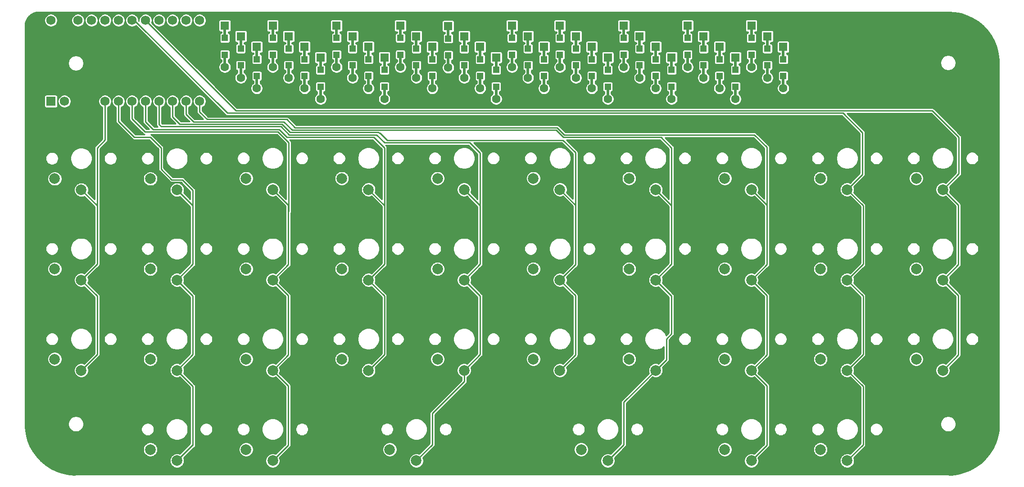
<source format=gbr>
G04 #@! TF.GenerationSoftware,KiCad,Pcbnew,5.1.9-73d0e3b20d~88~ubuntu18.04.1*
G04 #@! TF.CreationDate,2021-03-09T23:09:17-06:00*
G04 #@! TF.ProjectId,keyboard,6b657962-6f61-4726-942e-6b696361645f,rev?*
G04 #@! TF.SameCoordinates,Original*
G04 #@! TF.FileFunction,Copper,L2,Bot*
G04 #@! TF.FilePolarity,Positive*
%FSLAX46Y46*%
G04 Gerber Fmt 4.6, Leading zero omitted, Abs format (unit mm)*
G04 Created by KiCad (PCBNEW 5.1.9-73d0e3b20d~88~ubuntu18.04.1) date 2021-03-09 23:09:17*
%MOMM*%
%LPD*%
G01*
G04 APERTURE LIST*
G04 #@! TA.AperFunction,ComponentPad*
%ADD10C,2.000000*%
G04 #@! TD*
G04 #@! TA.AperFunction,SMDPad,CuDef*
%ADD11R,0.500000X2.500000*%
G04 #@! TD*
G04 #@! TA.AperFunction,ComponentPad*
%ADD12C,1.600000*%
G04 #@! TD*
G04 #@! TA.AperFunction,ComponentPad*
%ADD13R,1.600000X1.600000*%
G04 #@! TD*
G04 #@! TA.AperFunction,SMDPad,CuDef*
%ADD14R,1.200000X1.200000*%
G04 #@! TD*
G04 #@! TA.AperFunction,ComponentPad*
%ADD15C,1.752600*%
G04 #@! TD*
G04 #@! TA.AperFunction,ComponentPad*
%ADD16R,1.752600X1.752600*%
G04 #@! TD*
G04 #@! TA.AperFunction,Conductor*
%ADD17C,0.250000*%
G04 #@! TD*
G04 #@! TA.AperFunction,Conductor*
%ADD18C,0.254000*%
G04 #@! TD*
G04 #@! TA.AperFunction,Conductor*
%ADD19C,0.100000*%
G04 #@! TD*
G04 APERTURE END LIST*
D10*
X149000000Y-63868750D03*
X144000000Y-61768750D03*
D11*
X74000000Y-43600000D03*
X74000000Y-38200000D03*
D12*
X74000000Y-44800000D03*
D13*
X74000000Y-37000000D03*
D14*
X74000000Y-39325000D03*
X74000000Y-42475000D03*
D11*
X122000000Y-39600000D03*
X122000000Y-34200000D03*
D12*
X122000000Y-40800000D03*
D13*
X122000000Y-33000000D03*
D14*
X122000000Y-35325000D03*
X122000000Y-38475000D03*
D11*
X83000000Y-43600000D03*
X83000000Y-38200000D03*
D12*
X83000000Y-44800000D03*
D13*
X83000000Y-37000000D03*
D14*
X83000000Y-39325000D03*
X83000000Y-42475000D03*
D11*
X77000000Y-39600000D03*
X77000000Y-34200000D03*
D12*
X77000000Y-40800000D03*
D13*
X77000000Y-33000000D03*
D14*
X77000000Y-35325000D03*
X77000000Y-38475000D03*
D11*
X107000000Y-43600000D03*
X107000000Y-38200000D03*
D12*
X107000000Y-44800000D03*
D13*
X107000000Y-37000000D03*
D14*
X107000000Y-39325000D03*
X107000000Y-42475000D03*
D11*
X131000000Y-39600000D03*
X131000000Y-34200000D03*
D12*
X131000000Y-40800000D03*
D13*
X131000000Y-33000000D03*
D14*
X131000000Y-35325000D03*
X131000000Y-38475000D03*
D11*
X110000000Y-39700000D03*
X110000000Y-34300000D03*
D12*
X110000000Y-40900000D03*
D13*
X110000000Y-33100000D03*
D14*
X110000000Y-35425000D03*
X110000000Y-38575000D03*
D11*
X167000000Y-39600000D03*
X167000000Y-34200000D03*
D12*
X167000000Y-40800000D03*
D13*
X167000000Y-33000000D03*
D14*
X167000000Y-35325000D03*
X167000000Y-38475000D03*
D11*
X140000000Y-45600000D03*
X140000000Y-40200000D03*
D12*
X140000000Y-46800000D03*
D13*
X140000000Y-39000000D03*
D14*
X140000000Y-41325000D03*
X140000000Y-44475000D03*
D11*
X173000000Y-43600000D03*
X173000000Y-38200000D03*
D12*
X173000000Y-44800000D03*
D13*
X173000000Y-37000000D03*
D14*
X173000000Y-39325000D03*
X173000000Y-42475000D03*
D11*
X170000000Y-41600000D03*
X170000000Y-36200000D03*
D12*
X170000000Y-42800000D03*
D13*
X170000000Y-35000000D03*
D14*
X170000000Y-37325000D03*
X170000000Y-40475000D03*
D11*
X164000000Y-45600000D03*
X164000000Y-40200000D03*
D12*
X164000000Y-46800000D03*
D13*
X164000000Y-39000000D03*
D14*
X164000000Y-41325000D03*
X164000000Y-44475000D03*
D11*
X80000000Y-41600000D03*
X80000000Y-36200000D03*
D12*
X80000000Y-42800000D03*
D13*
X80000000Y-35000000D03*
D14*
X80000000Y-37325000D03*
X80000000Y-40475000D03*
D11*
X101000000Y-39600000D03*
X101000000Y-34200000D03*
D12*
X101000000Y-40800000D03*
D13*
X101000000Y-33000000D03*
D14*
X101000000Y-35325000D03*
X101000000Y-38475000D03*
D11*
X68000000Y-39600000D03*
X68000000Y-34200000D03*
D12*
X68000000Y-40800000D03*
D13*
X68000000Y-33000000D03*
D14*
X68000000Y-35325000D03*
X68000000Y-38475000D03*
D11*
X155000000Y-39600000D03*
X155000000Y-34200000D03*
D12*
X155000000Y-40800000D03*
D13*
X155000000Y-33000000D03*
D14*
X155000000Y-35325000D03*
X155000000Y-38475000D03*
D11*
X128000000Y-43600000D03*
X128000000Y-38200000D03*
D12*
X128000000Y-44800000D03*
D13*
X128000000Y-37000000D03*
D14*
X128000000Y-39325000D03*
X128000000Y-42475000D03*
D11*
X86000000Y-45600000D03*
X86000000Y-40200000D03*
D12*
X86000000Y-46800000D03*
D13*
X86000000Y-39000000D03*
D14*
X86000000Y-41325000D03*
X86000000Y-44475000D03*
D11*
X137000000Y-43600000D03*
X137000000Y-38200000D03*
D12*
X137000000Y-44800000D03*
D13*
X137000000Y-37000000D03*
D14*
X137000000Y-39325000D03*
X137000000Y-42475000D03*
D11*
X158000000Y-41600000D03*
X158000000Y-36200000D03*
D12*
X158000000Y-42800000D03*
D13*
X158000000Y-35000000D03*
D14*
X158000000Y-37325000D03*
X158000000Y-40475000D03*
D11*
X146000000Y-41600000D03*
X146000000Y-36200000D03*
D12*
X146000000Y-42800000D03*
D13*
X146000000Y-35000000D03*
D14*
X146000000Y-37325000D03*
X146000000Y-40475000D03*
D11*
X134000000Y-41600000D03*
X134000000Y-36200000D03*
D12*
X134000000Y-42800000D03*
D13*
X134000000Y-35000000D03*
D14*
X134000000Y-37325000D03*
X134000000Y-40475000D03*
D11*
X143000000Y-39600000D03*
X143000000Y-34200000D03*
D12*
X143000000Y-40800000D03*
D13*
X143000000Y-33000000D03*
D14*
X143000000Y-35325000D03*
X143000000Y-38475000D03*
D11*
X125000000Y-41600000D03*
X125000000Y-36200000D03*
D12*
X125000000Y-42800000D03*
D13*
X125000000Y-35000000D03*
D14*
X125000000Y-37325000D03*
X125000000Y-40475000D03*
D11*
X113000000Y-41600000D03*
X113000000Y-36200000D03*
D12*
X113000000Y-42800000D03*
D13*
X113000000Y-35000000D03*
D14*
X113000000Y-37325000D03*
X113000000Y-40475000D03*
D11*
X104000000Y-41600000D03*
X104000000Y-36200000D03*
D12*
X104000000Y-42800000D03*
D13*
X104000000Y-35000000D03*
D14*
X104000000Y-37325000D03*
X104000000Y-40475000D03*
D11*
X119000000Y-45600000D03*
X119000000Y-40200000D03*
D12*
X119000000Y-46800000D03*
D13*
X119000000Y-39000000D03*
D14*
X119000000Y-41325000D03*
X119000000Y-44475000D03*
D11*
X89000000Y-39600000D03*
X89000000Y-34200000D03*
D12*
X89000000Y-40800000D03*
D13*
X89000000Y-33000000D03*
D14*
X89000000Y-35325000D03*
X89000000Y-38475000D03*
D11*
X161000000Y-43600000D03*
X161000000Y-38200000D03*
D12*
X161000000Y-44800000D03*
D13*
X161000000Y-37000000D03*
D14*
X161000000Y-39325000D03*
X161000000Y-42475000D03*
D11*
X92000000Y-41600000D03*
X92000000Y-36200000D03*
D12*
X92000000Y-42800000D03*
D13*
X92000000Y-35000000D03*
D14*
X92000000Y-37325000D03*
X92000000Y-40475000D03*
D11*
X149000000Y-43600000D03*
X149000000Y-38200000D03*
D12*
X149000000Y-44800000D03*
D13*
X149000000Y-37000000D03*
D14*
X149000000Y-39325000D03*
X149000000Y-42475000D03*
D11*
X95000000Y-43600000D03*
X95000000Y-38200000D03*
D12*
X95000000Y-44800000D03*
D13*
X95000000Y-37000000D03*
D14*
X95000000Y-39325000D03*
X95000000Y-42475000D03*
D11*
X116000000Y-43600000D03*
X116000000Y-38200000D03*
D12*
X116000000Y-44800000D03*
D13*
X116000000Y-37000000D03*
D14*
X116000000Y-39325000D03*
X116000000Y-42475000D03*
D11*
X98000000Y-45600000D03*
X98000000Y-40200000D03*
D12*
X98000000Y-46800000D03*
D13*
X98000000Y-39000000D03*
D14*
X98000000Y-41325000D03*
X98000000Y-44475000D03*
D11*
X71000000Y-41600000D03*
X71000000Y-36200000D03*
D12*
X71000000Y-42800000D03*
D13*
X71000000Y-35000000D03*
D14*
X71000000Y-37325000D03*
X71000000Y-40475000D03*
D11*
X152000000Y-45600000D03*
X152000000Y-40200000D03*
D12*
X152000000Y-46800000D03*
D13*
X152000000Y-39000000D03*
D14*
X152000000Y-41325000D03*
X152000000Y-44475000D03*
D15*
X35300000Y-32000000D03*
X63240000Y-47240000D03*
X37840000Y-32000000D03*
X40380000Y-32000000D03*
X42920000Y-32000000D03*
X45460000Y-32000000D03*
X48000000Y-32000000D03*
X50540000Y-32000000D03*
X53080000Y-32000000D03*
X55620000Y-32000000D03*
X58160000Y-32000000D03*
X60700000Y-32000000D03*
X63240000Y-32000000D03*
X60700000Y-47240000D03*
X58160000Y-47240000D03*
X55620000Y-47240000D03*
X53080000Y-47240000D03*
X50540000Y-47240000D03*
X48000000Y-47240000D03*
X45460000Y-47240000D03*
X42920000Y-47240000D03*
X40380000Y-47240000D03*
X37840000Y-47240000D03*
D16*
X35300000Y-47240000D03*
D10*
X41000000Y-97900000D03*
X36000000Y-95800000D03*
X131000000Y-63868750D03*
X126000000Y-61768750D03*
X59000000Y-97900000D03*
X54000000Y-95800000D03*
X59000000Y-63900000D03*
X54000000Y-61800000D03*
X95000000Y-97900000D03*
X90000000Y-95800000D03*
X112993750Y-63868750D03*
X107993750Y-61768750D03*
X203000000Y-63868750D03*
X198000000Y-61768750D03*
X140000000Y-114900000D03*
X135000000Y-112800000D03*
X203000000Y-97900000D03*
X198000000Y-95800000D03*
X203000000Y-80900000D03*
X198000000Y-78800000D03*
X185000000Y-114900000D03*
X180000000Y-112800000D03*
X59000000Y-80900000D03*
X54000000Y-78800000D03*
X95000000Y-63868750D03*
X90000000Y-61768750D03*
X41000000Y-63900000D03*
X36000000Y-61800000D03*
X185000000Y-63868750D03*
X180000000Y-61768750D03*
X131000000Y-97900000D03*
X126000000Y-95800000D03*
X59000000Y-114900000D03*
X54000000Y-112800000D03*
X149000000Y-97900000D03*
X144000000Y-95800000D03*
X185000000Y-80900000D03*
X180000000Y-78800000D03*
X167000000Y-80900000D03*
X162000000Y-78800000D03*
X149000000Y-80900000D03*
X144000000Y-78800000D03*
X167000000Y-63868750D03*
X162000000Y-61768750D03*
X131000000Y-80900000D03*
X126000000Y-78800000D03*
X112993750Y-80900000D03*
X107993750Y-78800000D03*
X95000000Y-80900000D03*
X90000000Y-78800000D03*
X104000000Y-114900000D03*
X99000000Y-112800000D03*
X77000000Y-63868750D03*
X72000000Y-61768750D03*
X185000000Y-97900000D03*
X180000000Y-95800000D03*
X77000000Y-80900000D03*
X72000000Y-78800000D03*
X167000000Y-97900000D03*
X162000000Y-95800000D03*
X77000000Y-97900000D03*
X72000000Y-95800000D03*
X112993750Y-97900000D03*
X107993750Y-95800000D03*
X77000000Y-114900000D03*
X72000000Y-112800000D03*
X41000000Y-80900000D03*
X36000000Y-78800000D03*
X167000000Y-114900000D03*
X162000000Y-112800000D03*
D17*
X167000000Y-114900000D02*
X169900000Y-112000000D01*
X169900000Y-100800000D02*
X167000000Y-97900000D01*
X169900000Y-112000000D02*
X169900000Y-100800000D01*
X167000000Y-97900000D02*
X169900000Y-95000000D01*
X169900000Y-83800000D02*
X167000000Y-80900000D01*
X169900000Y-95000000D02*
X169900000Y-83800000D01*
X167000000Y-80900000D02*
X169900000Y-78000000D01*
X169900000Y-66768750D02*
X167000000Y-63868750D01*
X169900000Y-55900000D02*
X169900000Y-68100000D01*
X167549990Y-53549990D02*
X169900000Y-55900000D01*
X81199960Y-52199960D02*
X130472781Y-52199961D01*
X169900000Y-68100000D02*
X169900000Y-66768750D01*
X130472781Y-52199961D02*
X131822810Y-53549990D01*
X169900000Y-78000000D02*
X169900000Y-68100000D01*
X131822810Y-53549990D02*
X167549990Y-53549990D01*
X63240000Y-49240000D02*
X64649971Y-50649971D01*
X63240000Y-47240000D02*
X63240000Y-49240000D01*
X79649971Y-50649971D02*
X81199960Y-52199960D01*
X64649971Y-50649971D02*
X79649971Y-50649971D01*
X41000000Y-63900000D02*
X44000000Y-66900000D01*
X44000000Y-77900000D02*
X41000000Y-80900000D01*
X41000000Y-80900000D02*
X44000000Y-83900000D01*
X44000000Y-94900000D02*
X41000000Y-97900000D01*
X44000000Y-83900000D02*
X44000000Y-94900000D01*
X45460000Y-47240000D02*
X45460000Y-54540000D01*
X45460000Y-54540000D02*
X44000000Y-56000000D01*
X44000000Y-56000000D02*
X44000000Y-68000000D01*
X44000000Y-66900000D02*
X44000000Y-68000000D01*
X44000000Y-68000000D02*
X44000000Y-77900000D01*
X77000000Y-114900000D02*
X79900000Y-112000000D01*
X79900000Y-100800000D02*
X77000000Y-97900000D01*
X79900000Y-112000000D02*
X79900000Y-100800000D01*
X77000000Y-97900000D02*
X79900000Y-95000000D01*
X79900000Y-83800000D02*
X77000000Y-80900000D01*
X79900000Y-95000000D02*
X79900000Y-83800000D01*
X77000000Y-80900000D02*
X79900000Y-78000000D01*
X79900000Y-66768750D02*
X77000000Y-63868750D01*
X79900000Y-78000000D02*
X79900000Y-66768750D01*
X50540000Y-47240000D02*
X50540000Y-50540000D01*
X50540000Y-50540000D02*
X53000000Y-53000000D01*
X53000000Y-53000000D02*
X70000000Y-53000000D01*
X70000000Y-53000000D02*
X78000000Y-53000000D01*
X78000000Y-53000000D02*
X80000000Y-55000000D01*
X80000000Y-55000000D02*
X80000000Y-61000000D01*
X80000000Y-61000000D02*
X80000000Y-68000000D01*
X112993750Y-63868750D02*
X116000000Y-66875000D01*
X116000000Y-77893750D02*
X112993750Y-80900000D01*
X112993750Y-80900000D02*
X116000000Y-83906250D01*
X116000000Y-94893750D02*
X112993750Y-97900000D01*
X116000000Y-83906250D02*
X116000000Y-94893750D01*
X112993750Y-97900000D02*
X112993750Y-100006250D01*
X112993750Y-100006250D02*
X107000000Y-106000000D01*
X107000000Y-111900000D02*
X104000000Y-114900000D01*
X107000000Y-106000000D02*
X107000000Y-111900000D01*
X55620000Y-47240000D02*
X55620000Y-51620000D01*
X55620000Y-51620000D02*
X56000000Y-52000000D01*
X56000000Y-52000000D02*
X78536429Y-52000000D01*
X80086419Y-53549990D02*
X96549990Y-53549990D01*
X78536429Y-52000000D02*
X80086419Y-53549990D01*
X96549990Y-53549990D02*
X98000000Y-55000000D01*
X98000000Y-55000000D02*
X114000000Y-55000000D01*
X116000000Y-57000000D02*
X116000000Y-69000000D01*
X114000000Y-55000000D02*
X116000000Y-57000000D01*
X116000000Y-66875000D02*
X116000000Y-69000000D01*
X116000000Y-69000000D02*
X116000000Y-77893750D01*
X185000000Y-63868750D02*
X188000000Y-66868750D01*
X188000000Y-77900000D02*
X185000000Y-80900000D01*
X188000000Y-66868750D02*
X188000000Y-77900000D01*
X185000000Y-80900000D02*
X188000000Y-83900000D01*
X188000000Y-94900000D02*
X185000000Y-97900000D01*
X188000000Y-83900000D02*
X188000000Y-94900000D01*
X185000000Y-97900000D02*
X188000000Y-100900000D01*
X188000000Y-111900000D02*
X185000000Y-114900000D01*
X188000000Y-100900000D02*
X188000000Y-111900000D01*
X51000000Y-32000000D02*
X50540000Y-32000000D01*
X68450010Y-49450010D02*
X51000000Y-32000000D01*
X185000000Y-63868750D02*
X187868750Y-61000000D01*
X184187510Y-49450010D02*
X68450010Y-49450010D01*
X187868750Y-53131250D02*
X184187510Y-49450010D01*
X187868750Y-61000000D02*
X187868750Y-53131250D01*
X95000000Y-63868750D02*
X98000000Y-66868750D01*
X98000000Y-77900000D02*
X95000000Y-80900000D01*
X95000000Y-80900000D02*
X98000000Y-83900000D01*
X98000000Y-94900000D02*
X95000000Y-97900000D01*
X98000000Y-83900000D02*
X98000000Y-94900000D01*
X98000000Y-56000000D02*
X98000000Y-68000000D01*
X96000000Y-54000000D02*
X98000000Y-56000000D01*
X98000000Y-68000000D02*
X98000000Y-77900000D01*
X98000000Y-66868750D02*
X98000000Y-68000000D01*
X79636410Y-54000000D02*
X96000000Y-54000000D01*
X53080000Y-47240000D02*
X53080000Y-51080000D01*
X53080000Y-51080000D02*
X54549990Y-52549990D01*
X54549990Y-52549990D02*
X78186401Y-52549991D01*
X78186401Y-52549991D02*
X79636410Y-54000000D01*
X131000000Y-97900000D02*
X133900000Y-95000000D01*
X133900000Y-83800000D02*
X131000000Y-80900000D01*
X133900000Y-95000000D02*
X133900000Y-83800000D01*
X131000000Y-80900000D02*
X133900000Y-78000000D01*
X133900000Y-66768750D02*
X131000000Y-63868750D01*
X58160000Y-47240000D02*
X58160000Y-50160000D01*
X59549990Y-51549990D02*
X78722830Y-51549991D01*
X58160000Y-50160000D02*
X59549990Y-51549990D01*
X80272819Y-53099980D02*
X96900020Y-53099980D01*
X78722830Y-51549991D02*
X80272819Y-53099980D01*
X97199960Y-53199960D02*
X98549990Y-54549990D01*
X96900020Y-53099980D02*
X97000000Y-53199960D01*
X97000000Y-53199960D02*
X97199960Y-53199960D01*
X98549990Y-54549990D02*
X131549990Y-54549990D01*
X133900000Y-56900000D02*
X133900000Y-67900000D01*
X131549990Y-54549990D02*
X133900000Y-56900000D01*
X133900000Y-78000000D02*
X133900000Y-67900000D01*
X133900000Y-67900000D02*
X133900000Y-66768750D01*
X149000000Y-63868750D02*
X152000000Y-66868750D01*
X152000000Y-77900000D02*
X149000000Y-80900000D01*
X149000000Y-80900000D02*
X152000000Y-83900000D01*
X151025001Y-95874999D02*
X149000000Y-97900000D01*
X151025001Y-91974999D02*
X151025001Y-95874999D01*
X152000000Y-91000000D02*
X151025001Y-91974999D01*
X152000000Y-83900000D02*
X152000000Y-91000000D01*
X149000000Y-97900000D02*
X143000000Y-103900000D01*
X143000000Y-111900000D02*
X140000000Y-114900000D01*
X143000000Y-103900000D02*
X143000000Y-111900000D01*
X152000000Y-56000000D02*
X152000000Y-68000000D01*
X150000000Y-54000000D02*
X152000000Y-56000000D01*
X131636410Y-54000000D02*
X150000000Y-54000000D01*
X130286380Y-52649970D02*
X131636410Y-54000000D01*
X80649970Y-52649970D02*
X130286380Y-52649970D01*
X152000000Y-68000000D02*
X152000000Y-77900000D01*
X79099981Y-51099981D02*
X80649970Y-52649970D01*
X152000000Y-66868750D02*
X152000000Y-68000000D01*
X62099981Y-51099981D02*
X79099981Y-51099981D01*
X60700000Y-47240000D02*
X60700000Y-49700000D01*
X60700000Y-49700000D02*
X62099981Y-51099981D01*
X59000000Y-63900000D02*
X62000000Y-66900000D01*
X62000000Y-77900000D02*
X59000000Y-80900000D01*
X59000000Y-80900000D02*
X62000000Y-83900000D01*
X62000000Y-94900000D02*
X59000000Y-97900000D01*
X62000000Y-83900000D02*
X62000000Y-94900000D01*
X59000000Y-97900000D02*
X62000000Y-100900000D01*
X61900000Y-112000000D02*
X59000000Y-114900000D01*
X62000000Y-100900000D02*
X62000000Y-111000000D01*
X62000000Y-111000000D02*
X62000000Y-112000000D01*
X62000000Y-111900000D02*
X59000000Y-114900000D01*
X62000000Y-111000000D02*
X62000000Y-111900000D01*
X48000000Y-47240000D02*
X48000000Y-51000000D01*
X48000000Y-51000000D02*
X51000000Y-54000000D01*
X51000000Y-54000000D02*
X54000000Y-54000000D01*
X54000000Y-54000000D02*
X56000000Y-56000000D01*
X56000000Y-56000000D02*
X56000000Y-60000000D01*
X56000000Y-60000000D02*
X58000000Y-62000000D01*
X58000000Y-62000000D02*
X60000000Y-62000000D01*
X62000000Y-64000000D02*
X62000000Y-67000000D01*
X60000000Y-62000000D02*
X62000000Y-64000000D01*
X62000000Y-66900000D02*
X62000000Y-67000000D01*
X62000000Y-67000000D02*
X62000000Y-77900000D01*
X203000000Y-97900000D02*
X205900000Y-95000000D01*
X205900000Y-83800000D02*
X203000000Y-80900000D01*
X205900000Y-95000000D02*
X205900000Y-83800000D01*
X203000000Y-80900000D02*
X205900000Y-78000000D01*
X205900000Y-66768750D02*
X203000000Y-63868750D01*
X205900000Y-78000000D02*
X205900000Y-66768750D01*
X70080000Y-49000000D02*
X53080000Y-32000000D01*
X201000000Y-49000000D02*
X70080000Y-49000000D01*
X206000000Y-54000000D02*
X201000000Y-49000000D01*
X203000000Y-63868750D02*
X206000000Y-60868750D01*
X206000000Y-60868750D02*
X206000000Y-54000000D01*
D18*
X205198453Y-30513265D02*
X206378008Y-30738276D01*
X207520060Y-31109352D01*
X208606596Y-31620637D01*
X209620483Y-32264069D01*
X210545735Y-33029506D01*
X211367753Y-33904866D01*
X212073577Y-34876350D01*
X212652082Y-35928646D01*
X213094130Y-37045132D01*
X213392765Y-38208238D01*
X213544130Y-39406421D01*
X213557035Y-39817049D01*
X213529903Y-39906493D01*
X213523000Y-39976578D01*
X213523001Y-108023423D01*
X213529904Y-108093508D01*
X213551727Y-108165448D01*
X213486735Y-109198451D01*
X213261724Y-110378006D01*
X212890647Y-111520063D01*
X212379365Y-112606592D01*
X211735931Y-113620483D01*
X210970498Y-114545732D01*
X210095139Y-115367749D01*
X209123650Y-116073577D01*
X208071354Y-116652082D01*
X206954866Y-117094131D01*
X205791763Y-117392765D01*
X204593579Y-117544130D01*
X204182952Y-117557035D01*
X204093508Y-117529903D01*
X204023423Y-117523000D01*
X39976577Y-117523000D01*
X39906492Y-117529903D01*
X39834549Y-117551726D01*
X38801549Y-117486735D01*
X37621994Y-117261724D01*
X36479937Y-116890647D01*
X35393408Y-116379365D01*
X34379517Y-115735931D01*
X33454268Y-114970498D01*
X32632251Y-114095139D01*
X31926423Y-113123650D01*
X31673936Y-112664377D01*
X52623000Y-112664377D01*
X52623000Y-112935623D01*
X52675917Y-113201656D01*
X52779718Y-113452254D01*
X52930414Y-113677787D01*
X53122213Y-113869586D01*
X53347746Y-114020282D01*
X53598344Y-114124083D01*
X53864377Y-114177000D01*
X54135623Y-114177000D01*
X54401656Y-114124083D01*
X54652254Y-114020282D01*
X54877787Y-113869586D01*
X55069586Y-113677787D01*
X55220282Y-113452254D01*
X55324083Y-113201656D01*
X55377000Y-112935623D01*
X55377000Y-112664377D01*
X55324083Y-112398344D01*
X55220282Y-112147746D01*
X55069586Y-111922213D01*
X54877787Y-111730414D01*
X54652254Y-111579718D01*
X54401656Y-111475917D01*
X54135623Y-111423000D01*
X53864377Y-111423000D01*
X53598344Y-111475917D01*
X53347746Y-111579718D01*
X53122213Y-111730414D01*
X52930414Y-111922213D01*
X52779718Y-112147746D01*
X52675917Y-112398344D01*
X52623000Y-112664377D01*
X31673936Y-112664377D01*
X31347918Y-112071354D01*
X30905869Y-110954866D01*
X30607235Y-109791763D01*
X30455870Y-108593579D01*
X30442965Y-108182952D01*
X30470097Y-108093508D01*
X30477000Y-108023423D01*
X30477000Y-107854528D01*
X38523000Y-107854528D01*
X38523000Y-108145472D01*
X38579760Y-108430825D01*
X38691099Y-108699622D01*
X38852739Y-108941533D01*
X39058467Y-109147261D01*
X39300378Y-109308901D01*
X39569175Y-109420240D01*
X39854528Y-109477000D01*
X40145472Y-109477000D01*
X40430825Y-109420240D01*
X40699622Y-109308901D01*
X40941533Y-109147261D01*
X41147261Y-108941533D01*
X41188943Y-108879151D01*
X52273000Y-108879151D01*
X52273000Y-109120849D01*
X52320153Y-109357903D01*
X52412647Y-109581202D01*
X52546927Y-109782167D01*
X52717833Y-109953073D01*
X52918798Y-110087353D01*
X53142097Y-110179847D01*
X53379151Y-110227000D01*
X53620849Y-110227000D01*
X53857903Y-110179847D01*
X54081202Y-110087353D01*
X54282167Y-109953073D01*
X54453073Y-109782167D01*
X54587353Y-109581202D01*
X54679847Y-109357903D01*
X54727000Y-109120849D01*
X54727000Y-108879151D01*
X54710348Y-108795433D01*
X56923000Y-108795433D01*
X56923000Y-109204567D01*
X57002818Y-109605839D01*
X57159386Y-109983829D01*
X57386689Y-110324011D01*
X57675989Y-110613311D01*
X58016171Y-110840614D01*
X58394161Y-110997182D01*
X58795433Y-111077000D01*
X59204567Y-111077000D01*
X59605839Y-110997182D01*
X59983829Y-110840614D01*
X60324011Y-110613311D01*
X60613311Y-110324011D01*
X60840614Y-109983829D01*
X60997182Y-109605839D01*
X61077000Y-109204567D01*
X61077000Y-108795433D01*
X60997182Y-108394161D01*
X60840614Y-108016171D01*
X60613311Y-107675989D01*
X60324011Y-107386689D01*
X59983829Y-107159386D01*
X59605839Y-107002818D01*
X59204567Y-106923000D01*
X58795433Y-106923000D01*
X58394161Y-107002818D01*
X58016171Y-107159386D01*
X57675989Y-107386689D01*
X57386689Y-107675989D01*
X57159386Y-108016171D01*
X57002818Y-108394161D01*
X56923000Y-108795433D01*
X54710348Y-108795433D01*
X54679847Y-108642097D01*
X54587353Y-108418798D01*
X54453073Y-108217833D01*
X54282167Y-108046927D01*
X54081202Y-107912647D01*
X53857903Y-107820153D01*
X53620849Y-107773000D01*
X53379151Y-107773000D01*
X53142097Y-107820153D01*
X52918798Y-107912647D01*
X52717833Y-108046927D01*
X52546927Y-108217833D01*
X52412647Y-108418798D01*
X52320153Y-108642097D01*
X52273000Y-108879151D01*
X41188943Y-108879151D01*
X41308901Y-108699622D01*
X41420240Y-108430825D01*
X41477000Y-108145472D01*
X41477000Y-107854528D01*
X41420240Y-107569175D01*
X41308901Y-107300378D01*
X41147261Y-107058467D01*
X40941533Y-106852739D01*
X40699622Y-106691099D01*
X40430825Y-106579760D01*
X40145472Y-106523000D01*
X39854528Y-106523000D01*
X39569175Y-106579760D01*
X39300378Y-106691099D01*
X39058467Y-106852739D01*
X38852739Y-107058467D01*
X38691099Y-107300378D01*
X38579760Y-107569175D01*
X38523000Y-107854528D01*
X30477000Y-107854528D01*
X30477000Y-95664377D01*
X34623000Y-95664377D01*
X34623000Y-95935623D01*
X34675917Y-96201656D01*
X34779718Y-96452254D01*
X34930414Y-96677787D01*
X35122213Y-96869586D01*
X35347746Y-97020282D01*
X35598344Y-97124083D01*
X35864377Y-97177000D01*
X36135623Y-97177000D01*
X36401656Y-97124083D01*
X36652254Y-97020282D01*
X36877787Y-96869586D01*
X37069586Y-96677787D01*
X37220282Y-96452254D01*
X37324083Y-96201656D01*
X37377000Y-95935623D01*
X37377000Y-95664377D01*
X37324083Y-95398344D01*
X37220282Y-95147746D01*
X37069586Y-94922213D01*
X36877787Y-94730414D01*
X36652254Y-94579718D01*
X36401656Y-94475917D01*
X36135623Y-94423000D01*
X35864377Y-94423000D01*
X35598344Y-94475917D01*
X35347746Y-94579718D01*
X35122213Y-94730414D01*
X34930414Y-94922213D01*
X34779718Y-95147746D01*
X34675917Y-95398344D01*
X34623000Y-95664377D01*
X30477000Y-95664377D01*
X30477000Y-91879151D01*
X34273000Y-91879151D01*
X34273000Y-92120849D01*
X34320153Y-92357903D01*
X34412647Y-92581202D01*
X34546927Y-92782167D01*
X34717833Y-92953073D01*
X34918798Y-93087353D01*
X35142097Y-93179847D01*
X35379151Y-93227000D01*
X35620849Y-93227000D01*
X35857903Y-93179847D01*
X36081202Y-93087353D01*
X36282167Y-92953073D01*
X36453073Y-92782167D01*
X36587353Y-92581202D01*
X36679847Y-92357903D01*
X36727000Y-92120849D01*
X36727000Y-91879151D01*
X36710348Y-91795433D01*
X38923000Y-91795433D01*
X38923000Y-92204567D01*
X39002818Y-92605839D01*
X39159386Y-92983829D01*
X39386689Y-93324011D01*
X39675989Y-93613311D01*
X40016171Y-93840614D01*
X40394161Y-93997182D01*
X40795433Y-94077000D01*
X41204567Y-94077000D01*
X41605839Y-93997182D01*
X41983829Y-93840614D01*
X42324011Y-93613311D01*
X42613311Y-93324011D01*
X42840614Y-92983829D01*
X42997182Y-92605839D01*
X43077000Y-92204567D01*
X43077000Y-91795433D01*
X42997182Y-91394161D01*
X42840614Y-91016171D01*
X42613311Y-90675989D01*
X42324011Y-90386689D01*
X41983829Y-90159386D01*
X41605839Y-90002818D01*
X41204567Y-89923000D01*
X40795433Y-89923000D01*
X40394161Y-90002818D01*
X40016171Y-90159386D01*
X39675989Y-90386689D01*
X39386689Y-90675989D01*
X39159386Y-91016171D01*
X39002818Y-91394161D01*
X38923000Y-91795433D01*
X36710348Y-91795433D01*
X36679847Y-91642097D01*
X36587353Y-91418798D01*
X36453073Y-91217833D01*
X36282167Y-91046927D01*
X36081202Y-90912647D01*
X35857903Y-90820153D01*
X35620849Y-90773000D01*
X35379151Y-90773000D01*
X35142097Y-90820153D01*
X34918798Y-90912647D01*
X34717833Y-91046927D01*
X34546927Y-91217833D01*
X34412647Y-91418798D01*
X34320153Y-91642097D01*
X34273000Y-91879151D01*
X30477000Y-91879151D01*
X30477000Y-78664377D01*
X34623000Y-78664377D01*
X34623000Y-78935623D01*
X34675917Y-79201656D01*
X34779718Y-79452254D01*
X34930414Y-79677787D01*
X35122213Y-79869586D01*
X35347746Y-80020282D01*
X35598344Y-80124083D01*
X35864377Y-80177000D01*
X36135623Y-80177000D01*
X36401656Y-80124083D01*
X36652254Y-80020282D01*
X36877787Y-79869586D01*
X37069586Y-79677787D01*
X37220282Y-79452254D01*
X37324083Y-79201656D01*
X37377000Y-78935623D01*
X37377000Y-78664377D01*
X37324083Y-78398344D01*
X37220282Y-78147746D01*
X37069586Y-77922213D01*
X36877787Y-77730414D01*
X36652254Y-77579718D01*
X36401656Y-77475917D01*
X36135623Y-77423000D01*
X35864377Y-77423000D01*
X35598344Y-77475917D01*
X35347746Y-77579718D01*
X35122213Y-77730414D01*
X34930414Y-77922213D01*
X34779718Y-78147746D01*
X34675917Y-78398344D01*
X34623000Y-78664377D01*
X30477000Y-78664377D01*
X30477000Y-74879151D01*
X34273000Y-74879151D01*
X34273000Y-75120849D01*
X34320153Y-75357903D01*
X34412647Y-75581202D01*
X34546927Y-75782167D01*
X34717833Y-75953073D01*
X34918798Y-76087353D01*
X35142097Y-76179847D01*
X35379151Y-76227000D01*
X35620849Y-76227000D01*
X35857903Y-76179847D01*
X36081202Y-76087353D01*
X36282167Y-75953073D01*
X36453073Y-75782167D01*
X36587353Y-75581202D01*
X36679847Y-75357903D01*
X36727000Y-75120849D01*
X36727000Y-74879151D01*
X36710348Y-74795433D01*
X38923000Y-74795433D01*
X38923000Y-75204567D01*
X39002818Y-75605839D01*
X39159386Y-75983829D01*
X39386689Y-76324011D01*
X39675989Y-76613311D01*
X40016171Y-76840614D01*
X40394161Y-76997182D01*
X40795433Y-77077000D01*
X41204567Y-77077000D01*
X41605839Y-76997182D01*
X41983829Y-76840614D01*
X42324011Y-76613311D01*
X42613311Y-76324011D01*
X42840614Y-75983829D01*
X42997182Y-75605839D01*
X43077000Y-75204567D01*
X43077000Y-74795433D01*
X42997182Y-74394161D01*
X42840614Y-74016171D01*
X42613311Y-73675989D01*
X42324011Y-73386689D01*
X41983829Y-73159386D01*
X41605839Y-73002818D01*
X41204567Y-72923000D01*
X40795433Y-72923000D01*
X40394161Y-73002818D01*
X40016171Y-73159386D01*
X39675989Y-73386689D01*
X39386689Y-73675989D01*
X39159386Y-74016171D01*
X39002818Y-74394161D01*
X38923000Y-74795433D01*
X36710348Y-74795433D01*
X36679847Y-74642097D01*
X36587353Y-74418798D01*
X36453073Y-74217833D01*
X36282167Y-74046927D01*
X36081202Y-73912647D01*
X35857903Y-73820153D01*
X35620849Y-73773000D01*
X35379151Y-73773000D01*
X35142097Y-73820153D01*
X34918798Y-73912647D01*
X34717833Y-74046927D01*
X34546927Y-74217833D01*
X34412647Y-74418798D01*
X34320153Y-74642097D01*
X34273000Y-74879151D01*
X30477000Y-74879151D01*
X30477000Y-63764377D01*
X39623000Y-63764377D01*
X39623000Y-64035623D01*
X39675917Y-64301656D01*
X39779718Y-64552254D01*
X39930414Y-64777787D01*
X40122213Y-64969586D01*
X40347746Y-65120282D01*
X40598344Y-65224083D01*
X40864377Y-65277000D01*
X41135623Y-65277000D01*
X41401656Y-65224083D01*
X41551911Y-65161845D01*
X43498000Y-67107936D01*
X43498001Y-67975338D01*
X43498000Y-67975348D01*
X43498001Y-77692063D01*
X41551911Y-79638155D01*
X41401656Y-79575917D01*
X41135623Y-79523000D01*
X40864377Y-79523000D01*
X40598344Y-79575917D01*
X40347746Y-79679718D01*
X40122213Y-79830414D01*
X39930414Y-80022213D01*
X39779718Y-80247746D01*
X39675917Y-80498344D01*
X39623000Y-80764377D01*
X39623000Y-81035623D01*
X39675917Y-81301656D01*
X39779718Y-81552254D01*
X39930414Y-81777787D01*
X40122213Y-81969586D01*
X40347746Y-82120282D01*
X40598344Y-82224083D01*
X40864377Y-82277000D01*
X41135623Y-82277000D01*
X41401656Y-82224083D01*
X41551911Y-82161845D01*
X43498000Y-84107936D01*
X43498001Y-94692063D01*
X41551911Y-96638155D01*
X41401656Y-96575917D01*
X41135623Y-96523000D01*
X40864377Y-96523000D01*
X40598344Y-96575917D01*
X40347746Y-96679718D01*
X40122213Y-96830414D01*
X39930414Y-97022213D01*
X39779718Y-97247746D01*
X39675917Y-97498344D01*
X39623000Y-97764377D01*
X39623000Y-98035623D01*
X39675917Y-98301656D01*
X39779718Y-98552254D01*
X39930414Y-98777787D01*
X40122213Y-98969586D01*
X40347746Y-99120282D01*
X40598344Y-99224083D01*
X40864377Y-99277000D01*
X41135623Y-99277000D01*
X41401656Y-99224083D01*
X41652254Y-99120282D01*
X41877787Y-98969586D01*
X42069586Y-98777787D01*
X42220282Y-98552254D01*
X42324083Y-98301656D01*
X42377000Y-98035623D01*
X42377000Y-97764377D01*
X42324083Y-97498344D01*
X42261845Y-97348089D01*
X43945558Y-95664377D01*
X52623000Y-95664377D01*
X52623000Y-95935623D01*
X52675917Y-96201656D01*
X52779718Y-96452254D01*
X52930414Y-96677787D01*
X53122213Y-96869586D01*
X53347746Y-97020282D01*
X53598344Y-97124083D01*
X53864377Y-97177000D01*
X54135623Y-97177000D01*
X54401656Y-97124083D01*
X54652254Y-97020282D01*
X54877787Y-96869586D01*
X55069586Y-96677787D01*
X55220282Y-96452254D01*
X55324083Y-96201656D01*
X55377000Y-95935623D01*
X55377000Y-95664377D01*
X55324083Y-95398344D01*
X55220282Y-95147746D01*
X55069586Y-94922213D01*
X54877787Y-94730414D01*
X54652254Y-94579718D01*
X54401656Y-94475917D01*
X54135623Y-94423000D01*
X53864377Y-94423000D01*
X53598344Y-94475917D01*
X53347746Y-94579718D01*
X53122213Y-94730414D01*
X52930414Y-94922213D01*
X52779718Y-95147746D01*
X52675917Y-95398344D01*
X52623000Y-95664377D01*
X43945558Y-95664377D01*
X44337543Y-95272393D01*
X44356684Y-95256684D01*
X44372392Y-95237544D01*
X44372400Y-95237536D01*
X44419417Y-95180246D01*
X44444332Y-95133632D01*
X44466031Y-95093036D01*
X44494736Y-94998409D01*
X44502000Y-94924653D01*
X44502000Y-94924643D01*
X44504427Y-94900000D01*
X44502000Y-94875357D01*
X44502000Y-91879151D01*
X45273000Y-91879151D01*
X45273000Y-92120849D01*
X45320153Y-92357903D01*
X45412647Y-92581202D01*
X45546927Y-92782167D01*
X45717833Y-92953073D01*
X45918798Y-93087353D01*
X46142097Y-93179847D01*
X46379151Y-93227000D01*
X46620849Y-93227000D01*
X46857903Y-93179847D01*
X47081202Y-93087353D01*
X47282167Y-92953073D01*
X47453073Y-92782167D01*
X47587353Y-92581202D01*
X47679847Y-92357903D01*
X47727000Y-92120849D01*
X47727000Y-91879151D01*
X52273000Y-91879151D01*
X52273000Y-92120849D01*
X52320153Y-92357903D01*
X52412647Y-92581202D01*
X52546927Y-92782167D01*
X52717833Y-92953073D01*
X52918798Y-93087353D01*
X53142097Y-93179847D01*
X53379151Y-93227000D01*
X53620849Y-93227000D01*
X53857903Y-93179847D01*
X54081202Y-93087353D01*
X54282167Y-92953073D01*
X54453073Y-92782167D01*
X54587353Y-92581202D01*
X54679847Y-92357903D01*
X54727000Y-92120849D01*
X54727000Y-91879151D01*
X54710348Y-91795433D01*
X56923000Y-91795433D01*
X56923000Y-92204567D01*
X57002818Y-92605839D01*
X57159386Y-92983829D01*
X57386689Y-93324011D01*
X57675989Y-93613311D01*
X58016171Y-93840614D01*
X58394161Y-93997182D01*
X58795433Y-94077000D01*
X59204567Y-94077000D01*
X59605839Y-93997182D01*
X59983829Y-93840614D01*
X60324011Y-93613311D01*
X60613311Y-93324011D01*
X60840614Y-92983829D01*
X60997182Y-92605839D01*
X61077000Y-92204567D01*
X61077000Y-91795433D01*
X60997182Y-91394161D01*
X60840614Y-91016171D01*
X60613311Y-90675989D01*
X60324011Y-90386689D01*
X59983829Y-90159386D01*
X59605839Y-90002818D01*
X59204567Y-89923000D01*
X58795433Y-89923000D01*
X58394161Y-90002818D01*
X58016171Y-90159386D01*
X57675989Y-90386689D01*
X57386689Y-90675989D01*
X57159386Y-91016171D01*
X57002818Y-91394161D01*
X56923000Y-91795433D01*
X54710348Y-91795433D01*
X54679847Y-91642097D01*
X54587353Y-91418798D01*
X54453073Y-91217833D01*
X54282167Y-91046927D01*
X54081202Y-90912647D01*
X53857903Y-90820153D01*
X53620849Y-90773000D01*
X53379151Y-90773000D01*
X53142097Y-90820153D01*
X52918798Y-90912647D01*
X52717833Y-91046927D01*
X52546927Y-91217833D01*
X52412647Y-91418798D01*
X52320153Y-91642097D01*
X52273000Y-91879151D01*
X47727000Y-91879151D01*
X47679847Y-91642097D01*
X47587353Y-91418798D01*
X47453073Y-91217833D01*
X47282167Y-91046927D01*
X47081202Y-90912647D01*
X46857903Y-90820153D01*
X46620849Y-90773000D01*
X46379151Y-90773000D01*
X46142097Y-90820153D01*
X45918798Y-90912647D01*
X45717833Y-91046927D01*
X45546927Y-91217833D01*
X45412647Y-91418798D01*
X45320153Y-91642097D01*
X45273000Y-91879151D01*
X44502000Y-91879151D01*
X44502000Y-83924643D01*
X44504427Y-83900000D01*
X44502000Y-83875357D01*
X44502000Y-83875347D01*
X44494736Y-83801591D01*
X44466031Y-83706964D01*
X44422758Y-83626005D01*
X44419417Y-83619754D01*
X44372400Y-83562464D01*
X44372392Y-83562456D01*
X44356684Y-83543316D01*
X44337543Y-83527607D01*
X42261845Y-81451911D01*
X42324083Y-81301656D01*
X42377000Y-81035623D01*
X42377000Y-80764377D01*
X42324083Y-80498344D01*
X42261845Y-80348089D01*
X43945558Y-78664377D01*
X52623000Y-78664377D01*
X52623000Y-78935623D01*
X52675917Y-79201656D01*
X52779718Y-79452254D01*
X52930414Y-79677787D01*
X53122213Y-79869586D01*
X53347746Y-80020282D01*
X53598344Y-80124083D01*
X53864377Y-80177000D01*
X54135623Y-80177000D01*
X54401656Y-80124083D01*
X54652254Y-80020282D01*
X54877787Y-79869586D01*
X55069586Y-79677787D01*
X55220282Y-79452254D01*
X55324083Y-79201656D01*
X55377000Y-78935623D01*
X55377000Y-78664377D01*
X55324083Y-78398344D01*
X55220282Y-78147746D01*
X55069586Y-77922213D01*
X54877787Y-77730414D01*
X54652254Y-77579718D01*
X54401656Y-77475917D01*
X54135623Y-77423000D01*
X53864377Y-77423000D01*
X53598344Y-77475917D01*
X53347746Y-77579718D01*
X53122213Y-77730414D01*
X52930414Y-77922213D01*
X52779718Y-78147746D01*
X52675917Y-78398344D01*
X52623000Y-78664377D01*
X43945558Y-78664377D01*
X44337543Y-78272393D01*
X44356684Y-78256684D01*
X44372392Y-78237544D01*
X44372400Y-78237536D01*
X44419417Y-78180246D01*
X44444332Y-78133632D01*
X44466031Y-78093036D01*
X44494736Y-77998409D01*
X44502000Y-77924653D01*
X44502000Y-77924643D01*
X44504427Y-77900000D01*
X44502000Y-77875357D01*
X44502000Y-74879151D01*
X45273000Y-74879151D01*
X45273000Y-75120849D01*
X45320153Y-75357903D01*
X45412647Y-75581202D01*
X45546927Y-75782167D01*
X45717833Y-75953073D01*
X45918798Y-76087353D01*
X46142097Y-76179847D01*
X46379151Y-76227000D01*
X46620849Y-76227000D01*
X46857903Y-76179847D01*
X47081202Y-76087353D01*
X47282167Y-75953073D01*
X47453073Y-75782167D01*
X47587353Y-75581202D01*
X47679847Y-75357903D01*
X47727000Y-75120849D01*
X47727000Y-74879151D01*
X52273000Y-74879151D01*
X52273000Y-75120849D01*
X52320153Y-75357903D01*
X52412647Y-75581202D01*
X52546927Y-75782167D01*
X52717833Y-75953073D01*
X52918798Y-76087353D01*
X53142097Y-76179847D01*
X53379151Y-76227000D01*
X53620849Y-76227000D01*
X53857903Y-76179847D01*
X54081202Y-76087353D01*
X54282167Y-75953073D01*
X54453073Y-75782167D01*
X54587353Y-75581202D01*
X54679847Y-75357903D01*
X54727000Y-75120849D01*
X54727000Y-74879151D01*
X54710348Y-74795433D01*
X56923000Y-74795433D01*
X56923000Y-75204567D01*
X57002818Y-75605839D01*
X57159386Y-75983829D01*
X57386689Y-76324011D01*
X57675989Y-76613311D01*
X58016171Y-76840614D01*
X58394161Y-76997182D01*
X58795433Y-77077000D01*
X59204567Y-77077000D01*
X59605839Y-76997182D01*
X59983829Y-76840614D01*
X60324011Y-76613311D01*
X60613311Y-76324011D01*
X60840614Y-75983829D01*
X60997182Y-75605839D01*
X61077000Y-75204567D01*
X61077000Y-74795433D01*
X60997182Y-74394161D01*
X60840614Y-74016171D01*
X60613311Y-73675989D01*
X60324011Y-73386689D01*
X59983829Y-73159386D01*
X59605839Y-73002818D01*
X59204567Y-72923000D01*
X58795433Y-72923000D01*
X58394161Y-73002818D01*
X58016171Y-73159386D01*
X57675989Y-73386689D01*
X57386689Y-73675989D01*
X57159386Y-74016171D01*
X57002818Y-74394161D01*
X56923000Y-74795433D01*
X54710348Y-74795433D01*
X54679847Y-74642097D01*
X54587353Y-74418798D01*
X54453073Y-74217833D01*
X54282167Y-74046927D01*
X54081202Y-73912647D01*
X53857903Y-73820153D01*
X53620849Y-73773000D01*
X53379151Y-73773000D01*
X53142097Y-73820153D01*
X52918798Y-73912647D01*
X52717833Y-74046927D01*
X52546927Y-74217833D01*
X52412647Y-74418798D01*
X52320153Y-74642097D01*
X52273000Y-74879151D01*
X47727000Y-74879151D01*
X47679847Y-74642097D01*
X47587353Y-74418798D01*
X47453073Y-74217833D01*
X47282167Y-74046927D01*
X47081202Y-73912647D01*
X46857903Y-73820153D01*
X46620849Y-73773000D01*
X46379151Y-73773000D01*
X46142097Y-73820153D01*
X45918798Y-73912647D01*
X45717833Y-74046927D01*
X45546927Y-74217833D01*
X45412647Y-74418798D01*
X45320153Y-74642097D01*
X45273000Y-74879151D01*
X44502000Y-74879151D01*
X44502000Y-66924643D01*
X44504427Y-66900000D01*
X44502000Y-66875357D01*
X44502000Y-61664377D01*
X52623000Y-61664377D01*
X52623000Y-61935623D01*
X52675917Y-62201656D01*
X52779718Y-62452254D01*
X52930414Y-62677787D01*
X53122213Y-62869586D01*
X53347746Y-63020282D01*
X53598344Y-63124083D01*
X53864377Y-63177000D01*
X54135623Y-63177000D01*
X54401656Y-63124083D01*
X54652254Y-63020282D01*
X54877787Y-62869586D01*
X55069586Y-62677787D01*
X55220282Y-62452254D01*
X55324083Y-62201656D01*
X55377000Y-61935623D01*
X55377000Y-61664377D01*
X55324083Y-61398344D01*
X55220282Y-61147746D01*
X55069586Y-60922213D01*
X54877787Y-60730414D01*
X54652254Y-60579718D01*
X54401656Y-60475917D01*
X54135623Y-60423000D01*
X53864377Y-60423000D01*
X53598344Y-60475917D01*
X53347746Y-60579718D01*
X53122213Y-60730414D01*
X52930414Y-60922213D01*
X52779718Y-61147746D01*
X52675917Y-61398344D01*
X52623000Y-61664377D01*
X44502000Y-61664377D01*
X44502000Y-57879151D01*
X45273000Y-57879151D01*
X45273000Y-58120849D01*
X45320153Y-58357903D01*
X45412647Y-58581202D01*
X45546927Y-58782167D01*
X45717833Y-58953073D01*
X45918798Y-59087353D01*
X46142097Y-59179847D01*
X46379151Y-59227000D01*
X46620849Y-59227000D01*
X46857903Y-59179847D01*
X47081202Y-59087353D01*
X47282167Y-58953073D01*
X47453073Y-58782167D01*
X47587353Y-58581202D01*
X47679847Y-58357903D01*
X47727000Y-58120849D01*
X47727000Y-57879151D01*
X52273000Y-57879151D01*
X52273000Y-58120849D01*
X52320153Y-58357903D01*
X52412647Y-58581202D01*
X52546927Y-58782167D01*
X52717833Y-58953073D01*
X52918798Y-59087353D01*
X53142097Y-59179847D01*
X53379151Y-59227000D01*
X53620849Y-59227000D01*
X53857903Y-59179847D01*
X54081202Y-59087353D01*
X54282167Y-58953073D01*
X54453073Y-58782167D01*
X54587353Y-58581202D01*
X54679847Y-58357903D01*
X54727000Y-58120849D01*
X54727000Y-57879151D01*
X54679847Y-57642097D01*
X54587353Y-57418798D01*
X54453073Y-57217833D01*
X54282167Y-57046927D01*
X54081202Y-56912647D01*
X53857903Y-56820153D01*
X53620849Y-56773000D01*
X53379151Y-56773000D01*
X53142097Y-56820153D01*
X52918798Y-56912647D01*
X52717833Y-57046927D01*
X52546927Y-57217833D01*
X52412647Y-57418798D01*
X52320153Y-57642097D01*
X52273000Y-57879151D01*
X47727000Y-57879151D01*
X47679847Y-57642097D01*
X47587353Y-57418798D01*
X47453073Y-57217833D01*
X47282167Y-57046927D01*
X47081202Y-56912647D01*
X46857903Y-56820153D01*
X46620849Y-56773000D01*
X46379151Y-56773000D01*
X46142097Y-56820153D01*
X45918798Y-56912647D01*
X45717833Y-57046927D01*
X45546927Y-57217833D01*
X45412647Y-57418798D01*
X45320153Y-57642097D01*
X45273000Y-57879151D01*
X44502000Y-57879151D01*
X44502000Y-56207934D01*
X45797543Y-54912393D01*
X45816684Y-54896684D01*
X45832392Y-54877544D01*
X45832400Y-54877536D01*
X45879416Y-54820246D01*
X45886515Y-54806965D01*
X45926031Y-54733036D01*
X45954736Y-54638409D01*
X45962000Y-54564653D01*
X45962000Y-54564643D01*
X45964427Y-54540000D01*
X45962000Y-54515357D01*
X45962000Y-48388627D01*
X46053660Y-48350660D01*
X46258932Y-48213502D01*
X46433502Y-48038932D01*
X46570660Y-47833660D01*
X46665136Y-47605574D01*
X46713300Y-47363439D01*
X46713300Y-47116561D01*
X46746700Y-47116561D01*
X46746700Y-47363439D01*
X46794864Y-47605574D01*
X46889340Y-47833660D01*
X47026498Y-48038932D01*
X47201068Y-48213502D01*
X47406340Y-48350660D01*
X47498000Y-48388627D01*
X47498001Y-50975347D01*
X47495573Y-51000000D01*
X47505265Y-51098409D01*
X47533970Y-51193036D01*
X47580584Y-51280245D01*
X47627601Y-51337535D01*
X47627604Y-51337538D01*
X47643317Y-51356684D01*
X47662463Y-51372397D01*
X50627607Y-54337543D01*
X50643316Y-54356684D01*
X50662456Y-54372392D01*
X50662464Y-54372400D01*
X50719754Y-54419417D01*
X50761240Y-54441591D01*
X50806964Y-54466031D01*
X50901591Y-54494736D01*
X50975347Y-54502000D01*
X50975357Y-54502000D01*
X51000000Y-54504427D01*
X51024643Y-54502000D01*
X53792066Y-54502000D01*
X55498000Y-56207935D01*
X55498001Y-59975347D01*
X55495573Y-60000000D01*
X55505265Y-60098409D01*
X55533970Y-60193036D01*
X55580584Y-60280245D01*
X55627601Y-60337535D01*
X55627604Y-60337538D01*
X55643317Y-60356684D01*
X55662463Y-60372397D01*
X57627603Y-62337538D01*
X57643316Y-62356684D01*
X57719755Y-62419417D01*
X57806964Y-62466031D01*
X57901591Y-62494736D01*
X57975347Y-62502000D01*
X57975356Y-62502000D01*
X57999999Y-62504427D01*
X58024642Y-62502000D01*
X59792066Y-62502000D01*
X61498000Y-64207935D01*
X61498001Y-65688065D01*
X60261845Y-64451911D01*
X60324083Y-64301656D01*
X60377000Y-64035623D01*
X60377000Y-63764377D01*
X60324083Y-63498344D01*
X60220282Y-63247746D01*
X60069586Y-63022213D01*
X59877787Y-62830414D01*
X59652254Y-62679718D01*
X59401656Y-62575917D01*
X59135623Y-62523000D01*
X58864377Y-62523000D01*
X58598344Y-62575917D01*
X58347746Y-62679718D01*
X58122213Y-62830414D01*
X57930414Y-63022213D01*
X57779718Y-63247746D01*
X57675917Y-63498344D01*
X57623000Y-63764377D01*
X57623000Y-64035623D01*
X57675917Y-64301656D01*
X57779718Y-64552254D01*
X57930414Y-64777787D01*
X58122213Y-64969586D01*
X58347746Y-65120282D01*
X58598344Y-65224083D01*
X58864377Y-65277000D01*
X59135623Y-65277000D01*
X59401656Y-65224083D01*
X59551911Y-65161845D01*
X61498000Y-67107936D01*
X61498001Y-77692063D01*
X59551911Y-79638155D01*
X59401656Y-79575917D01*
X59135623Y-79523000D01*
X58864377Y-79523000D01*
X58598344Y-79575917D01*
X58347746Y-79679718D01*
X58122213Y-79830414D01*
X57930414Y-80022213D01*
X57779718Y-80247746D01*
X57675917Y-80498344D01*
X57623000Y-80764377D01*
X57623000Y-81035623D01*
X57675917Y-81301656D01*
X57779718Y-81552254D01*
X57930414Y-81777787D01*
X58122213Y-81969586D01*
X58347746Y-82120282D01*
X58598344Y-82224083D01*
X58864377Y-82277000D01*
X59135623Y-82277000D01*
X59401656Y-82224083D01*
X59551911Y-82161845D01*
X61498000Y-84107936D01*
X61498001Y-94692063D01*
X59551911Y-96638155D01*
X59401656Y-96575917D01*
X59135623Y-96523000D01*
X58864377Y-96523000D01*
X58598344Y-96575917D01*
X58347746Y-96679718D01*
X58122213Y-96830414D01*
X57930414Y-97022213D01*
X57779718Y-97247746D01*
X57675917Y-97498344D01*
X57623000Y-97764377D01*
X57623000Y-98035623D01*
X57675917Y-98301656D01*
X57779718Y-98552254D01*
X57930414Y-98777787D01*
X58122213Y-98969586D01*
X58347746Y-99120282D01*
X58598344Y-99224083D01*
X58864377Y-99277000D01*
X59135623Y-99277000D01*
X59401656Y-99224083D01*
X59551911Y-99161845D01*
X61498000Y-101107936D01*
X61498001Y-110975338D01*
X61498000Y-110975348D01*
X61498001Y-111692063D01*
X59551911Y-113638155D01*
X59401656Y-113575917D01*
X59135623Y-113523000D01*
X58864377Y-113523000D01*
X58598344Y-113575917D01*
X58347746Y-113679718D01*
X58122213Y-113830414D01*
X57930414Y-114022213D01*
X57779718Y-114247746D01*
X57675917Y-114498344D01*
X57623000Y-114764377D01*
X57623000Y-115035623D01*
X57675917Y-115301656D01*
X57779718Y-115552254D01*
X57930414Y-115777787D01*
X58122213Y-115969586D01*
X58347746Y-116120282D01*
X58598344Y-116224083D01*
X58864377Y-116277000D01*
X59135623Y-116277000D01*
X59401656Y-116224083D01*
X59652254Y-116120282D01*
X59877787Y-115969586D01*
X60069586Y-115777787D01*
X60220282Y-115552254D01*
X60324083Y-115301656D01*
X60377000Y-115035623D01*
X60377000Y-114764377D01*
X60324083Y-114498344D01*
X60261845Y-114348089D01*
X61945558Y-112664377D01*
X70623000Y-112664377D01*
X70623000Y-112935623D01*
X70675917Y-113201656D01*
X70779718Y-113452254D01*
X70930414Y-113677787D01*
X71122213Y-113869586D01*
X71347746Y-114020282D01*
X71598344Y-114124083D01*
X71864377Y-114177000D01*
X72135623Y-114177000D01*
X72401656Y-114124083D01*
X72652254Y-114020282D01*
X72877787Y-113869586D01*
X73069586Y-113677787D01*
X73220282Y-113452254D01*
X73324083Y-113201656D01*
X73377000Y-112935623D01*
X73377000Y-112664377D01*
X73324083Y-112398344D01*
X73220282Y-112147746D01*
X73069586Y-111922213D01*
X72877787Y-111730414D01*
X72652254Y-111579718D01*
X72401656Y-111475917D01*
X72135623Y-111423000D01*
X71864377Y-111423000D01*
X71598344Y-111475917D01*
X71347746Y-111579718D01*
X71122213Y-111730414D01*
X70930414Y-111922213D01*
X70779718Y-112147746D01*
X70675917Y-112398344D01*
X70623000Y-112664377D01*
X61945558Y-112664377D01*
X62122511Y-112487425D01*
X62193036Y-112466031D01*
X62280245Y-112419417D01*
X62356684Y-112356684D01*
X62419417Y-112280245D01*
X62466031Y-112193036D01*
X62494736Y-112098409D01*
X62502000Y-112024653D01*
X62502000Y-111924643D01*
X62504427Y-111900000D01*
X62502000Y-111875357D01*
X62502000Y-108879151D01*
X63273000Y-108879151D01*
X63273000Y-109120849D01*
X63320153Y-109357903D01*
X63412647Y-109581202D01*
X63546927Y-109782167D01*
X63717833Y-109953073D01*
X63918798Y-110087353D01*
X64142097Y-110179847D01*
X64379151Y-110227000D01*
X64620849Y-110227000D01*
X64857903Y-110179847D01*
X65081202Y-110087353D01*
X65282167Y-109953073D01*
X65453073Y-109782167D01*
X65587353Y-109581202D01*
X65679847Y-109357903D01*
X65727000Y-109120849D01*
X65727000Y-108879151D01*
X70273000Y-108879151D01*
X70273000Y-109120849D01*
X70320153Y-109357903D01*
X70412647Y-109581202D01*
X70546927Y-109782167D01*
X70717833Y-109953073D01*
X70918798Y-110087353D01*
X71142097Y-110179847D01*
X71379151Y-110227000D01*
X71620849Y-110227000D01*
X71857903Y-110179847D01*
X72081202Y-110087353D01*
X72282167Y-109953073D01*
X72453073Y-109782167D01*
X72587353Y-109581202D01*
X72679847Y-109357903D01*
X72727000Y-109120849D01*
X72727000Y-108879151D01*
X72710348Y-108795433D01*
X74923000Y-108795433D01*
X74923000Y-109204567D01*
X75002818Y-109605839D01*
X75159386Y-109983829D01*
X75386689Y-110324011D01*
X75675989Y-110613311D01*
X76016171Y-110840614D01*
X76394161Y-110997182D01*
X76795433Y-111077000D01*
X77204567Y-111077000D01*
X77605839Y-110997182D01*
X77983829Y-110840614D01*
X78324011Y-110613311D01*
X78613311Y-110324011D01*
X78840614Y-109983829D01*
X78997182Y-109605839D01*
X79077000Y-109204567D01*
X79077000Y-108795433D01*
X78997182Y-108394161D01*
X78840614Y-108016171D01*
X78613311Y-107675989D01*
X78324011Y-107386689D01*
X77983829Y-107159386D01*
X77605839Y-107002818D01*
X77204567Y-106923000D01*
X76795433Y-106923000D01*
X76394161Y-107002818D01*
X76016171Y-107159386D01*
X75675989Y-107386689D01*
X75386689Y-107675989D01*
X75159386Y-108016171D01*
X75002818Y-108394161D01*
X74923000Y-108795433D01*
X72710348Y-108795433D01*
X72679847Y-108642097D01*
X72587353Y-108418798D01*
X72453073Y-108217833D01*
X72282167Y-108046927D01*
X72081202Y-107912647D01*
X71857903Y-107820153D01*
X71620849Y-107773000D01*
X71379151Y-107773000D01*
X71142097Y-107820153D01*
X70918798Y-107912647D01*
X70717833Y-108046927D01*
X70546927Y-108217833D01*
X70412647Y-108418798D01*
X70320153Y-108642097D01*
X70273000Y-108879151D01*
X65727000Y-108879151D01*
X65679847Y-108642097D01*
X65587353Y-108418798D01*
X65453073Y-108217833D01*
X65282167Y-108046927D01*
X65081202Y-107912647D01*
X64857903Y-107820153D01*
X64620849Y-107773000D01*
X64379151Y-107773000D01*
X64142097Y-107820153D01*
X63918798Y-107912647D01*
X63717833Y-108046927D01*
X63546927Y-108217833D01*
X63412647Y-108418798D01*
X63320153Y-108642097D01*
X63273000Y-108879151D01*
X62502000Y-108879151D01*
X62502000Y-100924643D01*
X62504427Y-100900000D01*
X62502000Y-100875357D01*
X62502000Y-100875347D01*
X62494736Y-100801591D01*
X62466031Y-100706964D01*
X62444332Y-100666368D01*
X62419417Y-100619754D01*
X62372400Y-100562464D01*
X62372392Y-100562456D01*
X62356684Y-100543316D01*
X62337543Y-100527607D01*
X60261845Y-98451911D01*
X60324083Y-98301656D01*
X60377000Y-98035623D01*
X60377000Y-97764377D01*
X60324083Y-97498344D01*
X60261845Y-97348089D01*
X61945558Y-95664377D01*
X70623000Y-95664377D01*
X70623000Y-95935623D01*
X70675917Y-96201656D01*
X70779718Y-96452254D01*
X70930414Y-96677787D01*
X71122213Y-96869586D01*
X71347746Y-97020282D01*
X71598344Y-97124083D01*
X71864377Y-97177000D01*
X72135623Y-97177000D01*
X72401656Y-97124083D01*
X72652254Y-97020282D01*
X72877787Y-96869586D01*
X73069586Y-96677787D01*
X73220282Y-96452254D01*
X73324083Y-96201656D01*
X73377000Y-95935623D01*
X73377000Y-95664377D01*
X73324083Y-95398344D01*
X73220282Y-95147746D01*
X73069586Y-94922213D01*
X72877787Y-94730414D01*
X72652254Y-94579718D01*
X72401656Y-94475917D01*
X72135623Y-94423000D01*
X71864377Y-94423000D01*
X71598344Y-94475917D01*
X71347746Y-94579718D01*
X71122213Y-94730414D01*
X70930414Y-94922213D01*
X70779718Y-95147746D01*
X70675917Y-95398344D01*
X70623000Y-95664377D01*
X61945558Y-95664377D01*
X62337543Y-95272393D01*
X62356684Y-95256684D01*
X62372392Y-95237544D01*
X62372400Y-95237536D01*
X62419417Y-95180246D01*
X62444332Y-95133632D01*
X62466031Y-95093036D01*
X62494736Y-94998409D01*
X62502000Y-94924653D01*
X62502000Y-94924643D01*
X62504427Y-94900000D01*
X62502000Y-94875357D01*
X62502000Y-91879151D01*
X63273000Y-91879151D01*
X63273000Y-92120849D01*
X63320153Y-92357903D01*
X63412647Y-92581202D01*
X63546927Y-92782167D01*
X63717833Y-92953073D01*
X63918798Y-93087353D01*
X64142097Y-93179847D01*
X64379151Y-93227000D01*
X64620849Y-93227000D01*
X64857903Y-93179847D01*
X65081202Y-93087353D01*
X65282167Y-92953073D01*
X65453073Y-92782167D01*
X65587353Y-92581202D01*
X65679847Y-92357903D01*
X65727000Y-92120849D01*
X65727000Y-91879151D01*
X70273000Y-91879151D01*
X70273000Y-92120849D01*
X70320153Y-92357903D01*
X70412647Y-92581202D01*
X70546927Y-92782167D01*
X70717833Y-92953073D01*
X70918798Y-93087353D01*
X71142097Y-93179847D01*
X71379151Y-93227000D01*
X71620849Y-93227000D01*
X71857903Y-93179847D01*
X72081202Y-93087353D01*
X72282167Y-92953073D01*
X72453073Y-92782167D01*
X72587353Y-92581202D01*
X72679847Y-92357903D01*
X72727000Y-92120849D01*
X72727000Y-91879151D01*
X72710348Y-91795433D01*
X74923000Y-91795433D01*
X74923000Y-92204567D01*
X75002818Y-92605839D01*
X75159386Y-92983829D01*
X75386689Y-93324011D01*
X75675989Y-93613311D01*
X76016171Y-93840614D01*
X76394161Y-93997182D01*
X76795433Y-94077000D01*
X77204567Y-94077000D01*
X77605839Y-93997182D01*
X77983829Y-93840614D01*
X78324011Y-93613311D01*
X78613311Y-93324011D01*
X78840614Y-92983829D01*
X78997182Y-92605839D01*
X79077000Y-92204567D01*
X79077000Y-91795433D01*
X78997182Y-91394161D01*
X78840614Y-91016171D01*
X78613311Y-90675989D01*
X78324011Y-90386689D01*
X77983829Y-90159386D01*
X77605839Y-90002818D01*
X77204567Y-89923000D01*
X76795433Y-89923000D01*
X76394161Y-90002818D01*
X76016171Y-90159386D01*
X75675989Y-90386689D01*
X75386689Y-90675989D01*
X75159386Y-91016171D01*
X75002818Y-91394161D01*
X74923000Y-91795433D01*
X72710348Y-91795433D01*
X72679847Y-91642097D01*
X72587353Y-91418798D01*
X72453073Y-91217833D01*
X72282167Y-91046927D01*
X72081202Y-90912647D01*
X71857903Y-90820153D01*
X71620849Y-90773000D01*
X71379151Y-90773000D01*
X71142097Y-90820153D01*
X70918798Y-90912647D01*
X70717833Y-91046927D01*
X70546927Y-91217833D01*
X70412647Y-91418798D01*
X70320153Y-91642097D01*
X70273000Y-91879151D01*
X65727000Y-91879151D01*
X65679847Y-91642097D01*
X65587353Y-91418798D01*
X65453073Y-91217833D01*
X65282167Y-91046927D01*
X65081202Y-90912647D01*
X64857903Y-90820153D01*
X64620849Y-90773000D01*
X64379151Y-90773000D01*
X64142097Y-90820153D01*
X63918798Y-90912647D01*
X63717833Y-91046927D01*
X63546927Y-91217833D01*
X63412647Y-91418798D01*
X63320153Y-91642097D01*
X63273000Y-91879151D01*
X62502000Y-91879151D01*
X62502000Y-83924643D01*
X62504427Y-83900000D01*
X62502000Y-83875357D01*
X62502000Y-83875347D01*
X62494736Y-83801591D01*
X62466031Y-83706964D01*
X62422758Y-83626005D01*
X62419417Y-83619754D01*
X62372400Y-83562464D01*
X62372392Y-83562456D01*
X62356684Y-83543316D01*
X62337543Y-83527607D01*
X60261845Y-81451911D01*
X60324083Y-81301656D01*
X60377000Y-81035623D01*
X60377000Y-80764377D01*
X60324083Y-80498344D01*
X60261845Y-80348089D01*
X61945558Y-78664377D01*
X70623000Y-78664377D01*
X70623000Y-78935623D01*
X70675917Y-79201656D01*
X70779718Y-79452254D01*
X70930414Y-79677787D01*
X71122213Y-79869586D01*
X71347746Y-80020282D01*
X71598344Y-80124083D01*
X71864377Y-80177000D01*
X72135623Y-80177000D01*
X72401656Y-80124083D01*
X72652254Y-80020282D01*
X72877787Y-79869586D01*
X73069586Y-79677787D01*
X73220282Y-79452254D01*
X73324083Y-79201656D01*
X73377000Y-78935623D01*
X73377000Y-78664377D01*
X73324083Y-78398344D01*
X73220282Y-78147746D01*
X73069586Y-77922213D01*
X72877787Y-77730414D01*
X72652254Y-77579718D01*
X72401656Y-77475917D01*
X72135623Y-77423000D01*
X71864377Y-77423000D01*
X71598344Y-77475917D01*
X71347746Y-77579718D01*
X71122213Y-77730414D01*
X70930414Y-77922213D01*
X70779718Y-78147746D01*
X70675917Y-78398344D01*
X70623000Y-78664377D01*
X61945558Y-78664377D01*
X62337543Y-78272393D01*
X62356684Y-78256684D01*
X62372392Y-78237544D01*
X62372400Y-78237536D01*
X62419417Y-78180246D01*
X62444332Y-78133632D01*
X62466031Y-78093036D01*
X62494736Y-77998409D01*
X62502000Y-77924653D01*
X62502000Y-77924643D01*
X62504427Y-77900000D01*
X62502000Y-77875357D01*
X62502000Y-74879151D01*
X63273000Y-74879151D01*
X63273000Y-75120849D01*
X63320153Y-75357903D01*
X63412647Y-75581202D01*
X63546927Y-75782167D01*
X63717833Y-75953073D01*
X63918798Y-76087353D01*
X64142097Y-76179847D01*
X64379151Y-76227000D01*
X64620849Y-76227000D01*
X64857903Y-76179847D01*
X65081202Y-76087353D01*
X65282167Y-75953073D01*
X65453073Y-75782167D01*
X65587353Y-75581202D01*
X65679847Y-75357903D01*
X65727000Y-75120849D01*
X65727000Y-74879151D01*
X70273000Y-74879151D01*
X70273000Y-75120849D01*
X70320153Y-75357903D01*
X70412647Y-75581202D01*
X70546927Y-75782167D01*
X70717833Y-75953073D01*
X70918798Y-76087353D01*
X71142097Y-76179847D01*
X71379151Y-76227000D01*
X71620849Y-76227000D01*
X71857903Y-76179847D01*
X72081202Y-76087353D01*
X72282167Y-75953073D01*
X72453073Y-75782167D01*
X72587353Y-75581202D01*
X72679847Y-75357903D01*
X72727000Y-75120849D01*
X72727000Y-74879151D01*
X72710348Y-74795433D01*
X74923000Y-74795433D01*
X74923000Y-75204567D01*
X75002818Y-75605839D01*
X75159386Y-75983829D01*
X75386689Y-76324011D01*
X75675989Y-76613311D01*
X76016171Y-76840614D01*
X76394161Y-76997182D01*
X76795433Y-77077000D01*
X77204567Y-77077000D01*
X77605839Y-76997182D01*
X77983829Y-76840614D01*
X78324011Y-76613311D01*
X78613311Y-76324011D01*
X78840614Y-75983829D01*
X78997182Y-75605839D01*
X79077000Y-75204567D01*
X79077000Y-74795433D01*
X78997182Y-74394161D01*
X78840614Y-74016171D01*
X78613311Y-73675989D01*
X78324011Y-73386689D01*
X77983829Y-73159386D01*
X77605839Y-73002818D01*
X77204567Y-72923000D01*
X76795433Y-72923000D01*
X76394161Y-73002818D01*
X76016171Y-73159386D01*
X75675989Y-73386689D01*
X75386689Y-73675989D01*
X75159386Y-74016171D01*
X75002818Y-74394161D01*
X74923000Y-74795433D01*
X72710348Y-74795433D01*
X72679847Y-74642097D01*
X72587353Y-74418798D01*
X72453073Y-74217833D01*
X72282167Y-74046927D01*
X72081202Y-73912647D01*
X71857903Y-73820153D01*
X71620849Y-73773000D01*
X71379151Y-73773000D01*
X71142097Y-73820153D01*
X70918798Y-73912647D01*
X70717833Y-74046927D01*
X70546927Y-74217833D01*
X70412647Y-74418798D01*
X70320153Y-74642097D01*
X70273000Y-74879151D01*
X65727000Y-74879151D01*
X65679847Y-74642097D01*
X65587353Y-74418798D01*
X65453073Y-74217833D01*
X65282167Y-74046927D01*
X65081202Y-73912647D01*
X64857903Y-73820153D01*
X64620849Y-73773000D01*
X64379151Y-73773000D01*
X64142097Y-73820153D01*
X63918798Y-73912647D01*
X63717833Y-74046927D01*
X63546927Y-74217833D01*
X63412647Y-74418798D01*
X63320153Y-74642097D01*
X63273000Y-74879151D01*
X62502000Y-74879151D01*
X62502000Y-66924643D01*
X62504427Y-66900000D01*
X62502000Y-66875357D01*
X62502000Y-64024642D01*
X62504427Y-63999999D01*
X62502000Y-63975356D01*
X62502000Y-63975347D01*
X62494736Y-63901591D01*
X62466031Y-63806964D01*
X62419417Y-63719755D01*
X62356684Y-63643316D01*
X62337538Y-63627603D01*
X60372401Y-61662467D01*
X60356684Y-61643316D01*
X60344269Y-61633127D01*
X70623000Y-61633127D01*
X70623000Y-61904373D01*
X70675917Y-62170406D01*
X70779718Y-62421004D01*
X70930414Y-62646537D01*
X71122213Y-62838336D01*
X71347746Y-62989032D01*
X71598344Y-63092833D01*
X71864377Y-63145750D01*
X72135623Y-63145750D01*
X72401656Y-63092833D01*
X72652254Y-62989032D01*
X72877787Y-62838336D01*
X73069586Y-62646537D01*
X73220282Y-62421004D01*
X73324083Y-62170406D01*
X73377000Y-61904373D01*
X73377000Y-61633127D01*
X73324083Y-61367094D01*
X73220282Y-61116496D01*
X73069586Y-60890963D01*
X72877787Y-60699164D01*
X72652254Y-60548468D01*
X72401656Y-60444667D01*
X72135623Y-60391750D01*
X71864377Y-60391750D01*
X71598344Y-60444667D01*
X71347746Y-60548468D01*
X71122213Y-60699164D01*
X70930414Y-60890963D01*
X70779718Y-61116496D01*
X70675917Y-61367094D01*
X70623000Y-61633127D01*
X60344269Y-61633127D01*
X60280245Y-61580583D01*
X60193036Y-61533969D01*
X60098409Y-61505264D01*
X60024653Y-61498000D01*
X60024643Y-61498000D01*
X60000000Y-61495573D01*
X59975357Y-61498000D01*
X58207935Y-61498000D01*
X56502000Y-59792066D01*
X56502000Y-57795433D01*
X56923000Y-57795433D01*
X56923000Y-58204567D01*
X57002818Y-58605839D01*
X57159386Y-58983829D01*
X57386689Y-59324011D01*
X57675989Y-59613311D01*
X58016171Y-59840614D01*
X58394161Y-59997182D01*
X58795433Y-60077000D01*
X59204567Y-60077000D01*
X59605839Y-59997182D01*
X59983829Y-59840614D01*
X60324011Y-59613311D01*
X60613311Y-59324011D01*
X60840614Y-58983829D01*
X60997182Y-58605839D01*
X61077000Y-58204567D01*
X61077000Y-57879151D01*
X63273000Y-57879151D01*
X63273000Y-58120849D01*
X63320153Y-58357903D01*
X63412647Y-58581202D01*
X63546927Y-58782167D01*
X63717833Y-58953073D01*
X63918798Y-59087353D01*
X64142097Y-59179847D01*
X64379151Y-59227000D01*
X64620849Y-59227000D01*
X64857903Y-59179847D01*
X65081202Y-59087353D01*
X65282167Y-58953073D01*
X65453073Y-58782167D01*
X65587353Y-58581202D01*
X65679847Y-58357903D01*
X65727000Y-58120849D01*
X65727000Y-57879151D01*
X65720784Y-57847901D01*
X70273000Y-57847901D01*
X70273000Y-58089599D01*
X70320153Y-58326653D01*
X70412647Y-58549952D01*
X70546927Y-58750917D01*
X70717833Y-58921823D01*
X70918798Y-59056103D01*
X71142097Y-59148597D01*
X71379151Y-59195750D01*
X71620849Y-59195750D01*
X71857903Y-59148597D01*
X72081202Y-59056103D01*
X72282167Y-58921823D01*
X72453073Y-58750917D01*
X72587353Y-58549952D01*
X72679847Y-58326653D01*
X72727000Y-58089599D01*
X72727000Y-57847901D01*
X72710348Y-57764183D01*
X74923000Y-57764183D01*
X74923000Y-58173317D01*
X75002818Y-58574589D01*
X75159386Y-58952579D01*
X75386689Y-59292761D01*
X75675989Y-59582061D01*
X76016171Y-59809364D01*
X76394161Y-59965932D01*
X76795433Y-60045750D01*
X77204567Y-60045750D01*
X77605839Y-59965932D01*
X77983829Y-59809364D01*
X78324011Y-59582061D01*
X78613311Y-59292761D01*
X78840614Y-58952579D01*
X78997182Y-58574589D01*
X79077000Y-58173317D01*
X79077000Y-57764183D01*
X78997182Y-57362911D01*
X78840614Y-56984921D01*
X78613311Y-56644739D01*
X78324011Y-56355439D01*
X77983829Y-56128136D01*
X77605839Y-55971568D01*
X77204567Y-55891750D01*
X76795433Y-55891750D01*
X76394161Y-55971568D01*
X76016171Y-56128136D01*
X75675989Y-56355439D01*
X75386689Y-56644739D01*
X75159386Y-56984921D01*
X75002818Y-57362911D01*
X74923000Y-57764183D01*
X72710348Y-57764183D01*
X72679847Y-57610847D01*
X72587353Y-57387548D01*
X72453073Y-57186583D01*
X72282167Y-57015677D01*
X72081202Y-56881397D01*
X71857903Y-56788903D01*
X71620849Y-56741750D01*
X71379151Y-56741750D01*
X71142097Y-56788903D01*
X70918798Y-56881397D01*
X70717833Y-57015677D01*
X70546927Y-57186583D01*
X70412647Y-57387548D01*
X70320153Y-57610847D01*
X70273000Y-57847901D01*
X65720784Y-57847901D01*
X65679847Y-57642097D01*
X65587353Y-57418798D01*
X65453073Y-57217833D01*
X65282167Y-57046927D01*
X65081202Y-56912647D01*
X64857903Y-56820153D01*
X64620849Y-56773000D01*
X64379151Y-56773000D01*
X64142097Y-56820153D01*
X63918798Y-56912647D01*
X63717833Y-57046927D01*
X63546927Y-57217833D01*
X63412647Y-57418798D01*
X63320153Y-57642097D01*
X63273000Y-57879151D01*
X61077000Y-57879151D01*
X61077000Y-57795433D01*
X60997182Y-57394161D01*
X60840614Y-57016171D01*
X60613311Y-56675989D01*
X60324011Y-56386689D01*
X59983829Y-56159386D01*
X59605839Y-56002818D01*
X59204567Y-55923000D01*
X58795433Y-55923000D01*
X58394161Y-56002818D01*
X58016171Y-56159386D01*
X57675989Y-56386689D01*
X57386689Y-56675989D01*
X57159386Y-57016171D01*
X57002818Y-57394161D01*
X56923000Y-57795433D01*
X56502000Y-57795433D01*
X56502000Y-56024642D01*
X56504427Y-55999999D01*
X56502000Y-55975356D01*
X56502000Y-55975347D01*
X56494736Y-55901591D01*
X56466031Y-55806964D01*
X56419417Y-55719755D01*
X56403739Y-55700652D01*
X56372399Y-55662464D01*
X56372397Y-55662462D01*
X56356684Y-55643316D01*
X56337538Y-55627603D01*
X54372401Y-53662467D01*
X54356684Y-53643316D01*
X54280245Y-53580583D01*
X54193036Y-53533969D01*
X54098409Y-53505264D01*
X54065268Y-53502000D01*
X77792066Y-53502000D01*
X79498000Y-55207935D01*
X79498001Y-60975338D01*
X79498000Y-60975348D01*
X79498001Y-65656816D01*
X78261845Y-64420661D01*
X78324083Y-64270406D01*
X78377000Y-64004373D01*
X78377000Y-63733127D01*
X78324083Y-63467094D01*
X78220282Y-63216496D01*
X78069586Y-62990963D01*
X77877787Y-62799164D01*
X77652254Y-62648468D01*
X77401656Y-62544667D01*
X77135623Y-62491750D01*
X76864377Y-62491750D01*
X76598344Y-62544667D01*
X76347746Y-62648468D01*
X76122213Y-62799164D01*
X75930414Y-62990963D01*
X75779718Y-63216496D01*
X75675917Y-63467094D01*
X75623000Y-63733127D01*
X75623000Y-64004373D01*
X75675917Y-64270406D01*
X75779718Y-64521004D01*
X75930414Y-64746537D01*
X76122213Y-64938336D01*
X76347746Y-65089032D01*
X76598344Y-65192833D01*
X76864377Y-65245750D01*
X77135623Y-65245750D01*
X77401656Y-65192833D01*
X77551911Y-65130595D01*
X79398001Y-66976686D01*
X79398000Y-77792065D01*
X77551911Y-79638155D01*
X77401656Y-79575917D01*
X77135623Y-79523000D01*
X76864377Y-79523000D01*
X76598344Y-79575917D01*
X76347746Y-79679718D01*
X76122213Y-79830414D01*
X75930414Y-80022213D01*
X75779718Y-80247746D01*
X75675917Y-80498344D01*
X75623000Y-80764377D01*
X75623000Y-81035623D01*
X75675917Y-81301656D01*
X75779718Y-81552254D01*
X75930414Y-81777787D01*
X76122213Y-81969586D01*
X76347746Y-82120282D01*
X76598344Y-82224083D01*
X76864377Y-82277000D01*
X77135623Y-82277000D01*
X77401656Y-82224083D01*
X77551911Y-82161845D01*
X79398001Y-84007936D01*
X79398000Y-94792065D01*
X77551911Y-96638155D01*
X77401656Y-96575917D01*
X77135623Y-96523000D01*
X76864377Y-96523000D01*
X76598344Y-96575917D01*
X76347746Y-96679718D01*
X76122213Y-96830414D01*
X75930414Y-97022213D01*
X75779718Y-97247746D01*
X75675917Y-97498344D01*
X75623000Y-97764377D01*
X75623000Y-98035623D01*
X75675917Y-98301656D01*
X75779718Y-98552254D01*
X75930414Y-98777787D01*
X76122213Y-98969586D01*
X76347746Y-99120282D01*
X76598344Y-99224083D01*
X76864377Y-99277000D01*
X77135623Y-99277000D01*
X77401656Y-99224083D01*
X77551911Y-99161845D01*
X79398001Y-101007936D01*
X79398000Y-111792065D01*
X77551911Y-113638155D01*
X77401656Y-113575917D01*
X77135623Y-113523000D01*
X76864377Y-113523000D01*
X76598344Y-113575917D01*
X76347746Y-113679718D01*
X76122213Y-113830414D01*
X75930414Y-114022213D01*
X75779718Y-114247746D01*
X75675917Y-114498344D01*
X75623000Y-114764377D01*
X75623000Y-115035623D01*
X75675917Y-115301656D01*
X75779718Y-115552254D01*
X75930414Y-115777787D01*
X76122213Y-115969586D01*
X76347746Y-116120282D01*
X76598344Y-116224083D01*
X76864377Y-116277000D01*
X77135623Y-116277000D01*
X77401656Y-116224083D01*
X77652254Y-116120282D01*
X77877787Y-115969586D01*
X78069586Y-115777787D01*
X78220282Y-115552254D01*
X78324083Y-115301656D01*
X78377000Y-115035623D01*
X78377000Y-114764377D01*
X78324083Y-114498344D01*
X78261845Y-114348089D01*
X79945557Y-112664377D01*
X97623000Y-112664377D01*
X97623000Y-112935623D01*
X97675917Y-113201656D01*
X97779718Y-113452254D01*
X97930414Y-113677787D01*
X98122213Y-113869586D01*
X98347746Y-114020282D01*
X98598344Y-114124083D01*
X98864377Y-114177000D01*
X99135623Y-114177000D01*
X99401656Y-114124083D01*
X99652254Y-114020282D01*
X99877787Y-113869586D01*
X100069586Y-113677787D01*
X100220282Y-113452254D01*
X100324083Y-113201656D01*
X100377000Y-112935623D01*
X100377000Y-112664377D01*
X100324083Y-112398344D01*
X100220282Y-112147746D01*
X100069586Y-111922213D01*
X99877787Y-111730414D01*
X99652254Y-111579718D01*
X99401656Y-111475917D01*
X99135623Y-111423000D01*
X98864377Y-111423000D01*
X98598344Y-111475917D01*
X98347746Y-111579718D01*
X98122213Y-111730414D01*
X97930414Y-111922213D01*
X97779718Y-112147746D01*
X97675917Y-112398344D01*
X97623000Y-112664377D01*
X79945557Y-112664377D01*
X80237538Y-112372397D01*
X80256684Y-112356684D01*
X80319417Y-112280245D01*
X80366031Y-112193036D01*
X80394736Y-112098409D01*
X80402000Y-112024653D01*
X80402000Y-112024644D01*
X80404427Y-112000001D01*
X80402000Y-111975358D01*
X80402000Y-108879151D01*
X81273000Y-108879151D01*
X81273000Y-109120849D01*
X81320153Y-109357903D01*
X81412647Y-109581202D01*
X81546927Y-109782167D01*
X81717833Y-109953073D01*
X81918798Y-110087353D01*
X82142097Y-110179847D01*
X82379151Y-110227000D01*
X82620849Y-110227000D01*
X82857903Y-110179847D01*
X83081202Y-110087353D01*
X83282167Y-109953073D01*
X83453073Y-109782167D01*
X83587353Y-109581202D01*
X83679847Y-109357903D01*
X83727000Y-109120849D01*
X83727000Y-108879151D01*
X97273000Y-108879151D01*
X97273000Y-109120849D01*
X97320153Y-109357903D01*
X97412647Y-109581202D01*
X97546927Y-109782167D01*
X97717833Y-109953073D01*
X97918798Y-110087353D01*
X98142097Y-110179847D01*
X98379151Y-110227000D01*
X98620849Y-110227000D01*
X98857903Y-110179847D01*
X99081202Y-110087353D01*
X99282167Y-109953073D01*
X99453073Y-109782167D01*
X99587353Y-109581202D01*
X99679847Y-109357903D01*
X99727000Y-109120849D01*
X99727000Y-108879151D01*
X99710348Y-108795433D01*
X101923000Y-108795433D01*
X101923000Y-109204567D01*
X102002818Y-109605839D01*
X102159386Y-109983829D01*
X102386689Y-110324011D01*
X102675989Y-110613311D01*
X103016171Y-110840614D01*
X103394161Y-110997182D01*
X103795433Y-111077000D01*
X104204567Y-111077000D01*
X104605839Y-110997182D01*
X104983829Y-110840614D01*
X105324011Y-110613311D01*
X105613311Y-110324011D01*
X105840614Y-109983829D01*
X105997182Y-109605839D01*
X106077000Y-109204567D01*
X106077000Y-108795433D01*
X105997182Y-108394161D01*
X105840614Y-108016171D01*
X105613311Y-107675989D01*
X105324011Y-107386689D01*
X104983829Y-107159386D01*
X104605839Y-107002818D01*
X104204567Y-106923000D01*
X103795433Y-106923000D01*
X103394161Y-107002818D01*
X103016171Y-107159386D01*
X102675989Y-107386689D01*
X102386689Y-107675989D01*
X102159386Y-108016171D01*
X102002818Y-108394161D01*
X101923000Y-108795433D01*
X99710348Y-108795433D01*
X99679847Y-108642097D01*
X99587353Y-108418798D01*
X99453073Y-108217833D01*
X99282167Y-108046927D01*
X99081202Y-107912647D01*
X98857903Y-107820153D01*
X98620849Y-107773000D01*
X98379151Y-107773000D01*
X98142097Y-107820153D01*
X97918798Y-107912647D01*
X97717833Y-108046927D01*
X97546927Y-108217833D01*
X97412647Y-108418798D01*
X97320153Y-108642097D01*
X97273000Y-108879151D01*
X83727000Y-108879151D01*
X83679847Y-108642097D01*
X83587353Y-108418798D01*
X83453073Y-108217833D01*
X83282167Y-108046927D01*
X83081202Y-107912647D01*
X82857903Y-107820153D01*
X82620849Y-107773000D01*
X82379151Y-107773000D01*
X82142097Y-107820153D01*
X81918798Y-107912647D01*
X81717833Y-108046927D01*
X81546927Y-108217833D01*
X81412647Y-108418798D01*
X81320153Y-108642097D01*
X81273000Y-108879151D01*
X80402000Y-108879151D01*
X80402000Y-100824642D01*
X80404427Y-100799999D01*
X80402000Y-100775356D01*
X80402000Y-100775347D01*
X80394736Y-100701591D01*
X80366031Y-100606964D01*
X80319417Y-100519755D01*
X80287269Y-100480583D01*
X80272399Y-100462464D01*
X80272397Y-100462462D01*
X80256684Y-100443316D01*
X80237538Y-100427603D01*
X78261845Y-98451911D01*
X78324083Y-98301656D01*
X78377000Y-98035623D01*
X78377000Y-97764377D01*
X78324083Y-97498344D01*
X78261845Y-97348089D01*
X79945557Y-95664377D01*
X88623000Y-95664377D01*
X88623000Y-95935623D01*
X88675917Y-96201656D01*
X88779718Y-96452254D01*
X88930414Y-96677787D01*
X89122213Y-96869586D01*
X89347746Y-97020282D01*
X89598344Y-97124083D01*
X89864377Y-97177000D01*
X90135623Y-97177000D01*
X90401656Y-97124083D01*
X90652254Y-97020282D01*
X90877787Y-96869586D01*
X91069586Y-96677787D01*
X91220282Y-96452254D01*
X91324083Y-96201656D01*
X91377000Y-95935623D01*
X91377000Y-95664377D01*
X91324083Y-95398344D01*
X91220282Y-95147746D01*
X91069586Y-94922213D01*
X90877787Y-94730414D01*
X90652254Y-94579718D01*
X90401656Y-94475917D01*
X90135623Y-94423000D01*
X89864377Y-94423000D01*
X89598344Y-94475917D01*
X89347746Y-94579718D01*
X89122213Y-94730414D01*
X88930414Y-94922213D01*
X88779718Y-95147746D01*
X88675917Y-95398344D01*
X88623000Y-95664377D01*
X79945557Y-95664377D01*
X80237538Y-95372397D01*
X80256684Y-95356684D01*
X80319417Y-95280245D01*
X80366031Y-95193036D01*
X80394736Y-95098409D01*
X80402000Y-95024653D01*
X80402000Y-95024644D01*
X80404427Y-95000001D01*
X80402000Y-94975358D01*
X80402000Y-91879151D01*
X81273000Y-91879151D01*
X81273000Y-92120849D01*
X81320153Y-92357903D01*
X81412647Y-92581202D01*
X81546927Y-92782167D01*
X81717833Y-92953073D01*
X81918798Y-93087353D01*
X82142097Y-93179847D01*
X82379151Y-93227000D01*
X82620849Y-93227000D01*
X82857903Y-93179847D01*
X83081202Y-93087353D01*
X83282167Y-92953073D01*
X83453073Y-92782167D01*
X83587353Y-92581202D01*
X83679847Y-92357903D01*
X83727000Y-92120849D01*
X83727000Y-91879151D01*
X88273000Y-91879151D01*
X88273000Y-92120849D01*
X88320153Y-92357903D01*
X88412647Y-92581202D01*
X88546927Y-92782167D01*
X88717833Y-92953073D01*
X88918798Y-93087353D01*
X89142097Y-93179847D01*
X89379151Y-93227000D01*
X89620849Y-93227000D01*
X89857903Y-93179847D01*
X90081202Y-93087353D01*
X90282167Y-92953073D01*
X90453073Y-92782167D01*
X90587353Y-92581202D01*
X90679847Y-92357903D01*
X90727000Y-92120849D01*
X90727000Y-91879151D01*
X90710348Y-91795433D01*
X92923000Y-91795433D01*
X92923000Y-92204567D01*
X93002818Y-92605839D01*
X93159386Y-92983829D01*
X93386689Y-93324011D01*
X93675989Y-93613311D01*
X94016171Y-93840614D01*
X94394161Y-93997182D01*
X94795433Y-94077000D01*
X95204567Y-94077000D01*
X95605839Y-93997182D01*
X95983829Y-93840614D01*
X96324011Y-93613311D01*
X96613311Y-93324011D01*
X96840614Y-92983829D01*
X96997182Y-92605839D01*
X97077000Y-92204567D01*
X97077000Y-91795433D01*
X96997182Y-91394161D01*
X96840614Y-91016171D01*
X96613311Y-90675989D01*
X96324011Y-90386689D01*
X95983829Y-90159386D01*
X95605839Y-90002818D01*
X95204567Y-89923000D01*
X94795433Y-89923000D01*
X94394161Y-90002818D01*
X94016171Y-90159386D01*
X93675989Y-90386689D01*
X93386689Y-90675989D01*
X93159386Y-91016171D01*
X93002818Y-91394161D01*
X92923000Y-91795433D01*
X90710348Y-91795433D01*
X90679847Y-91642097D01*
X90587353Y-91418798D01*
X90453073Y-91217833D01*
X90282167Y-91046927D01*
X90081202Y-90912647D01*
X89857903Y-90820153D01*
X89620849Y-90773000D01*
X89379151Y-90773000D01*
X89142097Y-90820153D01*
X88918798Y-90912647D01*
X88717833Y-91046927D01*
X88546927Y-91217833D01*
X88412647Y-91418798D01*
X88320153Y-91642097D01*
X88273000Y-91879151D01*
X83727000Y-91879151D01*
X83679847Y-91642097D01*
X83587353Y-91418798D01*
X83453073Y-91217833D01*
X83282167Y-91046927D01*
X83081202Y-90912647D01*
X82857903Y-90820153D01*
X82620849Y-90773000D01*
X82379151Y-90773000D01*
X82142097Y-90820153D01*
X81918798Y-90912647D01*
X81717833Y-91046927D01*
X81546927Y-91217833D01*
X81412647Y-91418798D01*
X81320153Y-91642097D01*
X81273000Y-91879151D01*
X80402000Y-91879151D01*
X80402000Y-83824642D01*
X80404427Y-83799999D01*
X80402000Y-83775356D01*
X80402000Y-83775347D01*
X80394736Y-83701591D01*
X80366031Y-83606964D01*
X80319417Y-83519755D01*
X80256684Y-83443316D01*
X80237538Y-83427603D01*
X78261845Y-81451911D01*
X78324083Y-81301656D01*
X78377000Y-81035623D01*
X78377000Y-80764377D01*
X78324083Y-80498344D01*
X78261845Y-80348089D01*
X79945557Y-78664377D01*
X88623000Y-78664377D01*
X88623000Y-78935623D01*
X88675917Y-79201656D01*
X88779718Y-79452254D01*
X88930414Y-79677787D01*
X89122213Y-79869586D01*
X89347746Y-80020282D01*
X89598344Y-80124083D01*
X89864377Y-80177000D01*
X90135623Y-80177000D01*
X90401656Y-80124083D01*
X90652254Y-80020282D01*
X90877787Y-79869586D01*
X91069586Y-79677787D01*
X91220282Y-79452254D01*
X91324083Y-79201656D01*
X91377000Y-78935623D01*
X91377000Y-78664377D01*
X91324083Y-78398344D01*
X91220282Y-78147746D01*
X91069586Y-77922213D01*
X90877787Y-77730414D01*
X90652254Y-77579718D01*
X90401656Y-77475917D01*
X90135623Y-77423000D01*
X89864377Y-77423000D01*
X89598344Y-77475917D01*
X89347746Y-77579718D01*
X89122213Y-77730414D01*
X88930414Y-77922213D01*
X88779718Y-78147746D01*
X88675917Y-78398344D01*
X88623000Y-78664377D01*
X79945557Y-78664377D01*
X80237538Y-78372397D01*
X80256684Y-78356684D01*
X80319417Y-78280245D01*
X80366031Y-78193036D01*
X80394736Y-78098409D01*
X80402000Y-78024653D01*
X80402000Y-78024644D01*
X80404427Y-78000001D01*
X80402000Y-77975358D01*
X80402000Y-74879151D01*
X81273000Y-74879151D01*
X81273000Y-75120849D01*
X81320153Y-75357903D01*
X81412647Y-75581202D01*
X81546927Y-75782167D01*
X81717833Y-75953073D01*
X81918798Y-76087353D01*
X82142097Y-76179847D01*
X82379151Y-76227000D01*
X82620849Y-76227000D01*
X82857903Y-76179847D01*
X83081202Y-76087353D01*
X83282167Y-75953073D01*
X83453073Y-75782167D01*
X83587353Y-75581202D01*
X83679847Y-75357903D01*
X83727000Y-75120849D01*
X83727000Y-74879151D01*
X88273000Y-74879151D01*
X88273000Y-75120849D01*
X88320153Y-75357903D01*
X88412647Y-75581202D01*
X88546927Y-75782167D01*
X88717833Y-75953073D01*
X88918798Y-76087353D01*
X89142097Y-76179847D01*
X89379151Y-76227000D01*
X89620849Y-76227000D01*
X89857903Y-76179847D01*
X90081202Y-76087353D01*
X90282167Y-75953073D01*
X90453073Y-75782167D01*
X90587353Y-75581202D01*
X90679847Y-75357903D01*
X90727000Y-75120849D01*
X90727000Y-74879151D01*
X90710348Y-74795433D01*
X92923000Y-74795433D01*
X92923000Y-75204567D01*
X93002818Y-75605839D01*
X93159386Y-75983829D01*
X93386689Y-76324011D01*
X93675989Y-76613311D01*
X94016171Y-76840614D01*
X94394161Y-76997182D01*
X94795433Y-77077000D01*
X95204567Y-77077000D01*
X95605839Y-76997182D01*
X95983829Y-76840614D01*
X96324011Y-76613311D01*
X96613311Y-76324011D01*
X96840614Y-75983829D01*
X96997182Y-75605839D01*
X97077000Y-75204567D01*
X97077000Y-74795433D01*
X96997182Y-74394161D01*
X96840614Y-74016171D01*
X96613311Y-73675989D01*
X96324011Y-73386689D01*
X95983829Y-73159386D01*
X95605839Y-73002818D01*
X95204567Y-72923000D01*
X94795433Y-72923000D01*
X94394161Y-73002818D01*
X94016171Y-73159386D01*
X93675989Y-73386689D01*
X93386689Y-73675989D01*
X93159386Y-74016171D01*
X93002818Y-74394161D01*
X92923000Y-74795433D01*
X90710348Y-74795433D01*
X90679847Y-74642097D01*
X90587353Y-74418798D01*
X90453073Y-74217833D01*
X90282167Y-74046927D01*
X90081202Y-73912647D01*
X89857903Y-73820153D01*
X89620849Y-73773000D01*
X89379151Y-73773000D01*
X89142097Y-73820153D01*
X88918798Y-73912647D01*
X88717833Y-74046927D01*
X88546927Y-74217833D01*
X88412647Y-74418798D01*
X88320153Y-74642097D01*
X88273000Y-74879151D01*
X83727000Y-74879151D01*
X83679847Y-74642097D01*
X83587353Y-74418798D01*
X83453073Y-74217833D01*
X83282167Y-74046927D01*
X83081202Y-73912647D01*
X82857903Y-73820153D01*
X82620849Y-73773000D01*
X82379151Y-73773000D01*
X82142097Y-73820153D01*
X81918798Y-73912647D01*
X81717833Y-74046927D01*
X81546927Y-74217833D01*
X81412647Y-74418798D01*
X81320153Y-74642097D01*
X81273000Y-74879151D01*
X80402000Y-74879151D01*
X80402000Y-68301467D01*
X80419417Y-68280245D01*
X80466031Y-68193036D01*
X80494736Y-68098409D01*
X80502000Y-68024653D01*
X80502000Y-61633127D01*
X88623000Y-61633127D01*
X88623000Y-61904373D01*
X88675917Y-62170406D01*
X88779718Y-62421004D01*
X88930414Y-62646537D01*
X89122213Y-62838336D01*
X89347746Y-62989032D01*
X89598344Y-63092833D01*
X89864377Y-63145750D01*
X90135623Y-63145750D01*
X90401656Y-63092833D01*
X90652254Y-62989032D01*
X90877787Y-62838336D01*
X91069586Y-62646537D01*
X91220282Y-62421004D01*
X91324083Y-62170406D01*
X91377000Y-61904373D01*
X91377000Y-61633127D01*
X91324083Y-61367094D01*
X91220282Y-61116496D01*
X91069586Y-60890963D01*
X90877787Y-60699164D01*
X90652254Y-60548468D01*
X90401656Y-60444667D01*
X90135623Y-60391750D01*
X89864377Y-60391750D01*
X89598344Y-60444667D01*
X89347746Y-60548468D01*
X89122213Y-60699164D01*
X88930414Y-60890963D01*
X88779718Y-61116496D01*
X88675917Y-61367094D01*
X88623000Y-61633127D01*
X80502000Y-61633127D01*
X80502000Y-57847901D01*
X81273000Y-57847901D01*
X81273000Y-58089599D01*
X81320153Y-58326653D01*
X81412647Y-58549952D01*
X81546927Y-58750917D01*
X81717833Y-58921823D01*
X81918798Y-59056103D01*
X82142097Y-59148597D01*
X82379151Y-59195750D01*
X82620849Y-59195750D01*
X82857903Y-59148597D01*
X83081202Y-59056103D01*
X83282167Y-58921823D01*
X83453073Y-58750917D01*
X83587353Y-58549952D01*
X83679847Y-58326653D01*
X83727000Y-58089599D01*
X83727000Y-57847901D01*
X88273000Y-57847901D01*
X88273000Y-58089599D01*
X88320153Y-58326653D01*
X88412647Y-58549952D01*
X88546927Y-58750917D01*
X88717833Y-58921823D01*
X88918798Y-59056103D01*
X89142097Y-59148597D01*
X89379151Y-59195750D01*
X89620849Y-59195750D01*
X89857903Y-59148597D01*
X90081202Y-59056103D01*
X90282167Y-58921823D01*
X90453073Y-58750917D01*
X90587353Y-58549952D01*
X90679847Y-58326653D01*
X90727000Y-58089599D01*
X90727000Y-57847901D01*
X90710348Y-57764183D01*
X92923000Y-57764183D01*
X92923000Y-58173317D01*
X93002818Y-58574589D01*
X93159386Y-58952579D01*
X93386689Y-59292761D01*
X93675989Y-59582061D01*
X94016171Y-59809364D01*
X94394161Y-59965932D01*
X94795433Y-60045750D01*
X95204567Y-60045750D01*
X95605839Y-59965932D01*
X95983829Y-59809364D01*
X96324011Y-59582061D01*
X96613311Y-59292761D01*
X96840614Y-58952579D01*
X96997182Y-58574589D01*
X97077000Y-58173317D01*
X97077000Y-57764183D01*
X96997182Y-57362911D01*
X96840614Y-56984921D01*
X96613311Y-56644739D01*
X96324011Y-56355439D01*
X95983829Y-56128136D01*
X95605839Y-55971568D01*
X95204567Y-55891750D01*
X94795433Y-55891750D01*
X94394161Y-55971568D01*
X94016171Y-56128136D01*
X93675989Y-56355439D01*
X93386689Y-56644739D01*
X93159386Y-56984921D01*
X93002818Y-57362911D01*
X92923000Y-57764183D01*
X90710348Y-57764183D01*
X90679847Y-57610847D01*
X90587353Y-57387548D01*
X90453073Y-57186583D01*
X90282167Y-57015677D01*
X90081202Y-56881397D01*
X89857903Y-56788903D01*
X89620849Y-56741750D01*
X89379151Y-56741750D01*
X89142097Y-56788903D01*
X88918798Y-56881397D01*
X88717833Y-57015677D01*
X88546927Y-57186583D01*
X88412647Y-57387548D01*
X88320153Y-57610847D01*
X88273000Y-57847901D01*
X83727000Y-57847901D01*
X83679847Y-57610847D01*
X83587353Y-57387548D01*
X83453073Y-57186583D01*
X83282167Y-57015677D01*
X83081202Y-56881397D01*
X82857903Y-56788903D01*
X82620849Y-56741750D01*
X82379151Y-56741750D01*
X82142097Y-56788903D01*
X81918798Y-56881397D01*
X81717833Y-57015677D01*
X81546927Y-57186583D01*
X81412647Y-57387548D01*
X81320153Y-57610847D01*
X81273000Y-57847901D01*
X80502000Y-57847901D01*
X80502000Y-55024642D01*
X80504427Y-54999999D01*
X80502000Y-54975356D01*
X80502000Y-54975347D01*
X80494736Y-54901591D01*
X80466031Y-54806964D01*
X80419417Y-54719755D01*
X80356684Y-54643316D01*
X80337536Y-54627601D01*
X80211935Y-54502000D01*
X95792066Y-54502000D01*
X97498000Y-56207935D01*
X97498001Y-65656815D01*
X96261845Y-64420661D01*
X96324083Y-64270406D01*
X96377000Y-64004373D01*
X96377000Y-63733127D01*
X96324083Y-63467094D01*
X96220282Y-63216496D01*
X96069586Y-62990963D01*
X95877787Y-62799164D01*
X95652254Y-62648468D01*
X95401656Y-62544667D01*
X95135623Y-62491750D01*
X94864377Y-62491750D01*
X94598344Y-62544667D01*
X94347746Y-62648468D01*
X94122213Y-62799164D01*
X93930414Y-62990963D01*
X93779718Y-63216496D01*
X93675917Y-63467094D01*
X93623000Y-63733127D01*
X93623000Y-64004373D01*
X93675917Y-64270406D01*
X93779718Y-64521004D01*
X93930414Y-64746537D01*
X94122213Y-64938336D01*
X94347746Y-65089032D01*
X94598344Y-65192833D01*
X94864377Y-65245750D01*
X95135623Y-65245750D01*
X95401656Y-65192833D01*
X95551911Y-65130595D01*
X97498000Y-67076686D01*
X97498001Y-67975338D01*
X97498000Y-67975348D01*
X97498001Y-77692063D01*
X95551911Y-79638155D01*
X95401656Y-79575917D01*
X95135623Y-79523000D01*
X94864377Y-79523000D01*
X94598344Y-79575917D01*
X94347746Y-79679718D01*
X94122213Y-79830414D01*
X93930414Y-80022213D01*
X93779718Y-80247746D01*
X93675917Y-80498344D01*
X93623000Y-80764377D01*
X93623000Y-81035623D01*
X93675917Y-81301656D01*
X93779718Y-81552254D01*
X93930414Y-81777787D01*
X94122213Y-81969586D01*
X94347746Y-82120282D01*
X94598344Y-82224083D01*
X94864377Y-82277000D01*
X95135623Y-82277000D01*
X95401656Y-82224083D01*
X95551911Y-82161845D01*
X97498000Y-84107936D01*
X97498001Y-94692063D01*
X95551911Y-96638155D01*
X95401656Y-96575917D01*
X95135623Y-96523000D01*
X94864377Y-96523000D01*
X94598344Y-96575917D01*
X94347746Y-96679718D01*
X94122213Y-96830414D01*
X93930414Y-97022213D01*
X93779718Y-97247746D01*
X93675917Y-97498344D01*
X93623000Y-97764377D01*
X93623000Y-98035623D01*
X93675917Y-98301656D01*
X93779718Y-98552254D01*
X93930414Y-98777787D01*
X94122213Y-98969586D01*
X94347746Y-99120282D01*
X94598344Y-99224083D01*
X94864377Y-99277000D01*
X95135623Y-99277000D01*
X95401656Y-99224083D01*
X95652254Y-99120282D01*
X95877787Y-98969586D01*
X96069586Y-98777787D01*
X96220282Y-98552254D01*
X96324083Y-98301656D01*
X96377000Y-98035623D01*
X96377000Y-97764377D01*
X96324083Y-97498344D01*
X96261845Y-97348089D01*
X97945558Y-95664377D01*
X106616750Y-95664377D01*
X106616750Y-95935623D01*
X106669667Y-96201656D01*
X106773468Y-96452254D01*
X106924164Y-96677787D01*
X107115963Y-96869586D01*
X107341496Y-97020282D01*
X107592094Y-97124083D01*
X107858127Y-97177000D01*
X108129373Y-97177000D01*
X108395406Y-97124083D01*
X108646004Y-97020282D01*
X108871537Y-96869586D01*
X109063336Y-96677787D01*
X109214032Y-96452254D01*
X109317833Y-96201656D01*
X109370750Y-95935623D01*
X109370750Y-95664377D01*
X109317833Y-95398344D01*
X109214032Y-95147746D01*
X109063336Y-94922213D01*
X108871537Y-94730414D01*
X108646004Y-94579718D01*
X108395406Y-94475917D01*
X108129373Y-94423000D01*
X107858127Y-94423000D01*
X107592094Y-94475917D01*
X107341496Y-94579718D01*
X107115963Y-94730414D01*
X106924164Y-94922213D01*
X106773468Y-95147746D01*
X106669667Y-95398344D01*
X106616750Y-95664377D01*
X97945558Y-95664377D01*
X98337543Y-95272393D01*
X98356684Y-95256684D01*
X98372392Y-95237544D01*
X98372400Y-95237536D01*
X98419417Y-95180246D01*
X98444332Y-95133632D01*
X98466031Y-95093036D01*
X98494736Y-94998409D01*
X98502000Y-94924653D01*
X98502000Y-94924643D01*
X98504427Y-94900000D01*
X98502000Y-94875357D01*
X98502000Y-91879151D01*
X99273000Y-91879151D01*
X99273000Y-92120849D01*
X99320153Y-92357903D01*
X99412647Y-92581202D01*
X99546927Y-92782167D01*
X99717833Y-92953073D01*
X99918798Y-93087353D01*
X100142097Y-93179847D01*
X100379151Y-93227000D01*
X100620849Y-93227000D01*
X100857903Y-93179847D01*
X101081202Y-93087353D01*
X101282167Y-92953073D01*
X101453073Y-92782167D01*
X101587353Y-92581202D01*
X101679847Y-92357903D01*
X101727000Y-92120849D01*
X101727000Y-91879151D01*
X106266750Y-91879151D01*
X106266750Y-92120849D01*
X106313903Y-92357903D01*
X106406397Y-92581202D01*
X106540677Y-92782167D01*
X106711583Y-92953073D01*
X106912548Y-93087353D01*
X107135847Y-93179847D01*
X107372901Y-93227000D01*
X107614599Y-93227000D01*
X107851653Y-93179847D01*
X108074952Y-93087353D01*
X108275917Y-92953073D01*
X108446823Y-92782167D01*
X108581103Y-92581202D01*
X108673597Y-92357903D01*
X108720750Y-92120849D01*
X108720750Y-91879151D01*
X108704098Y-91795433D01*
X110916750Y-91795433D01*
X110916750Y-92204567D01*
X110996568Y-92605839D01*
X111153136Y-92983829D01*
X111380439Y-93324011D01*
X111669739Y-93613311D01*
X112009921Y-93840614D01*
X112387911Y-93997182D01*
X112789183Y-94077000D01*
X113198317Y-94077000D01*
X113599589Y-93997182D01*
X113977579Y-93840614D01*
X114317761Y-93613311D01*
X114607061Y-93324011D01*
X114834364Y-92983829D01*
X114990932Y-92605839D01*
X115070750Y-92204567D01*
X115070750Y-91795433D01*
X114990932Y-91394161D01*
X114834364Y-91016171D01*
X114607061Y-90675989D01*
X114317761Y-90386689D01*
X113977579Y-90159386D01*
X113599589Y-90002818D01*
X113198317Y-89923000D01*
X112789183Y-89923000D01*
X112387911Y-90002818D01*
X112009921Y-90159386D01*
X111669739Y-90386689D01*
X111380439Y-90675989D01*
X111153136Y-91016171D01*
X110996568Y-91394161D01*
X110916750Y-91795433D01*
X108704098Y-91795433D01*
X108673597Y-91642097D01*
X108581103Y-91418798D01*
X108446823Y-91217833D01*
X108275917Y-91046927D01*
X108074952Y-90912647D01*
X107851653Y-90820153D01*
X107614599Y-90773000D01*
X107372901Y-90773000D01*
X107135847Y-90820153D01*
X106912548Y-90912647D01*
X106711583Y-91046927D01*
X106540677Y-91217833D01*
X106406397Y-91418798D01*
X106313903Y-91642097D01*
X106266750Y-91879151D01*
X101727000Y-91879151D01*
X101679847Y-91642097D01*
X101587353Y-91418798D01*
X101453073Y-91217833D01*
X101282167Y-91046927D01*
X101081202Y-90912647D01*
X100857903Y-90820153D01*
X100620849Y-90773000D01*
X100379151Y-90773000D01*
X100142097Y-90820153D01*
X99918798Y-90912647D01*
X99717833Y-91046927D01*
X99546927Y-91217833D01*
X99412647Y-91418798D01*
X99320153Y-91642097D01*
X99273000Y-91879151D01*
X98502000Y-91879151D01*
X98502000Y-83924643D01*
X98504427Y-83900000D01*
X98502000Y-83875357D01*
X98502000Y-83875347D01*
X98494736Y-83801591D01*
X98466031Y-83706964D01*
X98422758Y-83626005D01*
X98419417Y-83619754D01*
X98372400Y-83562464D01*
X98372392Y-83562456D01*
X98356684Y-83543316D01*
X98337543Y-83527607D01*
X96261845Y-81451911D01*
X96324083Y-81301656D01*
X96377000Y-81035623D01*
X96377000Y-80764377D01*
X96324083Y-80498344D01*
X96261845Y-80348089D01*
X97945558Y-78664377D01*
X106616750Y-78664377D01*
X106616750Y-78935623D01*
X106669667Y-79201656D01*
X106773468Y-79452254D01*
X106924164Y-79677787D01*
X107115963Y-79869586D01*
X107341496Y-80020282D01*
X107592094Y-80124083D01*
X107858127Y-80177000D01*
X108129373Y-80177000D01*
X108395406Y-80124083D01*
X108646004Y-80020282D01*
X108871537Y-79869586D01*
X109063336Y-79677787D01*
X109214032Y-79452254D01*
X109317833Y-79201656D01*
X109370750Y-78935623D01*
X109370750Y-78664377D01*
X109317833Y-78398344D01*
X109214032Y-78147746D01*
X109063336Y-77922213D01*
X108871537Y-77730414D01*
X108646004Y-77579718D01*
X108395406Y-77475917D01*
X108129373Y-77423000D01*
X107858127Y-77423000D01*
X107592094Y-77475917D01*
X107341496Y-77579718D01*
X107115963Y-77730414D01*
X106924164Y-77922213D01*
X106773468Y-78147746D01*
X106669667Y-78398344D01*
X106616750Y-78664377D01*
X97945558Y-78664377D01*
X98337543Y-78272393D01*
X98356684Y-78256684D01*
X98372392Y-78237544D01*
X98372400Y-78237536D01*
X98419417Y-78180246D01*
X98444332Y-78133632D01*
X98466031Y-78093036D01*
X98494736Y-77998409D01*
X98502000Y-77924653D01*
X98502000Y-77924643D01*
X98504427Y-77900000D01*
X98502000Y-77875357D01*
X98502000Y-74879151D01*
X99273000Y-74879151D01*
X99273000Y-75120849D01*
X99320153Y-75357903D01*
X99412647Y-75581202D01*
X99546927Y-75782167D01*
X99717833Y-75953073D01*
X99918798Y-76087353D01*
X100142097Y-76179847D01*
X100379151Y-76227000D01*
X100620849Y-76227000D01*
X100857903Y-76179847D01*
X101081202Y-76087353D01*
X101282167Y-75953073D01*
X101453073Y-75782167D01*
X101587353Y-75581202D01*
X101679847Y-75357903D01*
X101727000Y-75120849D01*
X101727000Y-74879151D01*
X106266750Y-74879151D01*
X106266750Y-75120849D01*
X106313903Y-75357903D01*
X106406397Y-75581202D01*
X106540677Y-75782167D01*
X106711583Y-75953073D01*
X106912548Y-76087353D01*
X107135847Y-76179847D01*
X107372901Y-76227000D01*
X107614599Y-76227000D01*
X107851653Y-76179847D01*
X108074952Y-76087353D01*
X108275917Y-75953073D01*
X108446823Y-75782167D01*
X108581103Y-75581202D01*
X108673597Y-75357903D01*
X108720750Y-75120849D01*
X108720750Y-74879151D01*
X108704098Y-74795433D01*
X110916750Y-74795433D01*
X110916750Y-75204567D01*
X110996568Y-75605839D01*
X111153136Y-75983829D01*
X111380439Y-76324011D01*
X111669739Y-76613311D01*
X112009921Y-76840614D01*
X112387911Y-76997182D01*
X112789183Y-77077000D01*
X113198317Y-77077000D01*
X113599589Y-76997182D01*
X113977579Y-76840614D01*
X114317761Y-76613311D01*
X114607061Y-76324011D01*
X114834364Y-75983829D01*
X114990932Y-75605839D01*
X115070750Y-75204567D01*
X115070750Y-74795433D01*
X114990932Y-74394161D01*
X114834364Y-74016171D01*
X114607061Y-73675989D01*
X114317761Y-73386689D01*
X113977579Y-73159386D01*
X113599589Y-73002818D01*
X113198317Y-72923000D01*
X112789183Y-72923000D01*
X112387911Y-73002818D01*
X112009921Y-73159386D01*
X111669739Y-73386689D01*
X111380439Y-73675989D01*
X111153136Y-74016171D01*
X110996568Y-74394161D01*
X110916750Y-74795433D01*
X108704098Y-74795433D01*
X108673597Y-74642097D01*
X108581103Y-74418798D01*
X108446823Y-74217833D01*
X108275917Y-74046927D01*
X108074952Y-73912647D01*
X107851653Y-73820153D01*
X107614599Y-73773000D01*
X107372901Y-73773000D01*
X107135847Y-73820153D01*
X106912548Y-73912647D01*
X106711583Y-74046927D01*
X106540677Y-74217833D01*
X106406397Y-74418798D01*
X106313903Y-74642097D01*
X106266750Y-74879151D01*
X101727000Y-74879151D01*
X101679847Y-74642097D01*
X101587353Y-74418798D01*
X101453073Y-74217833D01*
X101282167Y-74046927D01*
X101081202Y-73912647D01*
X100857903Y-73820153D01*
X100620849Y-73773000D01*
X100379151Y-73773000D01*
X100142097Y-73820153D01*
X99918798Y-73912647D01*
X99717833Y-74046927D01*
X99546927Y-74217833D01*
X99412647Y-74418798D01*
X99320153Y-74642097D01*
X99273000Y-74879151D01*
X98502000Y-74879151D01*
X98502000Y-66893393D01*
X98504427Y-66868750D01*
X98502000Y-66844107D01*
X98502000Y-61633127D01*
X106616750Y-61633127D01*
X106616750Y-61904373D01*
X106669667Y-62170406D01*
X106773468Y-62421004D01*
X106924164Y-62646537D01*
X107115963Y-62838336D01*
X107341496Y-62989032D01*
X107592094Y-63092833D01*
X107858127Y-63145750D01*
X108129373Y-63145750D01*
X108395406Y-63092833D01*
X108646004Y-62989032D01*
X108871537Y-62838336D01*
X109063336Y-62646537D01*
X109214032Y-62421004D01*
X109317833Y-62170406D01*
X109370750Y-61904373D01*
X109370750Y-61633127D01*
X109317833Y-61367094D01*
X109214032Y-61116496D01*
X109063336Y-60890963D01*
X108871537Y-60699164D01*
X108646004Y-60548468D01*
X108395406Y-60444667D01*
X108129373Y-60391750D01*
X107858127Y-60391750D01*
X107592094Y-60444667D01*
X107341496Y-60548468D01*
X107115963Y-60699164D01*
X106924164Y-60890963D01*
X106773468Y-61116496D01*
X106669667Y-61367094D01*
X106616750Y-61633127D01*
X98502000Y-61633127D01*
X98502000Y-57847901D01*
X99273000Y-57847901D01*
X99273000Y-58089599D01*
X99320153Y-58326653D01*
X99412647Y-58549952D01*
X99546927Y-58750917D01*
X99717833Y-58921823D01*
X99918798Y-59056103D01*
X100142097Y-59148597D01*
X100379151Y-59195750D01*
X100620849Y-59195750D01*
X100857903Y-59148597D01*
X101081202Y-59056103D01*
X101282167Y-58921823D01*
X101453073Y-58750917D01*
X101587353Y-58549952D01*
X101679847Y-58326653D01*
X101727000Y-58089599D01*
X101727000Y-57847901D01*
X106266750Y-57847901D01*
X106266750Y-58089599D01*
X106313903Y-58326653D01*
X106406397Y-58549952D01*
X106540677Y-58750917D01*
X106711583Y-58921823D01*
X106912548Y-59056103D01*
X107135847Y-59148597D01*
X107372901Y-59195750D01*
X107614599Y-59195750D01*
X107851653Y-59148597D01*
X108074952Y-59056103D01*
X108275917Y-58921823D01*
X108446823Y-58750917D01*
X108581103Y-58549952D01*
X108673597Y-58326653D01*
X108720750Y-58089599D01*
X108720750Y-57847901D01*
X108704098Y-57764183D01*
X110916750Y-57764183D01*
X110916750Y-58173317D01*
X110996568Y-58574589D01*
X111153136Y-58952579D01*
X111380439Y-59292761D01*
X111669739Y-59582061D01*
X112009921Y-59809364D01*
X112387911Y-59965932D01*
X112789183Y-60045750D01*
X113198317Y-60045750D01*
X113599589Y-59965932D01*
X113977579Y-59809364D01*
X114317761Y-59582061D01*
X114607061Y-59292761D01*
X114834364Y-58952579D01*
X114990932Y-58574589D01*
X115070750Y-58173317D01*
X115070750Y-57764183D01*
X114990932Y-57362911D01*
X114834364Y-56984921D01*
X114607061Y-56644739D01*
X114317761Y-56355439D01*
X113977579Y-56128136D01*
X113599589Y-55971568D01*
X113198317Y-55891750D01*
X112789183Y-55891750D01*
X112387911Y-55971568D01*
X112009921Y-56128136D01*
X111669739Y-56355439D01*
X111380439Y-56644739D01*
X111153136Y-56984921D01*
X110996568Y-57362911D01*
X110916750Y-57764183D01*
X108704098Y-57764183D01*
X108673597Y-57610847D01*
X108581103Y-57387548D01*
X108446823Y-57186583D01*
X108275917Y-57015677D01*
X108074952Y-56881397D01*
X107851653Y-56788903D01*
X107614599Y-56741750D01*
X107372901Y-56741750D01*
X107135847Y-56788903D01*
X106912548Y-56881397D01*
X106711583Y-57015677D01*
X106540677Y-57186583D01*
X106406397Y-57387548D01*
X106313903Y-57610847D01*
X106266750Y-57847901D01*
X101727000Y-57847901D01*
X101679847Y-57610847D01*
X101587353Y-57387548D01*
X101453073Y-57186583D01*
X101282167Y-57015677D01*
X101081202Y-56881397D01*
X100857903Y-56788903D01*
X100620849Y-56741750D01*
X100379151Y-56741750D01*
X100142097Y-56788903D01*
X99918798Y-56881397D01*
X99717833Y-57015677D01*
X99546927Y-57186583D01*
X99412647Y-57387548D01*
X99320153Y-57610847D01*
X99273000Y-57847901D01*
X98502000Y-57847901D01*
X98502000Y-56024642D01*
X98504427Y-55999999D01*
X98502000Y-55975356D01*
X98502000Y-55975347D01*
X98494736Y-55901591D01*
X98466031Y-55806964D01*
X98419417Y-55719755D01*
X98403739Y-55700652D01*
X98372399Y-55662464D01*
X98372397Y-55662462D01*
X98356684Y-55643316D01*
X98337538Y-55627603D01*
X98211935Y-55502000D01*
X113792066Y-55502000D01*
X115498000Y-57207935D01*
X115498001Y-65663066D01*
X114255595Y-64420661D01*
X114317833Y-64270406D01*
X114370750Y-64004373D01*
X114370750Y-63733127D01*
X114317833Y-63467094D01*
X114214032Y-63216496D01*
X114063336Y-62990963D01*
X113871537Y-62799164D01*
X113646004Y-62648468D01*
X113395406Y-62544667D01*
X113129373Y-62491750D01*
X112858127Y-62491750D01*
X112592094Y-62544667D01*
X112341496Y-62648468D01*
X112115963Y-62799164D01*
X111924164Y-62990963D01*
X111773468Y-63216496D01*
X111669667Y-63467094D01*
X111616750Y-63733127D01*
X111616750Y-64004373D01*
X111669667Y-64270406D01*
X111773468Y-64521004D01*
X111924164Y-64746537D01*
X112115963Y-64938336D01*
X112341496Y-65089032D01*
X112592094Y-65192833D01*
X112858127Y-65245750D01*
X113129373Y-65245750D01*
X113395406Y-65192833D01*
X113545661Y-65130595D01*
X115498000Y-67082935D01*
X115498001Y-67975347D01*
X115498001Y-68975338D01*
X115498000Y-68975348D01*
X115498001Y-77685814D01*
X113545661Y-79638155D01*
X113395406Y-79575917D01*
X113129373Y-79523000D01*
X112858127Y-79523000D01*
X112592094Y-79575917D01*
X112341496Y-79679718D01*
X112115963Y-79830414D01*
X111924164Y-80022213D01*
X111773468Y-80247746D01*
X111669667Y-80498344D01*
X111616750Y-80764377D01*
X111616750Y-81035623D01*
X111669667Y-81301656D01*
X111773468Y-81552254D01*
X111924164Y-81777787D01*
X112115963Y-81969586D01*
X112341496Y-82120282D01*
X112592094Y-82224083D01*
X112858127Y-82277000D01*
X113129373Y-82277000D01*
X113395406Y-82224083D01*
X113545661Y-82161845D01*
X115498000Y-84114185D01*
X115498001Y-94685814D01*
X113545661Y-96638155D01*
X113395406Y-96575917D01*
X113129373Y-96523000D01*
X112858127Y-96523000D01*
X112592094Y-96575917D01*
X112341496Y-96679718D01*
X112115963Y-96830414D01*
X111924164Y-97022213D01*
X111773468Y-97247746D01*
X111669667Y-97498344D01*
X111616750Y-97764377D01*
X111616750Y-98035623D01*
X111669667Y-98301656D01*
X111773468Y-98552254D01*
X111924164Y-98777787D01*
X112115963Y-98969586D01*
X112341496Y-99120282D01*
X112491751Y-99182519D01*
X112491751Y-99798314D01*
X106662468Y-105627598D01*
X106643316Y-105643316D01*
X106580583Y-105719755D01*
X106533969Y-105806965D01*
X106505264Y-105901592D01*
X106498000Y-105975348D01*
X106498000Y-105975357D01*
X106495573Y-106000000D01*
X106498000Y-106024643D01*
X106498001Y-111692063D01*
X104551911Y-113638155D01*
X104401656Y-113575917D01*
X104135623Y-113523000D01*
X103864377Y-113523000D01*
X103598344Y-113575917D01*
X103347746Y-113679718D01*
X103122213Y-113830414D01*
X102930414Y-114022213D01*
X102779718Y-114247746D01*
X102675917Y-114498344D01*
X102623000Y-114764377D01*
X102623000Y-115035623D01*
X102675917Y-115301656D01*
X102779718Y-115552254D01*
X102930414Y-115777787D01*
X103122213Y-115969586D01*
X103347746Y-116120282D01*
X103598344Y-116224083D01*
X103864377Y-116277000D01*
X104135623Y-116277000D01*
X104401656Y-116224083D01*
X104652254Y-116120282D01*
X104877787Y-115969586D01*
X105069586Y-115777787D01*
X105220282Y-115552254D01*
X105324083Y-115301656D01*
X105377000Y-115035623D01*
X105377000Y-114764377D01*
X105324083Y-114498344D01*
X105261845Y-114348089D01*
X106945558Y-112664377D01*
X133623000Y-112664377D01*
X133623000Y-112935623D01*
X133675917Y-113201656D01*
X133779718Y-113452254D01*
X133930414Y-113677787D01*
X134122213Y-113869586D01*
X134347746Y-114020282D01*
X134598344Y-114124083D01*
X134864377Y-114177000D01*
X135135623Y-114177000D01*
X135401656Y-114124083D01*
X135652254Y-114020282D01*
X135877787Y-113869586D01*
X136069586Y-113677787D01*
X136220282Y-113452254D01*
X136324083Y-113201656D01*
X136377000Y-112935623D01*
X136377000Y-112664377D01*
X136324083Y-112398344D01*
X136220282Y-112147746D01*
X136069586Y-111922213D01*
X135877787Y-111730414D01*
X135652254Y-111579718D01*
X135401656Y-111475917D01*
X135135623Y-111423000D01*
X134864377Y-111423000D01*
X134598344Y-111475917D01*
X134347746Y-111579718D01*
X134122213Y-111730414D01*
X133930414Y-111922213D01*
X133779718Y-112147746D01*
X133675917Y-112398344D01*
X133623000Y-112664377D01*
X106945558Y-112664377D01*
X107337543Y-112272393D01*
X107356684Y-112256684D01*
X107372392Y-112237544D01*
X107372400Y-112237536D01*
X107419417Y-112180246D01*
X107459895Y-112104516D01*
X107466031Y-112093036D01*
X107494736Y-111998409D01*
X107502000Y-111924653D01*
X107502000Y-111924643D01*
X107504427Y-111900000D01*
X107502000Y-111875357D01*
X107502000Y-108879151D01*
X108273000Y-108879151D01*
X108273000Y-109120849D01*
X108320153Y-109357903D01*
X108412647Y-109581202D01*
X108546927Y-109782167D01*
X108717833Y-109953073D01*
X108918798Y-110087353D01*
X109142097Y-110179847D01*
X109379151Y-110227000D01*
X109620849Y-110227000D01*
X109857903Y-110179847D01*
X110081202Y-110087353D01*
X110282167Y-109953073D01*
X110453073Y-109782167D01*
X110587353Y-109581202D01*
X110679847Y-109357903D01*
X110727000Y-109120849D01*
X110727000Y-108879151D01*
X133273000Y-108879151D01*
X133273000Y-109120849D01*
X133320153Y-109357903D01*
X133412647Y-109581202D01*
X133546927Y-109782167D01*
X133717833Y-109953073D01*
X133918798Y-110087353D01*
X134142097Y-110179847D01*
X134379151Y-110227000D01*
X134620849Y-110227000D01*
X134857903Y-110179847D01*
X135081202Y-110087353D01*
X135282167Y-109953073D01*
X135453073Y-109782167D01*
X135587353Y-109581202D01*
X135679847Y-109357903D01*
X135727000Y-109120849D01*
X135727000Y-108879151D01*
X135710348Y-108795433D01*
X137923000Y-108795433D01*
X137923000Y-109204567D01*
X138002818Y-109605839D01*
X138159386Y-109983829D01*
X138386689Y-110324011D01*
X138675989Y-110613311D01*
X139016171Y-110840614D01*
X139394161Y-110997182D01*
X139795433Y-111077000D01*
X140204567Y-111077000D01*
X140605839Y-110997182D01*
X140983829Y-110840614D01*
X141324011Y-110613311D01*
X141613311Y-110324011D01*
X141840614Y-109983829D01*
X141997182Y-109605839D01*
X142077000Y-109204567D01*
X142077000Y-108795433D01*
X141997182Y-108394161D01*
X141840614Y-108016171D01*
X141613311Y-107675989D01*
X141324011Y-107386689D01*
X140983829Y-107159386D01*
X140605839Y-107002818D01*
X140204567Y-106923000D01*
X139795433Y-106923000D01*
X139394161Y-107002818D01*
X139016171Y-107159386D01*
X138675989Y-107386689D01*
X138386689Y-107675989D01*
X138159386Y-108016171D01*
X138002818Y-108394161D01*
X137923000Y-108795433D01*
X135710348Y-108795433D01*
X135679847Y-108642097D01*
X135587353Y-108418798D01*
X135453073Y-108217833D01*
X135282167Y-108046927D01*
X135081202Y-107912647D01*
X134857903Y-107820153D01*
X134620849Y-107773000D01*
X134379151Y-107773000D01*
X134142097Y-107820153D01*
X133918798Y-107912647D01*
X133717833Y-108046927D01*
X133546927Y-108217833D01*
X133412647Y-108418798D01*
X133320153Y-108642097D01*
X133273000Y-108879151D01*
X110727000Y-108879151D01*
X110679847Y-108642097D01*
X110587353Y-108418798D01*
X110453073Y-108217833D01*
X110282167Y-108046927D01*
X110081202Y-107912647D01*
X109857903Y-107820153D01*
X109620849Y-107773000D01*
X109379151Y-107773000D01*
X109142097Y-107820153D01*
X108918798Y-107912647D01*
X108717833Y-108046927D01*
X108546927Y-108217833D01*
X108412647Y-108418798D01*
X108320153Y-108642097D01*
X108273000Y-108879151D01*
X107502000Y-108879151D01*
X107502000Y-106207934D01*
X113331288Y-100378647D01*
X113350434Y-100362934D01*
X113366147Y-100343788D01*
X113366150Y-100343785D01*
X113413167Y-100286496D01*
X113459781Y-100199287D01*
X113488486Y-100104660D01*
X113489357Y-100095818D01*
X113495750Y-100030903D01*
X113495750Y-100030896D01*
X113498177Y-100006250D01*
X113495750Y-99981605D01*
X113495750Y-99182519D01*
X113646004Y-99120282D01*
X113871537Y-98969586D01*
X114063336Y-98777787D01*
X114214032Y-98552254D01*
X114317833Y-98301656D01*
X114370750Y-98035623D01*
X114370750Y-97764377D01*
X114317833Y-97498344D01*
X114255595Y-97348089D01*
X115939307Y-95664377D01*
X124623000Y-95664377D01*
X124623000Y-95935623D01*
X124675917Y-96201656D01*
X124779718Y-96452254D01*
X124930414Y-96677787D01*
X125122213Y-96869586D01*
X125347746Y-97020282D01*
X125598344Y-97124083D01*
X125864377Y-97177000D01*
X126135623Y-97177000D01*
X126401656Y-97124083D01*
X126652254Y-97020282D01*
X126877787Y-96869586D01*
X127069586Y-96677787D01*
X127220282Y-96452254D01*
X127324083Y-96201656D01*
X127377000Y-95935623D01*
X127377000Y-95664377D01*
X127324083Y-95398344D01*
X127220282Y-95147746D01*
X127069586Y-94922213D01*
X126877787Y-94730414D01*
X126652254Y-94579718D01*
X126401656Y-94475917D01*
X126135623Y-94423000D01*
X125864377Y-94423000D01*
X125598344Y-94475917D01*
X125347746Y-94579718D01*
X125122213Y-94730414D01*
X124930414Y-94922213D01*
X124779718Y-95147746D01*
X124675917Y-95398344D01*
X124623000Y-95664377D01*
X115939307Y-95664377D01*
X116337538Y-95266147D01*
X116356684Y-95250434D01*
X116372397Y-95231288D01*
X116372400Y-95231285D01*
X116419417Y-95173996D01*
X116466031Y-95086787D01*
X116494736Y-94992160D01*
X116501384Y-94924653D01*
X116502000Y-94918403D01*
X116502000Y-94918396D01*
X116504427Y-94893750D01*
X116502000Y-94869105D01*
X116502000Y-91879151D01*
X117266750Y-91879151D01*
X117266750Y-92120849D01*
X117313903Y-92357903D01*
X117406397Y-92581202D01*
X117540677Y-92782167D01*
X117711583Y-92953073D01*
X117912548Y-93087353D01*
X118135847Y-93179847D01*
X118372901Y-93227000D01*
X118614599Y-93227000D01*
X118851653Y-93179847D01*
X119074952Y-93087353D01*
X119275917Y-92953073D01*
X119446823Y-92782167D01*
X119581103Y-92581202D01*
X119673597Y-92357903D01*
X119720750Y-92120849D01*
X119720750Y-91879151D01*
X124273000Y-91879151D01*
X124273000Y-92120849D01*
X124320153Y-92357903D01*
X124412647Y-92581202D01*
X124546927Y-92782167D01*
X124717833Y-92953073D01*
X124918798Y-93087353D01*
X125142097Y-93179847D01*
X125379151Y-93227000D01*
X125620849Y-93227000D01*
X125857903Y-93179847D01*
X126081202Y-93087353D01*
X126282167Y-92953073D01*
X126453073Y-92782167D01*
X126587353Y-92581202D01*
X126679847Y-92357903D01*
X126727000Y-92120849D01*
X126727000Y-91879151D01*
X126710348Y-91795433D01*
X128923000Y-91795433D01*
X128923000Y-92204567D01*
X129002818Y-92605839D01*
X129159386Y-92983829D01*
X129386689Y-93324011D01*
X129675989Y-93613311D01*
X130016171Y-93840614D01*
X130394161Y-93997182D01*
X130795433Y-94077000D01*
X131204567Y-94077000D01*
X131605839Y-93997182D01*
X131983829Y-93840614D01*
X132324011Y-93613311D01*
X132613311Y-93324011D01*
X132840614Y-92983829D01*
X132997182Y-92605839D01*
X133077000Y-92204567D01*
X133077000Y-91795433D01*
X132997182Y-91394161D01*
X132840614Y-91016171D01*
X132613311Y-90675989D01*
X132324011Y-90386689D01*
X131983829Y-90159386D01*
X131605839Y-90002818D01*
X131204567Y-89923000D01*
X130795433Y-89923000D01*
X130394161Y-90002818D01*
X130016171Y-90159386D01*
X129675989Y-90386689D01*
X129386689Y-90675989D01*
X129159386Y-91016171D01*
X129002818Y-91394161D01*
X128923000Y-91795433D01*
X126710348Y-91795433D01*
X126679847Y-91642097D01*
X126587353Y-91418798D01*
X126453073Y-91217833D01*
X126282167Y-91046927D01*
X126081202Y-90912647D01*
X125857903Y-90820153D01*
X125620849Y-90773000D01*
X125379151Y-90773000D01*
X125142097Y-90820153D01*
X124918798Y-90912647D01*
X124717833Y-91046927D01*
X124546927Y-91217833D01*
X124412647Y-91418798D01*
X124320153Y-91642097D01*
X124273000Y-91879151D01*
X119720750Y-91879151D01*
X119673597Y-91642097D01*
X119581103Y-91418798D01*
X119446823Y-91217833D01*
X119275917Y-91046927D01*
X119074952Y-90912647D01*
X118851653Y-90820153D01*
X118614599Y-90773000D01*
X118372901Y-90773000D01*
X118135847Y-90820153D01*
X117912548Y-90912647D01*
X117711583Y-91046927D01*
X117540677Y-91217833D01*
X117406397Y-91418798D01*
X117313903Y-91642097D01*
X117266750Y-91879151D01*
X116502000Y-91879151D01*
X116502000Y-83930895D01*
X116504427Y-83906250D01*
X116502000Y-83881604D01*
X116502000Y-83881597D01*
X116494736Y-83807841D01*
X116494736Y-83807840D01*
X116466031Y-83713213D01*
X116419417Y-83626004D01*
X116372400Y-83568715D01*
X116372397Y-83568712D01*
X116356684Y-83549566D01*
X116337538Y-83533853D01*
X114255595Y-81451911D01*
X114317833Y-81301656D01*
X114370750Y-81035623D01*
X114370750Y-80764377D01*
X114317833Y-80498344D01*
X114255595Y-80348089D01*
X115939307Y-78664377D01*
X124623000Y-78664377D01*
X124623000Y-78935623D01*
X124675917Y-79201656D01*
X124779718Y-79452254D01*
X124930414Y-79677787D01*
X125122213Y-79869586D01*
X125347746Y-80020282D01*
X125598344Y-80124083D01*
X125864377Y-80177000D01*
X126135623Y-80177000D01*
X126401656Y-80124083D01*
X126652254Y-80020282D01*
X126877787Y-79869586D01*
X127069586Y-79677787D01*
X127220282Y-79452254D01*
X127324083Y-79201656D01*
X127377000Y-78935623D01*
X127377000Y-78664377D01*
X127324083Y-78398344D01*
X127220282Y-78147746D01*
X127069586Y-77922213D01*
X126877787Y-77730414D01*
X126652254Y-77579718D01*
X126401656Y-77475917D01*
X126135623Y-77423000D01*
X125864377Y-77423000D01*
X125598344Y-77475917D01*
X125347746Y-77579718D01*
X125122213Y-77730414D01*
X124930414Y-77922213D01*
X124779718Y-78147746D01*
X124675917Y-78398344D01*
X124623000Y-78664377D01*
X115939307Y-78664377D01*
X116337538Y-78266147D01*
X116356684Y-78250434D01*
X116372397Y-78231288D01*
X116372400Y-78231285D01*
X116419417Y-78173996D01*
X116466031Y-78086787D01*
X116494736Y-77992160D01*
X116501384Y-77924653D01*
X116502000Y-77918403D01*
X116502000Y-77918396D01*
X116504427Y-77893750D01*
X116502000Y-77869105D01*
X116502000Y-74879151D01*
X117266750Y-74879151D01*
X117266750Y-75120849D01*
X117313903Y-75357903D01*
X117406397Y-75581202D01*
X117540677Y-75782167D01*
X117711583Y-75953073D01*
X117912548Y-76087353D01*
X118135847Y-76179847D01*
X118372901Y-76227000D01*
X118614599Y-76227000D01*
X118851653Y-76179847D01*
X119074952Y-76087353D01*
X119275917Y-75953073D01*
X119446823Y-75782167D01*
X119581103Y-75581202D01*
X119673597Y-75357903D01*
X119720750Y-75120849D01*
X119720750Y-74879151D01*
X124273000Y-74879151D01*
X124273000Y-75120849D01*
X124320153Y-75357903D01*
X124412647Y-75581202D01*
X124546927Y-75782167D01*
X124717833Y-75953073D01*
X124918798Y-76087353D01*
X125142097Y-76179847D01*
X125379151Y-76227000D01*
X125620849Y-76227000D01*
X125857903Y-76179847D01*
X126081202Y-76087353D01*
X126282167Y-75953073D01*
X126453073Y-75782167D01*
X126587353Y-75581202D01*
X126679847Y-75357903D01*
X126727000Y-75120849D01*
X126727000Y-74879151D01*
X126710348Y-74795433D01*
X128923000Y-74795433D01*
X128923000Y-75204567D01*
X129002818Y-75605839D01*
X129159386Y-75983829D01*
X129386689Y-76324011D01*
X129675989Y-76613311D01*
X130016171Y-76840614D01*
X130394161Y-76997182D01*
X130795433Y-77077000D01*
X131204567Y-77077000D01*
X131605839Y-76997182D01*
X131983829Y-76840614D01*
X132324011Y-76613311D01*
X132613311Y-76324011D01*
X132840614Y-75983829D01*
X132997182Y-75605839D01*
X133077000Y-75204567D01*
X133077000Y-74795433D01*
X132997182Y-74394161D01*
X132840614Y-74016171D01*
X132613311Y-73675989D01*
X132324011Y-73386689D01*
X131983829Y-73159386D01*
X131605839Y-73002818D01*
X131204567Y-72923000D01*
X130795433Y-72923000D01*
X130394161Y-73002818D01*
X130016171Y-73159386D01*
X129675989Y-73386689D01*
X129386689Y-73675989D01*
X129159386Y-74016171D01*
X129002818Y-74394161D01*
X128923000Y-74795433D01*
X126710348Y-74795433D01*
X126679847Y-74642097D01*
X126587353Y-74418798D01*
X126453073Y-74217833D01*
X126282167Y-74046927D01*
X126081202Y-73912647D01*
X125857903Y-73820153D01*
X125620849Y-73773000D01*
X125379151Y-73773000D01*
X125142097Y-73820153D01*
X124918798Y-73912647D01*
X124717833Y-74046927D01*
X124546927Y-74217833D01*
X124412647Y-74418798D01*
X124320153Y-74642097D01*
X124273000Y-74879151D01*
X119720750Y-74879151D01*
X119673597Y-74642097D01*
X119581103Y-74418798D01*
X119446823Y-74217833D01*
X119275917Y-74046927D01*
X119074952Y-73912647D01*
X118851653Y-73820153D01*
X118614599Y-73773000D01*
X118372901Y-73773000D01*
X118135847Y-73820153D01*
X117912548Y-73912647D01*
X117711583Y-74046927D01*
X117540677Y-74217833D01*
X117406397Y-74418798D01*
X117313903Y-74642097D01*
X117266750Y-74879151D01*
X116502000Y-74879151D01*
X116502000Y-66899645D01*
X116504427Y-66875000D01*
X116502000Y-66850354D01*
X116502000Y-61633127D01*
X124623000Y-61633127D01*
X124623000Y-61904373D01*
X124675917Y-62170406D01*
X124779718Y-62421004D01*
X124930414Y-62646537D01*
X125122213Y-62838336D01*
X125347746Y-62989032D01*
X125598344Y-63092833D01*
X125864377Y-63145750D01*
X126135623Y-63145750D01*
X126401656Y-63092833D01*
X126652254Y-62989032D01*
X126877787Y-62838336D01*
X127069586Y-62646537D01*
X127220282Y-62421004D01*
X127324083Y-62170406D01*
X127377000Y-61904373D01*
X127377000Y-61633127D01*
X127324083Y-61367094D01*
X127220282Y-61116496D01*
X127069586Y-60890963D01*
X126877787Y-60699164D01*
X126652254Y-60548468D01*
X126401656Y-60444667D01*
X126135623Y-60391750D01*
X125864377Y-60391750D01*
X125598344Y-60444667D01*
X125347746Y-60548468D01*
X125122213Y-60699164D01*
X124930414Y-60890963D01*
X124779718Y-61116496D01*
X124675917Y-61367094D01*
X124623000Y-61633127D01*
X116502000Y-61633127D01*
X116502000Y-57847901D01*
X117266750Y-57847901D01*
X117266750Y-58089599D01*
X117313903Y-58326653D01*
X117406397Y-58549952D01*
X117540677Y-58750917D01*
X117711583Y-58921823D01*
X117912548Y-59056103D01*
X118135847Y-59148597D01*
X118372901Y-59195750D01*
X118614599Y-59195750D01*
X118851653Y-59148597D01*
X119074952Y-59056103D01*
X119275917Y-58921823D01*
X119446823Y-58750917D01*
X119581103Y-58549952D01*
X119673597Y-58326653D01*
X119720750Y-58089599D01*
X119720750Y-57847901D01*
X124273000Y-57847901D01*
X124273000Y-58089599D01*
X124320153Y-58326653D01*
X124412647Y-58549952D01*
X124546927Y-58750917D01*
X124717833Y-58921823D01*
X124918798Y-59056103D01*
X125142097Y-59148597D01*
X125379151Y-59195750D01*
X125620849Y-59195750D01*
X125857903Y-59148597D01*
X126081202Y-59056103D01*
X126282167Y-58921823D01*
X126453073Y-58750917D01*
X126587353Y-58549952D01*
X126679847Y-58326653D01*
X126727000Y-58089599D01*
X126727000Y-57847901D01*
X126710348Y-57764183D01*
X128923000Y-57764183D01*
X128923000Y-58173317D01*
X129002818Y-58574589D01*
X129159386Y-58952579D01*
X129386689Y-59292761D01*
X129675989Y-59582061D01*
X130016171Y-59809364D01*
X130394161Y-59965932D01*
X130795433Y-60045750D01*
X131204567Y-60045750D01*
X131605839Y-59965932D01*
X131983829Y-59809364D01*
X132324011Y-59582061D01*
X132613311Y-59292761D01*
X132840614Y-58952579D01*
X132997182Y-58574589D01*
X133077000Y-58173317D01*
X133077000Y-57764183D01*
X132997182Y-57362911D01*
X132840614Y-56984921D01*
X132613311Y-56644739D01*
X132324011Y-56355439D01*
X131983829Y-56128136D01*
X131605839Y-55971568D01*
X131204567Y-55891750D01*
X130795433Y-55891750D01*
X130394161Y-55971568D01*
X130016171Y-56128136D01*
X129675989Y-56355439D01*
X129386689Y-56644739D01*
X129159386Y-56984921D01*
X129002818Y-57362911D01*
X128923000Y-57764183D01*
X126710348Y-57764183D01*
X126679847Y-57610847D01*
X126587353Y-57387548D01*
X126453073Y-57186583D01*
X126282167Y-57015677D01*
X126081202Y-56881397D01*
X125857903Y-56788903D01*
X125620849Y-56741750D01*
X125379151Y-56741750D01*
X125142097Y-56788903D01*
X124918798Y-56881397D01*
X124717833Y-57015677D01*
X124546927Y-57186583D01*
X124412647Y-57387548D01*
X124320153Y-57610847D01*
X124273000Y-57847901D01*
X119720750Y-57847901D01*
X119673597Y-57610847D01*
X119581103Y-57387548D01*
X119446823Y-57186583D01*
X119275917Y-57015677D01*
X119074952Y-56881397D01*
X118851653Y-56788903D01*
X118614599Y-56741750D01*
X118372901Y-56741750D01*
X118135847Y-56788903D01*
X117912548Y-56881397D01*
X117711583Y-57015677D01*
X117540677Y-57186583D01*
X117406397Y-57387548D01*
X117313903Y-57610847D01*
X117266750Y-57847901D01*
X116502000Y-57847901D01*
X116502000Y-57024642D01*
X116504427Y-56999999D01*
X116502000Y-56975356D01*
X116502000Y-56975347D01*
X116494736Y-56901591D01*
X116466031Y-56806964D01*
X116419417Y-56719755D01*
X116356684Y-56643316D01*
X116337538Y-56627603D01*
X114761924Y-55051990D01*
X131342056Y-55051990D01*
X133398000Y-57107935D01*
X133398001Y-65556816D01*
X132261845Y-64420661D01*
X132324083Y-64270406D01*
X132377000Y-64004373D01*
X132377000Y-63733127D01*
X132324083Y-63467094D01*
X132220282Y-63216496D01*
X132069586Y-62990963D01*
X131877787Y-62799164D01*
X131652254Y-62648468D01*
X131401656Y-62544667D01*
X131135623Y-62491750D01*
X130864377Y-62491750D01*
X130598344Y-62544667D01*
X130347746Y-62648468D01*
X130122213Y-62799164D01*
X129930414Y-62990963D01*
X129779718Y-63216496D01*
X129675917Y-63467094D01*
X129623000Y-63733127D01*
X129623000Y-64004373D01*
X129675917Y-64270406D01*
X129779718Y-64521004D01*
X129930414Y-64746537D01*
X130122213Y-64938336D01*
X130347746Y-65089032D01*
X130598344Y-65192833D01*
X130864377Y-65245750D01*
X131135623Y-65245750D01*
X131401656Y-65192833D01*
X131551911Y-65130595D01*
X133398001Y-66976686D01*
X133398000Y-67924652D01*
X133398001Y-67924662D01*
X133398000Y-77792065D01*
X131551911Y-79638155D01*
X131401656Y-79575917D01*
X131135623Y-79523000D01*
X130864377Y-79523000D01*
X130598344Y-79575917D01*
X130347746Y-79679718D01*
X130122213Y-79830414D01*
X129930414Y-80022213D01*
X129779718Y-80247746D01*
X129675917Y-80498344D01*
X129623000Y-80764377D01*
X129623000Y-81035623D01*
X129675917Y-81301656D01*
X129779718Y-81552254D01*
X129930414Y-81777787D01*
X130122213Y-81969586D01*
X130347746Y-82120282D01*
X130598344Y-82224083D01*
X130864377Y-82277000D01*
X131135623Y-82277000D01*
X131401656Y-82224083D01*
X131551911Y-82161845D01*
X133398001Y-84007936D01*
X133398000Y-94792065D01*
X131551911Y-96638155D01*
X131401656Y-96575917D01*
X131135623Y-96523000D01*
X130864377Y-96523000D01*
X130598344Y-96575917D01*
X130347746Y-96679718D01*
X130122213Y-96830414D01*
X129930414Y-97022213D01*
X129779718Y-97247746D01*
X129675917Y-97498344D01*
X129623000Y-97764377D01*
X129623000Y-98035623D01*
X129675917Y-98301656D01*
X129779718Y-98552254D01*
X129930414Y-98777787D01*
X130122213Y-98969586D01*
X130347746Y-99120282D01*
X130598344Y-99224083D01*
X130864377Y-99277000D01*
X131135623Y-99277000D01*
X131401656Y-99224083D01*
X131652254Y-99120282D01*
X131877787Y-98969586D01*
X132069586Y-98777787D01*
X132220282Y-98552254D01*
X132324083Y-98301656D01*
X132377000Y-98035623D01*
X132377000Y-97764377D01*
X132324083Y-97498344D01*
X132261845Y-97348089D01*
X133945557Y-95664377D01*
X142623000Y-95664377D01*
X142623000Y-95935623D01*
X142675917Y-96201656D01*
X142779718Y-96452254D01*
X142930414Y-96677787D01*
X143122213Y-96869586D01*
X143347746Y-97020282D01*
X143598344Y-97124083D01*
X143864377Y-97177000D01*
X144135623Y-97177000D01*
X144401656Y-97124083D01*
X144652254Y-97020282D01*
X144877787Y-96869586D01*
X145069586Y-96677787D01*
X145220282Y-96452254D01*
X145324083Y-96201656D01*
X145377000Y-95935623D01*
X145377000Y-95664377D01*
X145324083Y-95398344D01*
X145220282Y-95147746D01*
X145069586Y-94922213D01*
X144877787Y-94730414D01*
X144652254Y-94579718D01*
X144401656Y-94475917D01*
X144135623Y-94423000D01*
X143864377Y-94423000D01*
X143598344Y-94475917D01*
X143347746Y-94579718D01*
X143122213Y-94730414D01*
X142930414Y-94922213D01*
X142779718Y-95147746D01*
X142675917Y-95398344D01*
X142623000Y-95664377D01*
X133945557Y-95664377D01*
X134237538Y-95372397D01*
X134256684Y-95356684D01*
X134319417Y-95280245D01*
X134366031Y-95193036D01*
X134394736Y-95098409D01*
X134402000Y-95024653D01*
X134402000Y-95024644D01*
X134404427Y-95000001D01*
X134402000Y-94975358D01*
X134402000Y-91879151D01*
X135273000Y-91879151D01*
X135273000Y-92120849D01*
X135320153Y-92357903D01*
X135412647Y-92581202D01*
X135546927Y-92782167D01*
X135717833Y-92953073D01*
X135918798Y-93087353D01*
X136142097Y-93179847D01*
X136379151Y-93227000D01*
X136620849Y-93227000D01*
X136857903Y-93179847D01*
X137081202Y-93087353D01*
X137282167Y-92953073D01*
X137453073Y-92782167D01*
X137587353Y-92581202D01*
X137679847Y-92357903D01*
X137727000Y-92120849D01*
X137727000Y-91879151D01*
X142273000Y-91879151D01*
X142273000Y-92120849D01*
X142320153Y-92357903D01*
X142412647Y-92581202D01*
X142546927Y-92782167D01*
X142717833Y-92953073D01*
X142918798Y-93087353D01*
X143142097Y-93179847D01*
X143379151Y-93227000D01*
X143620849Y-93227000D01*
X143857903Y-93179847D01*
X144081202Y-93087353D01*
X144282167Y-92953073D01*
X144453073Y-92782167D01*
X144587353Y-92581202D01*
X144679847Y-92357903D01*
X144727000Y-92120849D01*
X144727000Y-91879151D01*
X144679847Y-91642097D01*
X144587353Y-91418798D01*
X144453073Y-91217833D01*
X144282167Y-91046927D01*
X144081202Y-90912647D01*
X143857903Y-90820153D01*
X143620849Y-90773000D01*
X143379151Y-90773000D01*
X143142097Y-90820153D01*
X142918798Y-90912647D01*
X142717833Y-91046927D01*
X142546927Y-91217833D01*
X142412647Y-91418798D01*
X142320153Y-91642097D01*
X142273000Y-91879151D01*
X137727000Y-91879151D01*
X137679847Y-91642097D01*
X137587353Y-91418798D01*
X137453073Y-91217833D01*
X137282167Y-91046927D01*
X137081202Y-90912647D01*
X136857903Y-90820153D01*
X136620849Y-90773000D01*
X136379151Y-90773000D01*
X136142097Y-90820153D01*
X135918798Y-90912647D01*
X135717833Y-91046927D01*
X135546927Y-91217833D01*
X135412647Y-91418798D01*
X135320153Y-91642097D01*
X135273000Y-91879151D01*
X134402000Y-91879151D01*
X134402000Y-83824642D01*
X134404427Y-83799999D01*
X134402000Y-83775356D01*
X134402000Y-83775347D01*
X134394736Y-83701591D01*
X134366031Y-83606964D01*
X134319417Y-83519755D01*
X134256684Y-83443316D01*
X134237538Y-83427603D01*
X132261845Y-81451911D01*
X132324083Y-81301656D01*
X132377000Y-81035623D01*
X132377000Y-80764377D01*
X132324083Y-80498344D01*
X132261845Y-80348089D01*
X133945557Y-78664377D01*
X142623000Y-78664377D01*
X142623000Y-78935623D01*
X142675917Y-79201656D01*
X142779718Y-79452254D01*
X142930414Y-79677787D01*
X143122213Y-79869586D01*
X143347746Y-80020282D01*
X143598344Y-80124083D01*
X143864377Y-80177000D01*
X144135623Y-80177000D01*
X144401656Y-80124083D01*
X144652254Y-80020282D01*
X144877787Y-79869586D01*
X145069586Y-79677787D01*
X145220282Y-79452254D01*
X145324083Y-79201656D01*
X145377000Y-78935623D01*
X145377000Y-78664377D01*
X145324083Y-78398344D01*
X145220282Y-78147746D01*
X145069586Y-77922213D01*
X144877787Y-77730414D01*
X144652254Y-77579718D01*
X144401656Y-77475917D01*
X144135623Y-77423000D01*
X143864377Y-77423000D01*
X143598344Y-77475917D01*
X143347746Y-77579718D01*
X143122213Y-77730414D01*
X142930414Y-77922213D01*
X142779718Y-78147746D01*
X142675917Y-78398344D01*
X142623000Y-78664377D01*
X133945557Y-78664377D01*
X134237538Y-78372397D01*
X134256684Y-78356684D01*
X134319417Y-78280245D01*
X134366031Y-78193036D01*
X134394736Y-78098409D01*
X134402000Y-78024653D01*
X134402000Y-78024644D01*
X134404427Y-78000001D01*
X134402000Y-77975358D01*
X134402000Y-74879151D01*
X135273000Y-74879151D01*
X135273000Y-75120849D01*
X135320153Y-75357903D01*
X135412647Y-75581202D01*
X135546927Y-75782167D01*
X135717833Y-75953073D01*
X135918798Y-76087353D01*
X136142097Y-76179847D01*
X136379151Y-76227000D01*
X136620849Y-76227000D01*
X136857903Y-76179847D01*
X137081202Y-76087353D01*
X137282167Y-75953073D01*
X137453073Y-75782167D01*
X137587353Y-75581202D01*
X137679847Y-75357903D01*
X137727000Y-75120849D01*
X137727000Y-74879151D01*
X142273000Y-74879151D01*
X142273000Y-75120849D01*
X142320153Y-75357903D01*
X142412647Y-75581202D01*
X142546927Y-75782167D01*
X142717833Y-75953073D01*
X142918798Y-76087353D01*
X143142097Y-76179847D01*
X143379151Y-76227000D01*
X143620849Y-76227000D01*
X143857903Y-76179847D01*
X144081202Y-76087353D01*
X144282167Y-75953073D01*
X144453073Y-75782167D01*
X144587353Y-75581202D01*
X144679847Y-75357903D01*
X144727000Y-75120849D01*
X144727000Y-74879151D01*
X144710348Y-74795433D01*
X146923000Y-74795433D01*
X146923000Y-75204567D01*
X147002818Y-75605839D01*
X147159386Y-75983829D01*
X147386689Y-76324011D01*
X147675989Y-76613311D01*
X148016171Y-76840614D01*
X148394161Y-76997182D01*
X148795433Y-77077000D01*
X149204567Y-77077000D01*
X149605839Y-76997182D01*
X149983829Y-76840614D01*
X150324011Y-76613311D01*
X150613311Y-76324011D01*
X150840614Y-75983829D01*
X150997182Y-75605839D01*
X151077000Y-75204567D01*
X151077000Y-74795433D01*
X150997182Y-74394161D01*
X150840614Y-74016171D01*
X150613311Y-73675989D01*
X150324011Y-73386689D01*
X149983829Y-73159386D01*
X149605839Y-73002818D01*
X149204567Y-72923000D01*
X148795433Y-72923000D01*
X148394161Y-73002818D01*
X148016171Y-73159386D01*
X147675989Y-73386689D01*
X147386689Y-73675989D01*
X147159386Y-74016171D01*
X147002818Y-74394161D01*
X146923000Y-74795433D01*
X144710348Y-74795433D01*
X144679847Y-74642097D01*
X144587353Y-74418798D01*
X144453073Y-74217833D01*
X144282167Y-74046927D01*
X144081202Y-73912647D01*
X143857903Y-73820153D01*
X143620849Y-73773000D01*
X143379151Y-73773000D01*
X143142097Y-73820153D01*
X142918798Y-73912647D01*
X142717833Y-74046927D01*
X142546927Y-74217833D01*
X142412647Y-74418798D01*
X142320153Y-74642097D01*
X142273000Y-74879151D01*
X137727000Y-74879151D01*
X137679847Y-74642097D01*
X137587353Y-74418798D01*
X137453073Y-74217833D01*
X137282167Y-74046927D01*
X137081202Y-73912647D01*
X136857903Y-73820153D01*
X136620849Y-73773000D01*
X136379151Y-73773000D01*
X136142097Y-73820153D01*
X135918798Y-73912647D01*
X135717833Y-74046927D01*
X135546927Y-74217833D01*
X135412647Y-74418798D01*
X135320153Y-74642097D01*
X135273000Y-74879151D01*
X134402000Y-74879151D01*
X134402000Y-66793392D01*
X134404427Y-66768749D01*
X134402000Y-66744106D01*
X134402000Y-61633127D01*
X142623000Y-61633127D01*
X142623000Y-61904373D01*
X142675917Y-62170406D01*
X142779718Y-62421004D01*
X142930414Y-62646537D01*
X143122213Y-62838336D01*
X143347746Y-62989032D01*
X143598344Y-63092833D01*
X143864377Y-63145750D01*
X144135623Y-63145750D01*
X144401656Y-63092833D01*
X144652254Y-62989032D01*
X144877787Y-62838336D01*
X145069586Y-62646537D01*
X145220282Y-62421004D01*
X145324083Y-62170406D01*
X145377000Y-61904373D01*
X145377000Y-61633127D01*
X145324083Y-61367094D01*
X145220282Y-61116496D01*
X145069586Y-60890963D01*
X144877787Y-60699164D01*
X144652254Y-60548468D01*
X144401656Y-60444667D01*
X144135623Y-60391750D01*
X143864377Y-60391750D01*
X143598344Y-60444667D01*
X143347746Y-60548468D01*
X143122213Y-60699164D01*
X142930414Y-60890963D01*
X142779718Y-61116496D01*
X142675917Y-61367094D01*
X142623000Y-61633127D01*
X134402000Y-61633127D01*
X134402000Y-57847901D01*
X135273000Y-57847901D01*
X135273000Y-58089599D01*
X135320153Y-58326653D01*
X135412647Y-58549952D01*
X135546927Y-58750917D01*
X135717833Y-58921823D01*
X135918798Y-59056103D01*
X136142097Y-59148597D01*
X136379151Y-59195750D01*
X136620849Y-59195750D01*
X136857903Y-59148597D01*
X137081202Y-59056103D01*
X137282167Y-58921823D01*
X137453073Y-58750917D01*
X137587353Y-58549952D01*
X137679847Y-58326653D01*
X137727000Y-58089599D01*
X137727000Y-57847901D01*
X142273000Y-57847901D01*
X142273000Y-58089599D01*
X142320153Y-58326653D01*
X142412647Y-58549952D01*
X142546927Y-58750917D01*
X142717833Y-58921823D01*
X142918798Y-59056103D01*
X143142097Y-59148597D01*
X143379151Y-59195750D01*
X143620849Y-59195750D01*
X143857903Y-59148597D01*
X144081202Y-59056103D01*
X144282167Y-58921823D01*
X144453073Y-58750917D01*
X144587353Y-58549952D01*
X144679847Y-58326653D01*
X144727000Y-58089599D01*
X144727000Y-57847901D01*
X144710348Y-57764183D01*
X146923000Y-57764183D01*
X146923000Y-58173317D01*
X147002818Y-58574589D01*
X147159386Y-58952579D01*
X147386689Y-59292761D01*
X147675989Y-59582061D01*
X148016171Y-59809364D01*
X148394161Y-59965932D01*
X148795433Y-60045750D01*
X149204567Y-60045750D01*
X149605839Y-59965932D01*
X149983829Y-59809364D01*
X150324011Y-59582061D01*
X150613311Y-59292761D01*
X150840614Y-58952579D01*
X150997182Y-58574589D01*
X151077000Y-58173317D01*
X151077000Y-57764183D01*
X150997182Y-57362911D01*
X150840614Y-56984921D01*
X150613311Y-56644739D01*
X150324011Y-56355439D01*
X149983829Y-56128136D01*
X149605839Y-55971568D01*
X149204567Y-55891750D01*
X148795433Y-55891750D01*
X148394161Y-55971568D01*
X148016171Y-56128136D01*
X147675989Y-56355439D01*
X147386689Y-56644739D01*
X147159386Y-56984921D01*
X147002818Y-57362911D01*
X146923000Y-57764183D01*
X144710348Y-57764183D01*
X144679847Y-57610847D01*
X144587353Y-57387548D01*
X144453073Y-57186583D01*
X144282167Y-57015677D01*
X144081202Y-56881397D01*
X143857903Y-56788903D01*
X143620849Y-56741750D01*
X143379151Y-56741750D01*
X143142097Y-56788903D01*
X142918798Y-56881397D01*
X142717833Y-57015677D01*
X142546927Y-57186583D01*
X142412647Y-57387548D01*
X142320153Y-57610847D01*
X142273000Y-57847901D01*
X137727000Y-57847901D01*
X137679847Y-57610847D01*
X137587353Y-57387548D01*
X137453073Y-57186583D01*
X137282167Y-57015677D01*
X137081202Y-56881397D01*
X136857903Y-56788903D01*
X136620849Y-56741750D01*
X136379151Y-56741750D01*
X136142097Y-56788903D01*
X135918798Y-56881397D01*
X135717833Y-57015677D01*
X135546927Y-57186583D01*
X135412647Y-57387548D01*
X135320153Y-57610847D01*
X135273000Y-57847901D01*
X134402000Y-57847901D01*
X134402000Y-56924642D01*
X134404427Y-56899999D01*
X134402000Y-56875356D01*
X134402000Y-56875347D01*
X134394736Y-56801591D01*
X134366031Y-56706964D01*
X134319417Y-56619755D01*
X134256684Y-56543316D01*
X134237538Y-56527603D01*
X132211934Y-54502000D01*
X149792066Y-54502000D01*
X151498000Y-56207935D01*
X151498001Y-65656815D01*
X150261845Y-64420661D01*
X150324083Y-64270406D01*
X150377000Y-64004373D01*
X150377000Y-63733127D01*
X150324083Y-63467094D01*
X150220282Y-63216496D01*
X150069586Y-62990963D01*
X149877787Y-62799164D01*
X149652254Y-62648468D01*
X149401656Y-62544667D01*
X149135623Y-62491750D01*
X148864377Y-62491750D01*
X148598344Y-62544667D01*
X148347746Y-62648468D01*
X148122213Y-62799164D01*
X147930414Y-62990963D01*
X147779718Y-63216496D01*
X147675917Y-63467094D01*
X147623000Y-63733127D01*
X147623000Y-64004373D01*
X147675917Y-64270406D01*
X147779718Y-64521004D01*
X147930414Y-64746537D01*
X148122213Y-64938336D01*
X148347746Y-65089032D01*
X148598344Y-65192833D01*
X148864377Y-65245750D01*
X149135623Y-65245750D01*
X149401656Y-65192833D01*
X149551911Y-65130595D01*
X151498000Y-67076686D01*
X151498001Y-67466031D01*
X151498001Y-67975338D01*
X151498000Y-67975348D01*
X151498001Y-77692063D01*
X149551911Y-79638155D01*
X149401656Y-79575917D01*
X149135623Y-79523000D01*
X148864377Y-79523000D01*
X148598344Y-79575917D01*
X148347746Y-79679718D01*
X148122213Y-79830414D01*
X147930414Y-80022213D01*
X147779718Y-80247746D01*
X147675917Y-80498344D01*
X147623000Y-80764377D01*
X147623000Y-81035623D01*
X147675917Y-81301656D01*
X147779718Y-81552254D01*
X147930414Y-81777787D01*
X148122213Y-81969586D01*
X148347746Y-82120282D01*
X148598344Y-82224083D01*
X148864377Y-82277000D01*
X149135623Y-82277000D01*
X149401656Y-82224083D01*
X149551911Y-82161845D01*
X151498000Y-84107936D01*
X151498001Y-90792063D01*
X150967519Y-91322547D01*
X150840614Y-91016171D01*
X150613311Y-90675989D01*
X150324011Y-90386689D01*
X149983829Y-90159386D01*
X149605839Y-90002818D01*
X149204567Y-89923000D01*
X148795433Y-89923000D01*
X148394161Y-90002818D01*
X148016171Y-90159386D01*
X147675989Y-90386689D01*
X147386689Y-90675989D01*
X147159386Y-91016171D01*
X147002818Y-91394161D01*
X146923000Y-91795433D01*
X146923000Y-92204567D01*
X147002818Y-92605839D01*
X147159386Y-92983829D01*
X147386689Y-93324011D01*
X147675989Y-93613311D01*
X148016171Y-93840614D01*
X148394161Y-93997182D01*
X148795433Y-94077000D01*
X149204567Y-94077000D01*
X149605839Y-93997182D01*
X149983829Y-93840614D01*
X150324011Y-93613311D01*
X150523001Y-93414321D01*
X150523002Y-95667063D01*
X149551911Y-96638155D01*
X149401656Y-96575917D01*
X149135623Y-96523000D01*
X148864377Y-96523000D01*
X148598344Y-96575917D01*
X148347746Y-96679718D01*
X148122213Y-96830414D01*
X147930414Y-97022213D01*
X147779718Y-97247746D01*
X147675917Y-97498344D01*
X147623000Y-97764377D01*
X147623000Y-98035623D01*
X147675917Y-98301656D01*
X147738154Y-98451911D01*
X142662468Y-103527598D01*
X142643316Y-103543316D01*
X142580583Y-103619755D01*
X142533969Y-103706965D01*
X142505264Y-103801592D01*
X142498000Y-103875348D01*
X142498000Y-103875357D01*
X142495573Y-103900000D01*
X142498000Y-103924643D01*
X142498001Y-111692063D01*
X140551911Y-113638155D01*
X140401656Y-113575917D01*
X140135623Y-113523000D01*
X139864377Y-113523000D01*
X139598344Y-113575917D01*
X139347746Y-113679718D01*
X139122213Y-113830414D01*
X138930414Y-114022213D01*
X138779718Y-114247746D01*
X138675917Y-114498344D01*
X138623000Y-114764377D01*
X138623000Y-115035623D01*
X138675917Y-115301656D01*
X138779718Y-115552254D01*
X138930414Y-115777787D01*
X139122213Y-115969586D01*
X139347746Y-116120282D01*
X139598344Y-116224083D01*
X139864377Y-116277000D01*
X140135623Y-116277000D01*
X140401656Y-116224083D01*
X140652254Y-116120282D01*
X140877787Y-115969586D01*
X141069586Y-115777787D01*
X141220282Y-115552254D01*
X141324083Y-115301656D01*
X141377000Y-115035623D01*
X141377000Y-114764377D01*
X141324083Y-114498344D01*
X141261845Y-114348089D01*
X142945558Y-112664377D01*
X160623000Y-112664377D01*
X160623000Y-112935623D01*
X160675917Y-113201656D01*
X160779718Y-113452254D01*
X160930414Y-113677787D01*
X161122213Y-113869586D01*
X161347746Y-114020282D01*
X161598344Y-114124083D01*
X161864377Y-114177000D01*
X162135623Y-114177000D01*
X162401656Y-114124083D01*
X162652254Y-114020282D01*
X162877787Y-113869586D01*
X163069586Y-113677787D01*
X163220282Y-113452254D01*
X163324083Y-113201656D01*
X163377000Y-112935623D01*
X163377000Y-112664377D01*
X163324083Y-112398344D01*
X163220282Y-112147746D01*
X163069586Y-111922213D01*
X162877787Y-111730414D01*
X162652254Y-111579718D01*
X162401656Y-111475917D01*
X162135623Y-111423000D01*
X161864377Y-111423000D01*
X161598344Y-111475917D01*
X161347746Y-111579718D01*
X161122213Y-111730414D01*
X160930414Y-111922213D01*
X160779718Y-112147746D01*
X160675917Y-112398344D01*
X160623000Y-112664377D01*
X142945558Y-112664377D01*
X143337543Y-112272393D01*
X143356684Y-112256684D01*
X143372392Y-112237544D01*
X143372400Y-112237536D01*
X143419417Y-112180246D01*
X143459895Y-112104516D01*
X143466031Y-112093036D01*
X143494736Y-111998409D01*
X143502000Y-111924653D01*
X143502000Y-111924643D01*
X143504427Y-111900000D01*
X143502000Y-111875357D01*
X143502000Y-108879151D01*
X144273000Y-108879151D01*
X144273000Y-109120849D01*
X144320153Y-109357903D01*
X144412647Y-109581202D01*
X144546927Y-109782167D01*
X144717833Y-109953073D01*
X144918798Y-110087353D01*
X145142097Y-110179847D01*
X145379151Y-110227000D01*
X145620849Y-110227000D01*
X145857903Y-110179847D01*
X146081202Y-110087353D01*
X146282167Y-109953073D01*
X146453073Y-109782167D01*
X146587353Y-109581202D01*
X146679847Y-109357903D01*
X146727000Y-109120849D01*
X146727000Y-108879151D01*
X160273000Y-108879151D01*
X160273000Y-109120849D01*
X160320153Y-109357903D01*
X160412647Y-109581202D01*
X160546927Y-109782167D01*
X160717833Y-109953073D01*
X160918798Y-110087353D01*
X161142097Y-110179847D01*
X161379151Y-110227000D01*
X161620849Y-110227000D01*
X161857903Y-110179847D01*
X162081202Y-110087353D01*
X162282167Y-109953073D01*
X162453073Y-109782167D01*
X162587353Y-109581202D01*
X162679847Y-109357903D01*
X162727000Y-109120849D01*
X162727000Y-108879151D01*
X162710348Y-108795433D01*
X164923000Y-108795433D01*
X164923000Y-109204567D01*
X165002818Y-109605839D01*
X165159386Y-109983829D01*
X165386689Y-110324011D01*
X165675989Y-110613311D01*
X166016171Y-110840614D01*
X166394161Y-110997182D01*
X166795433Y-111077000D01*
X167204567Y-111077000D01*
X167605839Y-110997182D01*
X167983829Y-110840614D01*
X168324011Y-110613311D01*
X168613311Y-110324011D01*
X168840614Y-109983829D01*
X168997182Y-109605839D01*
X169077000Y-109204567D01*
X169077000Y-108795433D01*
X168997182Y-108394161D01*
X168840614Y-108016171D01*
X168613311Y-107675989D01*
X168324011Y-107386689D01*
X167983829Y-107159386D01*
X167605839Y-107002818D01*
X167204567Y-106923000D01*
X166795433Y-106923000D01*
X166394161Y-107002818D01*
X166016171Y-107159386D01*
X165675989Y-107386689D01*
X165386689Y-107675989D01*
X165159386Y-108016171D01*
X165002818Y-108394161D01*
X164923000Y-108795433D01*
X162710348Y-108795433D01*
X162679847Y-108642097D01*
X162587353Y-108418798D01*
X162453073Y-108217833D01*
X162282167Y-108046927D01*
X162081202Y-107912647D01*
X161857903Y-107820153D01*
X161620849Y-107773000D01*
X161379151Y-107773000D01*
X161142097Y-107820153D01*
X160918798Y-107912647D01*
X160717833Y-108046927D01*
X160546927Y-108217833D01*
X160412647Y-108418798D01*
X160320153Y-108642097D01*
X160273000Y-108879151D01*
X146727000Y-108879151D01*
X146679847Y-108642097D01*
X146587353Y-108418798D01*
X146453073Y-108217833D01*
X146282167Y-108046927D01*
X146081202Y-107912647D01*
X145857903Y-107820153D01*
X145620849Y-107773000D01*
X145379151Y-107773000D01*
X145142097Y-107820153D01*
X144918798Y-107912647D01*
X144717833Y-108046927D01*
X144546927Y-108217833D01*
X144412647Y-108418798D01*
X144320153Y-108642097D01*
X144273000Y-108879151D01*
X143502000Y-108879151D01*
X143502000Y-104107934D01*
X148448089Y-99161846D01*
X148598344Y-99224083D01*
X148864377Y-99277000D01*
X149135623Y-99277000D01*
X149401656Y-99224083D01*
X149652254Y-99120282D01*
X149877787Y-98969586D01*
X150069586Y-98777787D01*
X150220282Y-98552254D01*
X150324083Y-98301656D01*
X150377000Y-98035623D01*
X150377000Y-97764377D01*
X150324083Y-97498344D01*
X150261845Y-97348089D01*
X151362539Y-96247396D01*
X151381685Y-96231683D01*
X151444418Y-96155244D01*
X151491032Y-96068035D01*
X151519737Y-95973408D01*
X151527001Y-95899652D01*
X151527001Y-95899642D01*
X151529428Y-95874999D01*
X151527001Y-95850356D01*
X151527001Y-95664377D01*
X160623000Y-95664377D01*
X160623000Y-95935623D01*
X160675917Y-96201656D01*
X160779718Y-96452254D01*
X160930414Y-96677787D01*
X161122213Y-96869586D01*
X161347746Y-97020282D01*
X161598344Y-97124083D01*
X161864377Y-97177000D01*
X162135623Y-97177000D01*
X162401656Y-97124083D01*
X162652254Y-97020282D01*
X162877787Y-96869586D01*
X163069586Y-96677787D01*
X163220282Y-96452254D01*
X163324083Y-96201656D01*
X163377000Y-95935623D01*
X163377000Y-95664377D01*
X163324083Y-95398344D01*
X163220282Y-95147746D01*
X163069586Y-94922213D01*
X162877787Y-94730414D01*
X162652254Y-94579718D01*
X162401656Y-94475917D01*
X162135623Y-94423000D01*
X161864377Y-94423000D01*
X161598344Y-94475917D01*
X161347746Y-94579718D01*
X161122213Y-94730414D01*
X160930414Y-94922213D01*
X160779718Y-95147746D01*
X160675917Y-95398344D01*
X160623000Y-95664377D01*
X151527001Y-95664377D01*
X151527001Y-92182933D01*
X151830783Y-91879151D01*
X153273000Y-91879151D01*
X153273000Y-92120849D01*
X153320153Y-92357903D01*
X153412647Y-92581202D01*
X153546927Y-92782167D01*
X153717833Y-92953073D01*
X153918798Y-93087353D01*
X154142097Y-93179847D01*
X154379151Y-93227000D01*
X154620849Y-93227000D01*
X154857903Y-93179847D01*
X155081202Y-93087353D01*
X155282167Y-92953073D01*
X155453073Y-92782167D01*
X155587353Y-92581202D01*
X155679847Y-92357903D01*
X155727000Y-92120849D01*
X155727000Y-91879151D01*
X160273000Y-91879151D01*
X160273000Y-92120849D01*
X160320153Y-92357903D01*
X160412647Y-92581202D01*
X160546927Y-92782167D01*
X160717833Y-92953073D01*
X160918798Y-93087353D01*
X161142097Y-93179847D01*
X161379151Y-93227000D01*
X161620849Y-93227000D01*
X161857903Y-93179847D01*
X162081202Y-93087353D01*
X162282167Y-92953073D01*
X162453073Y-92782167D01*
X162587353Y-92581202D01*
X162679847Y-92357903D01*
X162727000Y-92120849D01*
X162727000Y-91879151D01*
X162710348Y-91795433D01*
X164923000Y-91795433D01*
X164923000Y-92204567D01*
X165002818Y-92605839D01*
X165159386Y-92983829D01*
X165386689Y-93324011D01*
X165675989Y-93613311D01*
X166016171Y-93840614D01*
X166394161Y-93997182D01*
X166795433Y-94077000D01*
X167204567Y-94077000D01*
X167605839Y-93997182D01*
X167983829Y-93840614D01*
X168324011Y-93613311D01*
X168613311Y-93324011D01*
X168840614Y-92983829D01*
X168997182Y-92605839D01*
X169077000Y-92204567D01*
X169077000Y-91795433D01*
X168997182Y-91394161D01*
X168840614Y-91016171D01*
X168613311Y-90675989D01*
X168324011Y-90386689D01*
X167983829Y-90159386D01*
X167605839Y-90002818D01*
X167204567Y-89923000D01*
X166795433Y-89923000D01*
X166394161Y-90002818D01*
X166016171Y-90159386D01*
X165675989Y-90386689D01*
X165386689Y-90675989D01*
X165159386Y-91016171D01*
X165002818Y-91394161D01*
X164923000Y-91795433D01*
X162710348Y-91795433D01*
X162679847Y-91642097D01*
X162587353Y-91418798D01*
X162453073Y-91217833D01*
X162282167Y-91046927D01*
X162081202Y-90912647D01*
X161857903Y-90820153D01*
X161620849Y-90773000D01*
X161379151Y-90773000D01*
X161142097Y-90820153D01*
X160918798Y-90912647D01*
X160717833Y-91046927D01*
X160546927Y-91217833D01*
X160412647Y-91418798D01*
X160320153Y-91642097D01*
X160273000Y-91879151D01*
X155727000Y-91879151D01*
X155679847Y-91642097D01*
X155587353Y-91418798D01*
X155453073Y-91217833D01*
X155282167Y-91046927D01*
X155081202Y-90912647D01*
X154857903Y-90820153D01*
X154620849Y-90773000D01*
X154379151Y-90773000D01*
X154142097Y-90820153D01*
X153918798Y-90912647D01*
X153717833Y-91046927D01*
X153546927Y-91217833D01*
X153412647Y-91418798D01*
X153320153Y-91642097D01*
X153273000Y-91879151D01*
X151830783Y-91879151D01*
X152337543Y-91372393D01*
X152356684Y-91356684D01*
X152372392Y-91337544D01*
X152372400Y-91337536D01*
X152419416Y-91280246D01*
X152419417Y-91280245D01*
X152466031Y-91193036D01*
X152494736Y-91098409D01*
X152502000Y-91024653D01*
X152502000Y-91024643D01*
X152504427Y-91000000D01*
X152502000Y-90975357D01*
X152502000Y-83924643D01*
X152504427Y-83900000D01*
X152502000Y-83875357D01*
X152502000Y-83875347D01*
X152494736Y-83801591D01*
X152466031Y-83706964D01*
X152422758Y-83626005D01*
X152419417Y-83619754D01*
X152372400Y-83562464D01*
X152372392Y-83562456D01*
X152356684Y-83543316D01*
X152337543Y-83527607D01*
X150261845Y-81451911D01*
X150324083Y-81301656D01*
X150377000Y-81035623D01*
X150377000Y-80764377D01*
X150324083Y-80498344D01*
X150261845Y-80348089D01*
X151945558Y-78664377D01*
X160623000Y-78664377D01*
X160623000Y-78935623D01*
X160675917Y-79201656D01*
X160779718Y-79452254D01*
X160930414Y-79677787D01*
X161122213Y-79869586D01*
X161347746Y-80020282D01*
X161598344Y-80124083D01*
X161864377Y-80177000D01*
X162135623Y-80177000D01*
X162401656Y-80124083D01*
X162652254Y-80020282D01*
X162877787Y-79869586D01*
X163069586Y-79677787D01*
X163220282Y-79452254D01*
X163324083Y-79201656D01*
X163377000Y-78935623D01*
X163377000Y-78664377D01*
X163324083Y-78398344D01*
X163220282Y-78147746D01*
X163069586Y-77922213D01*
X162877787Y-77730414D01*
X162652254Y-77579718D01*
X162401656Y-77475917D01*
X162135623Y-77423000D01*
X161864377Y-77423000D01*
X161598344Y-77475917D01*
X161347746Y-77579718D01*
X161122213Y-77730414D01*
X160930414Y-77922213D01*
X160779718Y-78147746D01*
X160675917Y-78398344D01*
X160623000Y-78664377D01*
X151945558Y-78664377D01*
X152337543Y-78272393D01*
X152356684Y-78256684D01*
X152372392Y-78237544D01*
X152372400Y-78237536D01*
X152419417Y-78180246D01*
X152444332Y-78133632D01*
X152466031Y-78093036D01*
X152494736Y-77998409D01*
X152502000Y-77924653D01*
X152502000Y-77924643D01*
X152504427Y-77900000D01*
X152502000Y-77875357D01*
X152502000Y-74879151D01*
X153273000Y-74879151D01*
X153273000Y-75120849D01*
X153320153Y-75357903D01*
X153412647Y-75581202D01*
X153546927Y-75782167D01*
X153717833Y-75953073D01*
X153918798Y-76087353D01*
X154142097Y-76179847D01*
X154379151Y-76227000D01*
X154620849Y-76227000D01*
X154857903Y-76179847D01*
X155081202Y-76087353D01*
X155282167Y-75953073D01*
X155453073Y-75782167D01*
X155587353Y-75581202D01*
X155679847Y-75357903D01*
X155727000Y-75120849D01*
X155727000Y-74879151D01*
X160273000Y-74879151D01*
X160273000Y-75120849D01*
X160320153Y-75357903D01*
X160412647Y-75581202D01*
X160546927Y-75782167D01*
X160717833Y-75953073D01*
X160918798Y-76087353D01*
X161142097Y-76179847D01*
X161379151Y-76227000D01*
X161620849Y-76227000D01*
X161857903Y-76179847D01*
X162081202Y-76087353D01*
X162282167Y-75953073D01*
X162453073Y-75782167D01*
X162587353Y-75581202D01*
X162679847Y-75357903D01*
X162727000Y-75120849D01*
X162727000Y-74879151D01*
X162710348Y-74795433D01*
X164923000Y-74795433D01*
X164923000Y-75204567D01*
X165002818Y-75605839D01*
X165159386Y-75983829D01*
X165386689Y-76324011D01*
X165675989Y-76613311D01*
X166016171Y-76840614D01*
X166394161Y-76997182D01*
X166795433Y-77077000D01*
X167204567Y-77077000D01*
X167605839Y-76997182D01*
X167983829Y-76840614D01*
X168324011Y-76613311D01*
X168613311Y-76324011D01*
X168840614Y-75983829D01*
X168997182Y-75605839D01*
X169077000Y-75204567D01*
X169077000Y-74795433D01*
X168997182Y-74394161D01*
X168840614Y-74016171D01*
X168613311Y-73675989D01*
X168324011Y-73386689D01*
X167983829Y-73159386D01*
X167605839Y-73002818D01*
X167204567Y-72923000D01*
X166795433Y-72923000D01*
X166394161Y-73002818D01*
X166016171Y-73159386D01*
X165675989Y-73386689D01*
X165386689Y-73675989D01*
X165159386Y-74016171D01*
X165002818Y-74394161D01*
X164923000Y-74795433D01*
X162710348Y-74795433D01*
X162679847Y-74642097D01*
X162587353Y-74418798D01*
X162453073Y-74217833D01*
X162282167Y-74046927D01*
X162081202Y-73912647D01*
X161857903Y-73820153D01*
X161620849Y-73773000D01*
X161379151Y-73773000D01*
X161142097Y-73820153D01*
X160918798Y-73912647D01*
X160717833Y-74046927D01*
X160546927Y-74217833D01*
X160412647Y-74418798D01*
X160320153Y-74642097D01*
X160273000Y-74879151D01*
X155727000Y-74879151D01*
X155679847Y-74642097D01*
X155587353Y-74418798D01*
X155453073Y-74217833D01*
X155282167Y-74046927D01*
X155081202Y-73912647D01*
X154857903Y-73820153D01*
X154620849Y-73773000D01*
X154379151Y-73773000D01*
X154142097Y-73820153D01*
X153918798Y-73912647D01*
X153717833Y-74046927D01*
X153546927Y-74217833D01*
X153412647Y-74418798D01*
X153320153Y-74642097D01*
X153273000Y-74879151D01*
X152502000Y-74879151D01*
X152502000Y-66893393D01*
X152504427Y-66868750D01*
X152502000Y-66844107D01*
X152502000Y-61633127D01*
X160623000Y-61633127D01*
X160623000Y-61904373D01*
X160675917Y-62170406D01*
X160779718Y-62421004D01*
X160930414Y-62646537D01*
X161122213Y-62838336D01*
X161347746Y-62989032D01*
X161598344Y-63092833D01*
X161864377Y-63145750D01*
X162135623Y-63145750D01*
X162401656Y-63092833D01*
X162652254Y-62989032D01*
X162877787Y-62838336D01*
X163069586Y-62646537D01*
X163220282Y-62421004D01*
X163324083Y-62170406D01*
X163377000Y-61904373D01*
X163377000Y-61633127D01*
X163324083Y-61367094D01*
X163220282Y-61116496D01*
X163069586Y-60890963D01*
X162877787Y-60699164D01*
X162652254Y-60548468D01*
X162401656Y-60444667D01*
X162135623Y-60391750D01*
X161864377Y-60391750D01*
X161598344Y-60444667D01*
X161347746Y-60548468D01*
X161122213Y-60699164D01*
X160930414Y-60890963D01*
X160779718Y-61116496D01*
X160675917Y-61367094D01*
X160623000Y-61633127D01*
X152502000Y-61633127D01*
X152502000Y-57847901D01*
X153273000Y-57847901D01*
X153273000Y-58089599D01*
X153320153Y-58326653D01*
X153412647Y-58549952D01*
X153546927Y-58750917D01*
X153717833Y-58921823D01*
X153918798Y-59056103D01*
X154142097Y-59148597D01*
X154379151Y-59195750D01*
X154620849Y-59195750D01*
X154857903Y-59148597D01*
X155081202Y-59056103D01*
X155282167Y-58921823D01*
X155453073Y-58750917D01*
X155587353Y-58549952D01*
X155679847Y-58326653D01*
X155727000Y-58089599D01*
X155727000Y-57847901D01*
X160273000Y-57847901D01*
X160273000Y-58089599D01*
X160320153Y-58326653D01*
X160412647Y-58549952D01*
X160546927Y-58750917D01*
X160717833Y-58921823D01*
X160918798Y-59056103D01*
X161142097Y-59148597D01*
X161379151Y-59195750D01*
X161620849Y-59195750D01*
X161857903Y-59148597D01*
X162081202Y-59056103D01*
X162282167Y-58921823D01*
X162453073Y-58750917D01*
X162587353Y-58549952D01*
X162679847Y-58326653D01*
X162727000Y-58089599D01*
X162727000Y-57847901D01*
X162710348Y-57764183D01*
X164923000Y-57764183D01*
X164923000Y-58173317D01*
X165002818Y-58574589D01*
X165159386Y-58952579D01*
X165386689Y-59292761D01*
X165675989Y-59582061D01*
X166016171Y-59809364D01*
X166394161Y-59965932D01*
X166795433Y-60045750D01*
X167204567Y-60045750D01*
X167605839Y-59965932D01*
X167983829Y-59809364D01*
X168324011Y-59582061D01*
X168613311Y-59292761D01*
X168840614Y-58952579D01*
X168997182Y-58574589D01*
X169077000Y-58173317D01*
X169077000Y-57764183D01*
X168997182Y-57362911D01*
X168840614Y-56984921D01*
X168613311Y-56644739D01*
X168324011Y-56355439D01*
X167983829Y-56128136D01*
X167605839Y-55971568D01*
X167204567Y-55891750D01*
X166795433Y-55891750D01*
X166394161Y-55971568D01*
X166016171Y-56128136D01*
X165675989Y-56355439D01*
X165386689Y-56644739D01*
X165159386Y-56984921D01*
X165002818Y-57362911D01*
X164923000Y-57764183D01*
X162710348Y-57764183D01*
X162679847Y-57610847D01*
X162587353Y-57387548D01*
X162453073Y-57186583D01*
X162282167Y-57015677D01*
X162081202Y-56881397D01*
X161857903Y-56788903D01*
X161620849Y-56741750D01*
X161379151Y-56741750D01*
X161142097Y-56788903D01*
X160918798Y-56881397D01*
X160717833Y-57015677D01*
X160546927Y-57186583D01*
X160412647Y-57387548D01*
X160320153Y-57610847D01*
X160273000Y-57847901D01*
X155727000Y-57847901D01*
X155679847Y-57610847D01*
X155587353Y-57387548D01*
X155453073Y-57186583D01*
X155282167Y-57015677D01*
X155081202Y-56881397D01*
X154857903Y-56788903D01*
X154620849Y-56741750D01*
X154379151Y-56741750D01*
X154142097Y-56788903D01*
X153918798Y-56881397D01*
X153717833Y-57015677D01*
X153546927Y-57186583D01*
X153412647Y-57387548D01*
X153320153Y-57610847D01*
X153273000Y-57847901D01*
X152502000Y-57847901D01*
X152502000Y-56024642D01*
X152504427Y-55999999D01*
X152502000Y-55975356D01*
X152502000Y-55975347D01*
X152494736Y-55901591D01*
X152466031Y-55806964D01*
X152419417Y-55719755D01*
X152403739Y-55700652D01*
X152372399Y-55662464D01*
X152372397Y-55662462D01*
X152356684Y-55643316D01*
X152337538Y-55627603D01*
X150761924Y-54051990D01*
X167342056Y-54051990D01*
X169398000Y-56107935D01*
X169398001Y-65556816D01*
X168261845Y-64420661D01*
X168324083Y-64270406D01*
X168377000Y-64004373D01*
X168377000Y-63733127D01*
X168324083Y-63467094D01*
X168220282Y-63216496D01*
X168069586Y-62990963D01*
X167877787Y-62799164D01*
X167652254Y-62648468D01*
X167401656Y-62544667D01*
X167135623Y-62491750D01*
X166864377Y-62491750D01*
X166598344Y-62544667D01*
X166347746Y-62648468D01*
X166122213Y-62799164D01*
X165930414Y-62990963D01*
X165779718Y-63216496D01*
X165675917Y-63467094D01*
X165623000Y-63733127D01*
X165623000Y-64004373D01*
X165675917Y-64270406D01*
X165779718Y-64521004D01*
X165930414Y-64746537D01*
X166122213Y-64938336D01*
X166347746Y-65089032D01*
X166598344Y-65192833D01*
X166864377Y-65245750D01*
X167135623Y-65245750D01*
X167401656Y-65192833D01*
X167551911Y-65130595D01*
X169398001Y-66976686D01*
X169398000Y-68124652D01*
X169398001Y-68124662D01*
X169398000Y-77792065D01*
X167551911Y-79638155D01*
X167401656Y-79575917D01*
X167135623Y-79523000D01*
X166864377Y-79523000D01*
X166598344Y-79575917D01*
X166347746Y-79679718D01*
X166122213Y-79830414D01*
X165930414Y-80022213D01*
X165779718Y-80247746D01*
X165675917Y-80498344D01*
X165623000Y-80764377D01*
X165623000Y-81035623D01*
X165675917Y-81301656D01*
X165779718Y-81552254D01*
X165930414Y-81777787D01*
X166122213Y-81969586D01*
X166347746Y-82120282D01*
X166598344Y-82224083D01*
X166864377Y-82277000D01*
X167135623Y-82277000D01*
X167401656Y-82224083D01*
X167551911Y-82161845D01*
X169398001Y-84007936D01*
X169398000Y-94792065D01*
X167551911Y-96638155D01*
X167401656Y-96575917D01*
X167135623Y-96523000D01*
X166864377Y-96523000D01*
X166598344Y-96575917D01*
X166347746Y-96679718D01*
X166122213Y-96830414D01*
X165930414Y-97022213D01*
X165779718Y-97247746D01*
X165675917Y-97498344D01*
X165623000Y-97764377D01*
X165623000Y-98035623D01*
X165675917Y-98301656D01*
X165779718Y-98552254D01*
X165930414Y-98777787D01*
X166122213Y-98969586D01*
X166347746Y-99120282D01*
X166598344Y-99224083D01*
X166864377Y-99277000D01*
X167135623Y-99277000D01*
X167401656Y-99224083D01*
X167551911Y-99161845D01*
X169398001Y-101007936D01*
X169398000Y-111792065D01*
X167551911Y-113638155D01*
X167401656Y-113575917D01*
X167135623Y-113523000D01*
X166864377Y-113523000D01*
X166598344Y-113575917D01*
X166347746Y-113679718D01*
X166122213Y-113830414D01*
X165930414Y-114022213D01*
X165779718Y-114247746D01*
X165675917Y-114498344D01*
X165623000Y-114764377D01*
X165623000Y-115035623D01*
X165675917Y-115301656D01*
X165779718Y-115552254D01*
X165930414Y-115777787D01*
X166122213Y-115969586D01*
X166347746Y-116120282D01*
X166598344Y-116224083D01*
X166864377Y-116277000D01*
X167135623Y-116277000D01*
X167401656Y-116224083D01*
X167652254Y-116120282D01*
X167877787Y-115969586D01*
X168069586Y-115777787D01*
X168220282Y-115552254D01*
X168324083Y-115301656D01*
X168377000Y-115035623D01*
X168377000Y-114764377D01*
X168324083Y-114498344D01*
X168261845Y-114348089D01*
X169945557Y-112664377D01*
X178623000Y-112664377D01*
X178623000Y-112935623D01*
X178675917Y-113201656D01*
X178779718Y-113452254D01*
X178930414Y-113677787D01*
X179122213Y-113869586D01*
X179347746Y-114020282D01*
X179598344Y-114124083D01*
X179864377Y-114177000D01*
X180135623Y-114177000D01*
X180401656Y-114124083D01*
X180652254Y-114020282D01*
X180877787Y-113869586D01*
X181069586Y-113677787D01*
X181220282Y-113452254D01*
X181324083Y-113201656D01*
X181377000Y-112935623D01*
X181377000Y-112664377D01*
X181324083Y-112398344D01*
X181220282Y-112147746D01*
X181069586Y-111922213D01*
X180877787Y-111730414D01*
X180652254Y-111579718D01*
X180401656Y-111475917D01*
X180135623Y-111423000D01*
X179864377Y-111423000D01*
X179598344Y-111475917D01*
X179347746Y-111579718D01*
X179122213Y-111730414D01*
X178930414Y-111922213D01*
X178779718Y-112147746D01*
X178675917Y-112398344D01*
X178623000Y-112664377D01*
X169945557Y-112664377D01*
X170237538Y-112372397D01*
X170256684Y-112356684D01*
X170319417Y-112280245D01*
X170366031Y-112193036D01*
X170394736Y-112098409D01*
X170402000Y-112024653D01*
X170402000Y-112024644D01*
X170404427Y-112000001D01*
X170402000Y-111975358D01*
X170402000Y-108879151D01*
X171273000Y-108879151D01*
X171273000Y-109120849D01*
X171320153Y-109357903D01*
X171412647Y-109581202D01*
X171546927Y-109782167D01*
X171717833Y-109953073D01*
X171918798Y-110087353D01*
X172142097Y-110179847D01*
X172379151Y-110227000D01*
X172620849Y-110227000D01*
X172857903Y-110179847D01*
X173081202Y-110087353D01*
X173282167Y-109953073D01*
X173453073Y-109782167D01*
X173587353Y-109581202D01*
X173679847Y-109357903D01*
X173727000Y-109120849D01*
X173727000Y-108879151D01*
X178273000Y-108879151D01*
X178273000Y-109120849D01*
X178320153Y-109357903D01*
X178412647Y-109581202D01*
X178546927Y-109782167D01*
X178717833Y-109953073D01*
X178918798Y-110087353D01*
X179142097Y-110179847D01*
X179379151Y-110227000D01*
X179620849Y-110227000D01*
X179857903Y-110179847D01*
X180081202Y-110087353D01*
X180282167Y-109953073D01*
X180453073Y-109782167D01*
X180587353Y-109581202D01*
X180679847Y-109357903D01*
X180727000Y-109120849D01*
X180727000Y-108879151D01*
X180710348Y-108795433D01*
X182923000Y-108795433D01*
X182923000Y-109204567D01*
X183002818Y-109605839D01*
X183159386Y-109983829D01*
X183386689Y-110324011D01*
X183675989Y-110613311D01*
X184016171Y-110840614D01*
X184394161Y-110997182D01*
X184795433Y-111077000D01*
X185204567Y-111077000D01*
X185605839Y-110997182D01*
X185983829Y-110840614D01*
X186324011Y-110613311D01*
X186613311Y-110324011D01*
X186840614Y-109983829D01*
X186997182Y-109605839D01*
X187077000Y-109204567D01*
X187077000Y-108795433D01*
X186997182Y-108394161D01*
X186840614Y-108016171D01*
X186613311Y-107675989D01*
X186324011Y-107386689D01*
X185983829Y-107159386D01*
X185605839Y-107002818D01*
X185204567Y-106923000D01*
X184795433Y-106923000D01*
X184394161Y-107002818D01*
X184016171Y-107159386D01*
X183675989Y-107386689D01*
X183386689Y-107675989D01*
X183159386Y-108016171D01*
X183002818Y-108394161D01*
X182923000Y-108795433D01*
X180710348Y-108795433D01*
X180679847Y-108642097D01*
X180587353Y-108418798D01*
X180453073Y-108217833D01*
X180282167Y-108046927D01*
X180081202Y-107912647D01*
X179857903Y-107820153D01*
X179620849Y-107773000D01*
X179379151Y-107773000D01*
X179142097Y-107820153D01*
X178918798Y-107912647D01*
X178717833Y-108046927D01*
X178546927Y-108217833D01*
X178412647Y-108418798D01*
X178320153Y-108642097D01*
X178273000Y-108879151D01*
X173727000Y-108879151D01*
X173679847Y-108642097D01*
X173587353Y-108418798D01*
X173453073Y-108217833D01*
X173282167Y-108046927D01*
X173081202Y-107912647D01*
X172857903Y-107820153D01*
X172620849Y-107773000D01*
X172379151Y-107773000D01*
X172142097Y-107820153D01*
X171918798Y-107912647D01*
X171717833Y-108046927D01*
X171546927Y-108217833D01*
X171412647Y-108418798D01*
X171320153Y-108642097D01*
X171273000Y-108879151D01*
X170402000Y-108879151D01*
X170402000Y-100824642D01*
X170404427Y-100799999D01*
X170402000Y-100775356D01*
X170402000Y-100775347D01*
X170394736Y-100701591D01*
X170366031Y-100606964D01*
X170319417Y-100519755D01*
X170287269Y-100480583D01*
X170272399Y-100462464D01*
X170272397Y-100462462D01*
X170256684Y-100443316D01*
X170237538Y-100427603D01*
X168261845Y-98451911D01*
X168324083Y-98301656D01*
X168377000Y-98035623D01*
X168377000Y-97764377D01*
X168324083Y-97498344D01*
X168261845Y-97348089D01*
X169945557Y-95664377D01*
X178623000Y-95664377D01*
X178623000Y-95935623D01*
X178675917Y-96201656D01*
X178779718Y-96452254D01*
X178930414Y-96677787D01*
X179122213Y-96869586D01*
X179347746Y-97020282D01*
X179598344Y-97124083D01*
X179864377Y-97177000D01*
X180135623Y-97177000D01*
X180401656Y-97124083D01*
X180652254Y-97020282D01*
X180877787Y-96869586D01*
X181069586Y-96677787D01*
X181220282Y-96452254D01*
X181324083Y-96201656D01*
X181377000Y-95935623D01*
X181377000Y-95664377D01*
X181324083Y-95398344D01*
X181220282Y-95147746D01*
X181069586Y-94922213D01*
X180877787Y-94730414D01*
X180652254Y-94579718D01*
X180401656Y-94475917D01*
X180135623Y-94423000D01*
X179864377Y-94423000D01*
X179598344Y-94475917D01*
X179347746Y-94579718D01*
X179122213Y-94730414D01*
X178930414Y-94922213D01*
X178779718Y-95147746D01*
X178675917Y-95398344D01*
X178623000Y-95664377D01*
X169945557Y-95664377D01*
X170237538Y-95372397D01*
X170256684Y-95356684D01*
X170319417Y-95280245D01*
X170366031Y-95193036D01*
X170394736Y-95098409D01*
X170402000Y-95024653D01*
X170402000Y-95024644D01*
X170404427Y-95000001D01*
X170402000Y-94975358D01*
X170402000Y-91879151D01*
X171273000Y-91879151D01*
X171273000Y-92120849D01*
X171320153Y-92357903D01*
X171412647Y-92581202D01*
X171546927Y-92782167D01*
X171717833Y-92953073D01*
X171918798Y-93087353D01*
X172142097Y-93179847D01*
X172379151Y-93227000D01*
X172620849Y-93227000D01*
X172857903Y-93179847D01*
X173081202Y-93087353D01*
X173282167Y-92953073D01*
X173453073Y-92782167D01*
X173587353Y-92581202D01*
X173679847Y-92357903D01*
X173727000Y-92120849D01*
X173727000Y-91879151D01*
X178273000Y-91879151D01*
X178273000Y-92120849D01*
X178320153Y-92357903D01*
X178412647Y-92581202D01*
X178546927Y-92782167D01*
X178717833Y-92953073D01*
X178918798Y-93087353D01*
X179142097Y-93179847D01*
X179379151Y-93227000D01*
X179620849Y-93227000D01*
X179857903Y-93179847D01*
X180081202Y-93087353D01*
X180282167Y-92953073D01*
X180453073Y-92782167D01*
X180587353Y-92581202D01*
X180679847Y-92357903D01*
X180727000Y-92120849D01*
X180727000Y-91879151D01*
X180710348Y-91795433D01*
X182923000Y-91795433D01*
X182923000Y-92204567D01*
X183002818Y-92605839D01*
X183159386Y-92983829D01*
X183386689Y-93324011D01*
X183675989Y-93613311D01*
X184016171Y-93840614D01*
X184394161Y-93997182D01*
X184795433Y-94077000D01*
X185204567Y-94077000D01*
X185605839Y-93997182D01*
X185983829Y-93840614D01*
X186324011Y-93613311D01*
X186613311Y-93324011D01*
X186840614Y-92983829D01*
X186997182Y-92605839D01*
X187077000Y-92204567D01*
X187077000Y-91795433D01*
X186997182Y-91394161D01*
X186840614Y-91016171D01*
X186613311Y-90675989D01*
X186324011Y-90386689D01*
X185983829Y-90159386D01*
X185605839Y-90002818D01*
X185204567Y-89923000D01*
X184795433Y-89923000D01*
X184394161Y-90002818D01*
X184016171Y-90159386D01*
X183675989Y-90386689D01*
X183386689Y-90675989D01*
X183159386Y-91016171D01*
X183002818Y-91394161D01*
X182923000Y-91795433D01*
X180710348Y-91795433D01*
X180679847Y-91642097D01*
X180587353Y-91418798D01*
X180453073Y-91217833D01*
X180282167Y-91046927D01*
X180081202Y-90912647D01*
X179857903Y-90820153D01*
X179620849Y-90773000D01*
X179379151Y-90773000D01*
X179142097Y-90820153D01*
X178918798Y-90912647D01*
X178717833Y-91046927D01*
X178546927Y-91217833D01*
X178412647Y-91418798D01*
X178320153Y-91642097D01*
X178273000Y-91879151D01*
X173727000Y-91879151D01*
X173679847Y-91642097D01*
X173587353Y-91418798D01*
X173453073Y-91217833D01*
X173282167Y-91046927D01*
X173081202Y-90912647D01*
X172857903Y-90820153D01*
X172620849Y-90773000D01*
X172379151Y-90773000D01*
X172142097Y-90820153D01*
X171918798Y-90912647D01*
X171717833Y-91046927D01*
X171546927Y-91217833D01*
X171412647Y-91418798D01*
X171320153Y-91642097D01*
X171273000Y-91879151D01*
X170402000Y-91879151D01*
X170402000Y-83824642D01*
X170404427Y-83799999D01*
X170402000Y-83775356D01*
X170402000Y-83775347D01*
X170394736Y-83701591D01*
X170366031Y-83606964D01*
X170319417Y-83519755D01*
X170256684Y-83443316D01*
X170237538Y-83427603D01*
X168261845Y-81451911D01*
X168324083Y-81301656D01*
X168377000Y-81035623D01*
X168377000Y-80764377D01*
X168324083Y-80498344D01*
X168261845Y-80348089D01*
X169945557Y-78664377D01*
X178623000Y-78664377D01*
X178623000Y-78935623D01*
X178675917Y-79201656D01*
X178779718Y-79452254D01*
X178930414Y-79677787D01*
X179122213Y-79869586D01*
X179347746Y-80020282D01*
X179598344Y-80124083D01*
X179864377Y-80177000D01*
X180135623Y-80177000D01*
X180401656Y-80124083D01*
X180652254Y-80020282D01*
X180877787Y-79869586D01*
X181069586Y-79677787D01*
X181220282Y-79452254D01*
X181324083Y-79201656D01*
X181377000Y-78935623D01*
X181377000Y-78664377D01*
X181324083Y-78398344D01*
X181220282Y-78147746D01*
X181069586Y-77922213D01*
X180877787Y-77730414D01*
X180652254Y-77579718D01*
X180401656Y-77475917D01*
X180135623Y-77423000D01*
X179864377Y-77423000D01*
X179598344Y-77475917D01*
X179347746Y-77579718D01*
X179122213Y-77730414D01*
X178930414Y-77922213D01*
X178779718Y-78147746D01*
X178675917Y-78398344D01*
X178623000Y-78664377D01*
X169945557Y-78664377D01*
X170237538Y-78372397D01*
X170256684Y-78356684D01*
X170319417Y-78280245D01*
X170366031Y-78193036D01*
X170394736Y-78098409D01*
X170402000Y-78024653D01*
X170402000Y-78024644D01*
X170404427Y-78000001D01*
X170402000Y-77975358D01*
X170402000Y-74879151D01*
X171273000Y-74879151D01*
X171273000Y-75120849D01*
X171320153Y-75357903D01*
X171412647Y-75581202D01*
X171546927Y-75782167D01*
X171717833Y-75953073D01*
X171918798Y-76087353D01*
X172142097Y-76179847D01*
X172379151Y-76227000D01*
X172620849Y-76227000D01*
X172857903Y-76179847D01*
X173081202Y-76087353D01*
X173282167Y-75953073D01*
X173453073Y-75782167D01*
X173587353Y-75581202D01*
X173679847Y-75357903D01*
X173727000Y-75120849D01*
X173727000Y-74879151D01*
X178273000Y-74879151D01*
X178273000Y-75120849D01*
X178320153Y-75357903D01*
X178412647Y-75581202D01*
X178546927Y-75782167D01*
X178717833Y-75953073D01*
X178918798Y-76087353D01*
X179142097Y-76179847D01*
X179379151Y-76227000D01*
X179620849Y-76227000D01*
X179857903Y-76179847D01*
X180081202Y-76087353D01*
X180282167Y-75953073D01*
X180453073Y-75782167D01*
X180587353Y-75581202D01*
X180679847Y-75357903D01*
X180727000Y-75120849D01*
X180727000Y-74879151D01*
X180710348Y-74795433D01*
X182923000Y-74795433D01*
X182923000Y-75204567D01*
X183002818Y-75605839D01*
X183159386Y-75983829D01*
X183386689Y-76324011D01*
X183675989Y-76613311D01*
X184016171Y-76840614D01*
X184394161Y-76997182D01*
X184795433Y-77077000D01*
X185204567Y-77077000D01*
X185605839Y-76997182D01*
X185983829Y-76840614D01*
X186324011Y-76613311D01*
X186613311Y-76324011D01*
X186840614Y-75983829D01*
X186997182Y-75605839D01*
X187077000Y-75204567D01*
X187077000Y-74795433D01*
X186997182Y-74394161D01*
X186840614Y-74016171D01*
X186613311Y-73675989D01*
X186324011Y-73386689D01*
X185983829Y-73159386D01*
X185605839Y-73002818D01*
X185204567Y-72923000D01*
X184795433Y-72923000D01*
X184394161Y-73002818D01*
X184016171Y-73159386D01*
X183675989Y-73386689D01*
X183386689Y-73675989D01*
X183159386Y-74016171D01*
X183002818Y-74394161D01*
X182923000Y-74795433D01*
X180710348Y-74795433D01*
X180679847Y-74642097D01*
X180587353Y-74418798D01*
X180453073Y-74217833D01*
X180282167Y-74046927D01*
X180081202Y-73912647D01*
X179857903Y-73820153D01*
X179620849Y-73773000D01*
X179379151Y-73773000D01*
X179142097Y-73820153D01*
X178918798Y-73912647D01*
X178717833Y-74046927D01*
X178546927Y-74217833D01*
X178412647Y-74418798D01*
X178320153Y-74642097D01*
X178273000Y-74879151D01*
X173727000Y-74879151D01*
X173679847Y-74642097D01*
X173587353Y-74418798D01*
X173453073Y-74217833D01*
X173282167Y-74046927D01*
X173081202Y-73912647D01*
X172857903Y-73820153D01*
X172620849Y-73773000D01*
X172379151Y-73773000D01*
X172142097Y-73820153D01*
X171918798Y-73912647D01*
X171717833Y-74046927D01*
X171546927Y-74217833D01*
X171412647Y-74418798D01*
X171320153Y-74642097D01*
X171273000Y-74879151D01*
X170402000Y-74879151D01*
X170402000Y-66793392D01*
X170404427Y-66768749D01*
X170402000Y-66744106D01*
X170402000Y-61633127D01*
X178623000Y-61633127D01*
X178623000Y-61904373D01*
X178675917Y-62170406D01*
X178779718Y-62421004D01*
X178930414Y-62646537D01*
X179122213Y-62838336D01*
X179347746Y-62989032D01*
X179598344Y-63092833D01*
X179864377Y-63145750D01*
X180135623Y-63145750D01*
X180401656Y-63092833D01*
X180652254Y-62989032D01*
X180877787Y-62838336D01*
X181069586Y-62646537D01*
X181220282Y-62421004D01*
X181324083Y-62170406D01*
X181377000Y-61904373D01*
X181377000Y-61633127D01*
X181324083Y-61367094D01*
X181220282Y-61116496D01*
X181069586Y-60890963D01*
X180877787Y-60699164D01*
X180652254Y-60548468D01*
X180401656Y-60444667D01*
X180135623Y-60391750D01*
X179864377Y-60391750D01*
X179598344Y-60444667D01*
X179347746Y-60548468D01*
X179122213Y-60699164D01*
X178930414Y-60890963D01*
X178779718Y-61116496D01*
X178675917Y-61367094D01*
X178623000Y-61633127D01*
X170402000Y-61633127D01*
X170402000Y-57847901D01*
X171273000Y-57847901D01*
X171273000Y-58089599D01*
X171320153Y-58326653D01*
X171412647Y-58549952D01*
X171546927Y-58750917D01*
X171717833Y-58921823D01*
X171918798Y-59056103D01*
X172142097Y-59148597D01*
X172379151Y-59195750D01*
X172620849Y-59195750D01*
X172857903Y-59148597D01*
X173081202Y-59056103D01*
X173282167Y-58921823D01*
X173453073Y-58750917D01*
X173587353Y-58549952D01*
X173679847Y-58326653D01*
X173727000Y-58089599D01*
X173727000Y-57847901D01*
X178273000Y-57847901D01*
X178273000Y-58089599D01*
X178320153Y-58326653D01*
X178412647Y-58549952D01*
X178546927Y-58750917D01*
X178717833Y-58921823D01*
X178918798Y-59056103D01*
X179142097Y-59148597D01*
X179379151Y-59195750D01*
X179620849Y-59195750D01*
X179857903Y-59148597D01*
X180081202Y-59056103D01*
X180282167Y-58921823D01*
X180453073Y-58750917D01*
X180587353Y-58549952D01*
X180679847Y-58326653D01*
X180727000Y-58089599D01*
X180727000Y-57847901D01*
X180710348Y-57764183D01*
X182923000Y-57764183D01*
X182923000Y-58173317D01*
X183002818Y-58574589D01*
X183159386Y-58952579D01*
X183386689Y-59292761D01*
X183675989Y-59582061D01*
X184016171Y-59809364D01*
X184394161Y-59965932D01*
X184795433Y-60045750D01*
X185204567Y-60045750D01*
X185605839Y-59965932D01*
X185983829Y-59809364D01*
X186324011Y-59582061D01*
X186613311Y-59292761D01*
X186840614Y-58952579D01*
X186997182Y-58574589D01*
X187077000Y-58173317D01*
X187077000Y-57764183D01*
X186997182Y-57362911D01*
X186840614Y-56984921D01*
X186613311Y-56644739D01*
X186324011Y-56355439D01*
X185983829Y-56128136D01*
X185605839Y-55971568D01*
X185204567Y-55891750D01*
X184795433Y-55891750D01*
X184394161Y-55971568D01*
X184016171Y-56128136D01*
X183675989Y-56355439D01*
X183386689Y-56644739D01*
X183159386Y-56984921D01*
X183002818Y-57362911D01*
X182923000Y-57764183D01*
X180710348Y-57764183D01*
X180679847Y-57610847D01*
X180587353Y-57387548D01*
X180453073Y-57186583D01*
X180282167Y-57015677D01*
X180081202Y-56881397D01*
X179857903Y-56788903D01*
X179620849Y-56741750D01*
X179379151Y-56741750D01*
X179142097Y-56788903D01*
X178918798Y-56881397D01*
X178717833Y-57015677D01*
X178546927Y-57186583D01*
X178412647Y-57387548D01*
X178320153Y-57610847D01*
X178273000Y-57847901D01*
X173727000Y-57847901D01*
X173679847Y-57610847D01*
X173587353Y-57387548D01*
X173453073Y-57186583D01*
X173282167Y-57015677D01*
X173081202Y-56881397D01*
X172857903Y-56788903D01*
X172620849Y-56741750D01*
X172379151Y-56741750D01*
X172142097Y-56788903D01*
X171918798Y-56881397D01*
X171717833Y-57015677D01*
X171546927Y-57186583D01*
X171412647Y-57387548D01*
X171320153Y-57610847D01*
X171273000Y-57847901D01*
X170402000Y-57847901D01*
X170402000Y-55924642D01*
X170404427Y-55899999D01*
X170402000Y-55875356D01*
X170402000Y-55875347D01*
X170394736Y-55801591D01*
X170366031Y-55706964D01*
X170319417Y-55619755D01*
X170256684Y-55543316D01*
X170237538Y-55527603D01*
X167922392Y-53212457D01*
X167906674Y-53193306D01*
X167830235Y-53130573D01*
X167743026Y-53083959D01*
X167648399Y-53055254D01*
X167574643Y-53047990D01*
X167574633Y-53047990D01*
X167549990Y-53045563D01*
X167525347Y-53047990D01*
X132030745Y-53047990D01*
X130845178Y-51862424D01*
X130829465Y-51843278D01*
X130810319Y-51827565D01*
X130810316Y-51827562D01*
X130753026Y-51780545D01*
X130665817Y-51733931D01*
X130571190Y-51705226D01*
X130472781Y-51695534D01*
X130448128Y-51697962D01*
X81407895Y-51697960D01*
X80022372Y-50312438D01*
X80006655Y-50293287D01*
X79930216Y-50230554D01*
X79843007Y-50183940D01*
X79748380Y-50155235D01*
X79674624Y-50147971D01*
X79674614Y-50147971D01*
X79649971Y-50145544D01*
X79625328Y-50147971D01*
X64857906Y-50147971D01*
X63742000Y-49032066D01*
X63742000Y-48388627D01*
X63833660Y-48350660D01*
X64038932Y-48213502D01*
X64213502Y-48038932D01*
X64350660Y-47833660D01*
X64445136Y-47605574D01*
X64493300Y-47363439D01*
X64493300Y-47116561D01*
X64445136Y-46874426D01*
X64350660Y-46646340D01*
X64213502Y-46441068D01*
X64038932Y-46266498D01*
X63833660Y-46129340D01*
X63605574Y-46034864D01*
X63363439Y-45986700D01*
X63116561Y-45986700D01*
X62874426Y-46034864D01*
X62646340Y-46129340D01*
X62441068Y-46266498D01*
X62266498Y-46441068D01*
X62129340Y-46646340D01*
X62034864Y-46874426D01*
X61986700Y-47116561D01*
X61986700Y-47363439D01*
X62034864Y-47605574D01*
X62129340Y-47833660D01*
X62266498Y-48038932D01*
X62441068Y-48213502D01*
X62646340Y-48350660D01*
X62738001Y-48388627D01*
X62738001Y-49215347D01*
X62735573Y-49240000D01*
X62745265Y-49338409D01*
X62773970Y-49433036D01*
X62820584Y-49520245D01*
X62867601Y-49577535D01*
X62867604Y-49577538D01*
X62883317Y-49596684D01*
X62902463Y-49612397D01*
X63888046Y-50597981D01*
X62307916Y-50597981D01*
X61202000Y-49492066D01*
X61202000Y-48388627D01*
X61293660Y-48350660D01*
X61498932Y-48213502D01*
X61673502Y-48038932D01*
X61810660Y-47833660D01*
X61905136Y-47605574D01*
X61953300Y-47363439D01*
X61953300Y-47116561D01*
X61905136Y-46874426D01*
X61810660Y-46646340D01*
X61673502Y-46441068D01*
X61498932Y-46266498D01*
X61293660Y-46129340D01*
X61065574Y-46034864D01*
X60823439Y-45986700D01*
X60576561Y-45986700D01*
X60334426Y-46034864D01*
X60106340Y-46129340D01*
X59901068Y-46266498D01*
X59726498Y-46441068D01*
X59589340Y-46646340D01*
X59494864Y-46874426D01*
X59446700Y-47116561D01*
X59446700Y-47363439D01*
X59494864Y-47605574D01*
X59589340Y-47833660D01*
X59726498Y-48038932D01*
X59901068Y-48213502D01*
X60106340Y-48350660D01*
X60198000Y-48388627D01*
X60198001Y-49675347D01*
X60195573Y-49700000D01*
X60205265Y-49798409D01*
X60233970Y-49893036D01*
X60280584Y-49980245D01*
X60327601Y-50037535D01*
X60327604Y-50037538D01*
X60343317Y-50056684D01*
X60362463Y-50072397D01*
X61338055Y-51047990D01*
X59757926Y-51047990D01*
X58662000Y-49952066D01*
X58662000Y-48388627D01*
X58753660Y-48350660D01*
X58958932Y-48213502D01*
X59133502Y-48038932D01*
X59270660Y-47833660D01*
X59365136Y-47605574D01*
X59413300Y-47363439D01*
X59413300Y-47116561D01*
X59365136Y-46874426D01*
X59270660Y-46646340D01*
X59133502Y-46441068D01*
X58958932Y-46266498D01*
X58753660Y-46129340D01*
X58525574Y-46034864D01*
X58283439Y-45986700D01*
X58036561Y-45986700D01*
X57794426Y-46034864D01*
X57566340Y-46129340D01*
X57361068Y-46266498D01*
X57186498Y-46441068D01*
X57049340Y-46646340D01*
X56954864Y-46874426D01*
X56906700Y-47116561D01*
X56906700Y-47363439D01*
X56954864Y-47605574D01*
X57049340Y-47833660D01*
X57186498Y-48038932D01*
X57361068Y-48213502D01*
X57566340Y-48350660D01*
X57658000Y-48388627D01*
X57658001Y-50135347D01*
X57655573Y-50160000D01*
X57665265Y-50258409D01*
X57693970Y-50353036D01*
X57740584Y-50440245D01*
X57787601Y-50497535D01*
X57787604Y-50497538D01*
X57803317Y-50516684D01*
X57822463Y-50532397D01*
X58788065Y-51498000D01*
X56207935Y-51498000D01*
X56122000Y-51412066D01*
X56122000Y-48388627D01*
X56213660Y-48350660D01*
X56418932Y-48213502D01*
X56593502Y-48038932D01*
X56730660Y-47833660D01*
X56825136Y-47605574D01*
X56873300Y-47363439D01*
X56873300Y-47116561D01*
X56825136Y-46874426D01*
X56730660Y-46646340D01*
X56593502Y-46441068D01*
X56418932Y-46266498D01*
X56213660Y-46129340D01*
X55985574Y-46034864D01*
X55743439Y-45986700D01*
X55496561Y-45986700D01*
X55254426Y-46034864D01*
X55026340Y-46129340D01*
X54821068Y-46266498D01*
X54646498Y-46441068D01*
X54509340Y-46646340D01*
X54414864Y-46874426D01*
X54366700Y-47116561D01*
X54366700Y-47363439D01*
X54414864Y-47605574D01*
X54509340Y-47833660D01*
X54646498Y-48038932D01*
X54821068Y-48213502D01*
X55026340Y-48350660D01*
X55118000Y-48388627D01*
X55118001Y-51595347D01*
X55115573Y-51620000D01*
X55125265Y-51718409D01*
X55153970Y-51813036D01*
X55200584Y-51900245D01*
X55247601Y-51957535D01*
X55247604Y-51957538D01*
X55263317Y-51976684D01*
X55282463Y-51992397D01*
X55338056Y-52047990D01*
X54757926Y-52047990D01*
X53582000Y-50872066D01*
X53582000Y-48388627D01*
X53673660Y-48350660D01*
X53878932Y-48213502D01*
X54053502Y-48038932D01*
X54190660Y-47833660D01*
X54285136Y-47605574D01*
X54333300Y-47363439D01*
X54333300Y-47116561D01*
X54285136Y-46874426D01*
X54190660Y-46646340D01*
X54053502Y-46441068D01*
X53878932Y-46266498D01*
X53673660Y-46129340D01*
X53445574Y-46034864D01*
X53203439Y-45986700D01*
X52956561Y-45986700D01*
X52714426Y-46034864D01*
X52486340Y-46129340D01*
X52281068Y-46266498D01*
X52106498Y-46441068D01*
X51969340Y-46646340D01*
X51874864Y-46874426D01*
X51826700Y-47116561D01*
X51826700Y-47363439D01*
X51874864Y-47605574D01*
X51969340Y-47833660D01*
X52106498Y-48038932D01*
X52281068Y-48213502D01*
X52486340Y-48350660D01*
X52578000Y-48388627D01*
X52578001Y-51055347D01*
X52575573Y-51080000D01*
X52585265Y-51178409D01*
X52613970Y-51273036D01*
X52660584Y-51360245D01*
X52707601Y-51417535D01*
X52707604Y-51417538D01*
X52723317Y-51436684D01*
X52742463Y-51452397D01*
X53788065Y-52498000D01*
X53207935Y-52498000D01*
X51042000Y-50332066D01*
X51042000Y-48388627D01*
X51133660Y-48350660D01*
X51338932Y-48213502D01*
X51513502Y-48038932D01*
X51650660Y-47833660D01*
X51745136Y-47605574D01*
X51793300Y-47363439D01*
X51793300Y-47116561D01*
X51745136Y-46874426D01*
X51650660Y-46646340D01*
X51513502Y-46441068D01*
X51338932Y-46266498D01*
X51133660Y-46129340D01*
X50905574Y-46034864D01*
X50663439Y-45986700D01*
X50416561Y-45986700D01*
X50174426Y-46034864D01*
X49946340Y-46129340D01*
X49741068Y-46266498D01*
X49566498Y-46441068D01*
X49429340Y-46646340D01*
X49334864Y-46874426D01*
X49286700Y-47116561D01*
X49286700Y-47363439D01*
X49334864Y-47605574D01*
X49429340Y-47833660D01*
X49566498Y-48038932D01*
X49741068Y-48213502D01*
X49946340Y-48350660D01*
X50038000Y-48388627D01*
X50038001Y-50515347D01*
X50035573Y-50540000D01*
X50045265Y-50638409D01*
X50073970Y-50733036D01*
X50120584Y-50820245D01*
X50167601Y-50877535D01*
X50167604Y-50877538D01*
X50183317Y-50896684D01*
X50202463Y-50912397D01*
X52627603Y-53337538D01*
X52643316Y-53356684D01*
X52662462Y-53372397D01*
X52662464Y-53372399D01*
X52700652Y-53403739D01*
X52719755Y-53419417D01*
X52806964Y-53466031D01*
X52901591Y-53494736D01*
X52934732Y-53498000D01*
X51207936Y-53498000D01*
X48502000Y-50792066D01*
X48502000Y-48388627D01*
X48593660Y-48350660D01*
X48798932Y-48213502D01*
X48973502Y-48038932D01*
X49110660Y-47833660D01*
X49205136Y-47605574D01*
X49253300Y-47363439D01*
X49253300Y-47116561D01*
X49205136Y-46874426D01*
X49110660Y-46646340D01*
X48973502Y-46441068D01*
X48798932Y-46266498D01*
X48593660Y-46129340D01*
X48365574Y-46034864D01*
X48123439Y-45986700D01*
X47876561Y-45986700D01*
X47634426Y-46034864D01*
X47406340Y-46129340D01*
X47201068Y-46266498D01*
X47026498Y-46441068D01*
X46889340Y-46646340D01*
X46794864Y-46874426D01*
X46746700Y-47116561D01*
X46713300Y-47116561D01*
X46665136Y-46874426D01*
X46570660Y-46646340D01*
X46433502Y-46441068D01*
X46258932Y-46266498D01*
X46053660Y-46129340D01*
X45825574Y-46034864D01*
X45583439Y-45986700D01*
X45336561Y-45986700D01*
X45094426Y-46034864D01*
X44866340Y-46129340D01*
X44661068Y-46266498D01*
X44486498Y-46441068D01*
X44349340Y-46646340D01*
X44254864Y-46874426D01*
X44206700Y-47116561D01*
X44206700Y-47363439D01*
X44254864Y-47605574D01*
X44349340Y-47833660D01*
X44486498Y-48038932D01*
X44661068Y-48213502D01*
X44866340Y-48350660D01*
X44958000Y-48388627D01*
X44958001Y-54332063D01*
X43662467Y-55627599D01*
X43643316Y-55643316D01*
X43580583Y-55719755D01*
X43533969Y-55806965D01*
X43505264Y-55901592D01*
X43498000Y-55975348D01*
X43498000Y-55975357D01*
X43495573Y-56000000D01*
X43498000Y-56024643D01*
X43498001Y-65688065D01*
X42261845Y-64451911D01*
X42324083Y-64301656D01*
X42377000Y-64035623D01*
X42377000Y-63764377D01*
X42324083Y-63498344D01*
X42220282Y-63247746D01*
X42069586Y-63022213D01*
X41877787Y-62830414D01*
X41652254Y-62679718D01*
X41401656Y-62575917D01*
X41135623Y-62523000D01*
X40864377Y-62523000D01*
X40598344Y-62575917D01*
X40347746Y-62679718D01*
X40122213Y-62830414D01*
X39930414Y-63022213D01*
X39779718Y-63247746D01*
X39675917Y-63498344D01*
X39623000Y-63764377D01*
X30477000Y-63764377D01*
X30477000Y-61664377D01*
X34623000Y-61664377D01*
X34623000Y-61935623D01*
X34675917Y-62201656D01*
X34779718Y-62452254D01*
X34930414Y-62677787D01*
X35122213Y-62869586D01*
X35347746Y-63020282D01*
X35598344Y-63124083D01*
X35864377Y-63177000D01*
X36135623Y-63177000D01*
X36401656Y-63124083D01*
X36652254Y-63020282D01*
X36877787Y-62869586D01*
X37069586Y-62677787D01*
X37220282Y-62452254D01*
X37324083Y-62201656D01*
X37377000Y-61935623D01*
X37377000Y-61664377D01*
X37324083Y-61398344D01*
X37220282Y-61147746D01*
X37069586Y-60922213D01*
X36877787Y-60730414D01*
X36652254Y-60579718D01*
X36401656Y-60475917D01*
X36135623Y-60423000D01*
X35864377Y-60423000D01*
X35598344Y-60475917D01*
X35347746Y-60579718D01*
X35122213Y-60730414D01*
X34930414Y-60922213D01*
X34779718Y-61147746D01*
X34675917Y-61398344D01*
X34623000Y-61664377D01*
X30477000Y-61664377D01*
X30477000Y-57879151D01*
X34273000Y-57879151D01*
X34273000Y-58120849D01*
X34320153Y-58357903D01*
X34412647Y-58581202D01*
X34546927Y-58782167D01*
X34717833Y-58953073D01*
X34918798Y-59087353D01*
X35142097Y-59179847D01*
X35379151Y-59227000D01*
X35620849Y-59227000D01*
X35857903Y-59179847D01*
X36081202Y-59087353D01*
X36282167Y-58953073D01*
X36453073Y-58782167D01*
X36587353Y-58581202D01*
X36679847Y-58357903D01*
X36727000Y-58120849D01*
X36727000Y-57879151D01*
X36710348Y-57795433D01*
X38923000Y-57795433D01*
X38923000Y-58204567D01*
X39002818Y-58605839D01*
X39159386Y-58983829D01*
X39386689Y-59324011D01*
X39675989Y-59613311D01*
X40016171Y-59840614D01*
X40394161Y-59997182D01*
X40795433Y-60077000D01*
X41204567Y-60077000D01*
X41605839Y-59997182D01*
X41983829Y-59840614D01*
X42324011Y-59613311D01*
X42613311Y-59324011D01*
X42840614Y-58983829D01*
X42997182Y-58605839D01*
X43077000Y-58204567D01*
X43077000Y-57795433D01*
X42997182Y-57394161D01*
X42840614Y-57016171D01*
X42613311Y-56675989D01*
X42324011Y-56386689D01*
X41983829Y-56159386D01*
X41605839Y-56002818D01*
X41204567Y-55923000D01*
X40795433Y-55923000D01*
X40394161Y-56002818D01*
X40016171Y-56159386D01*
X39675989Y-56386689D01*
X39386689Y-56675989D01*
X39159386Y-57016171D01*
X39002818Y-57394161D01*
X38923000Y-57795433D01*
X36710348Y-57795433D01*
X36679847Y-57642097D01*
X36587353Y-57418798D01*
X36453073Y-57217833D01*
X36282167Y-57046927D01*
X36081202Y-56912647D01*
X35857903Y-56820153D01*
X35620849Y-56773000D01*
X35379151Y-56773000D01*
X35142097Y-56820153D01*
X34918798Y-56912647D01*
X34717833Y-57046927D01*
X34546927Y-57217833D01*
X34412647Y-57418798D01*
X34320153Y-57642097D01*
X34273000Y-57879151D01*
X30477000Y-57879151D01*
X30477000Y-46363700D01*
X34044876Y-46363700D01*
X34044876Y-48116300D01*
X34052155Y-48190205D01*
X34073712Y-48261270D01*
X34108719Y-48326763D01*
X34155831Y-48384169D01*
X34213237Y-48431281D01*
X34278730Y-48466288D01*
X34349795Y-48487845D01*
X34423700Y-48495124D01*
X36176300Y-48495124D01*
X36250205Y-48487845D01*
X36321270Y-48466288D01*
X36386763Y-48431281D01*
X36444169Y-48384169D01*
X36491281Y-48326763D01*
X36526288Y-48261270D01*
X36547845Y-48190205D01*
X36555124Y-48116300D01*
X36555124Y-47116561D01*
X36586700Y-47116561D01*
X36586700Y-47363439D01*
X36634864Y-47605574D01*
X36729340Y-47833660D01*
X36866498Y-48038932D01*
X37041068Y-48213502D01*
X37246340Y-48350660D01*
X37474426Y-48445136D01*
X37716561Y-48493300D01*
X37963439Y-48493300D01*
X38205574Y-48445136D01*
X38433660Y-48350660D01*
X38638932Y-48213502D01*
X38813502Y-48038932D01*
X38950660Y-47833660D01*
X39045136Y-47605574D01*
X39093300Y-47363439D01*
X39093300Y-47116561D01*
X39045136Y-46874426D01*
X38950660Y-46646340D01*
X38813502Y-46441068D01*
X38638932Y-46266498D01*
X38433660Y-46129340D01*
X38205574Y-46034864D01*
X37963439Y-45986700D01*
X37716561Y-45986700D01*
X37474426Y-46034864D01*
X37246340Y-46129340D01*
X37041068Y-46266498D01*
X36866498Y-46441068D01*
X36729340Y-46646340D01*
X36634864Y-46874426D01*
X36586700Y-47116561D01*
X36555124Y-47116561D01*
X36555124Y-46363700D01*
X36547845Y-46289795D01*
X36526288Y-46218730D01*
X36491281Y-46153237D01*
X36444169Y-46095831D01*
X36386763Y-46048719D01*
X36321270Y-46013712D01*
X36250205Y-45992155D01*
X36176300Y-45984876D01*
X34423700Y-45984876D01*
X34349795Y-45992155D01*
X34278730Y-46013712D01*
X34213237Y-46048719D01*
X34155831Y-46095831D01*
X34108719Y-46153237D01*
X34073712Y-46218730D01*
X34052155Y-46289795D01*
X34044876Y-46363700D01*
X30477000Y-46363700D01*
X30477000Y-39924528D01*
X38523000Y-39924528D01*
X38523000Y-40215472D01*
X38579760Y-40500825D01*
X38691099Y-40769622D01*
X38852739Y-41011533D01*
X39058467Y-41217261D01*
X39300378Y-41378901D01*
X39569175Y-41490240D01*
X39854528Y-41547000D01*
X40145472Y-41547000D01*
X40430825Y-41490240D01*
X40699622Y-41378901D01*
X40941533Y-41217261D01*
X41147261Y-41011533D01*
X41308901Y-40769622D01*
X41420240Y-40500825D01*
X41477000Y-40215472D01*
X41477000Y-39924528D01*
X41420240Y-39639175D01*
X41308901Y-39370378D01*
X41147261Y-39128467D01*
X40941533Y-38922739D01*
X40699622Y-38761099D01*
X40430825Y-38649760D01*
X40145472Y-38593000D01*
X39854528Y-38593000D01*
X39569175Y-38649760D01*
X39300378Y-38761099D01*
X39058467Y-38922739D01*
X38852739Y-39128467D01*
X38691099Y-39370378D01*
X38579760Y-39639175D01*
X38523000Y-39924528D01*
X30477000Y-39924528D01*
X30477000Y-32976577D01*
X30470097Y-32906492D01*
X30453597Y-32852099D01*
X30487867Y-32502588D01*
X30632327Y-32024112D01*
X30710781Y-31876561D01*
X34046700Y-31876561D01*
X34046700Y-32123439D01*
X34094864Y-32365574D01*
X34189340Y-32593660D01*
X34326498Y-32798932D01*
X34501068Y-32973502D01*
X34706340Y-33110660D01*
X34934426Y-33205136D01*
X35176561Y-33253300D01*
X35423439Y-33253300D01*
X35665574Y-33205136D01*
X35893660Y-33110660D01*
X36098932Y-32973502D01*
X36273502Y-32798932D01*
X36410660Y-32593660D01*
X36505136Y-32365574D01*
X36553300Y-32123439D01*
X36553300Y-31876561D01*
X39126700Y-31876561D01*
X39126700Y-32123439D01*
X39174864Y-32365574D01*
X39269340Y-32593660D01*
X39406498Y-32798932D01*
X39581068Y-32973502D01*
X39786340Y-33110660D01*
X40014426Y-33205136D01*
X40256561Y-33253300D01*
X40503439Y-33253300D01*
X40745574Y-33205136D01*
X40973660Y-33110660D01*
X41178932Y-32973502D01*
X41353502Y-32798932D01*
X41490660Y-32593660D01*
X41585136Y-32365574D01*
X41633300Y-32123439D01*
X41633300Y-31876561D01*
X41666700Y-31876561D01*
X41666700Y-32123439D01*
X41714864Y-32365574D01*
X41809340Y-32593660D01*
X41946498Y-32798932D01*
X42121068Y-32973502D01*
X42326340Y-33110660D01*
X42554426Y-33205136D01*
X42796561Y-33253300D01*
X43043439Y-33253300D01*
X43285574Y-33205136D01*
X43513660Y-33110660D01*
X43718932Y-32973502D01*
X43893502Y-32798932D01*
X44030660Y-32593660D01*
X44125136Y-32365574D01*
X44173300Y-32123439D01*
X44173300Y-31876561D01*
X44206700Y-31876561D01*
X44206700Y-32123439D01*
X44254864Y-32365574D01*
X44349340Y-32593660D01*
X44486498Y-32798932D01*
X44661068Y-32973502D01*
X44866340Y-33110660D01*
X45094426Y-33205136D01*
X45336561Y-33253300D01*
X45583439Y-33253300D01*
X45825574Y-33205136D01*
X46053660Y-33110660D01*
X46258932Y-32973502D01*
X46433502Y-32798932D01*
X46570660Y-32593660D01*
X46665136Y-32365574D01*
X46713300Y-32123439D01*
X46713300Y-31876561D01*
X46746700Y-31876561D01*
X46746700Y-32123439D01*
X46794864Y-32365574D01*
X46889340Y-32593660D01*
X47026498Y-32798932D01*
X47201068Y-32973502D01*
X47406340Y-33110660D01*
X47634426Y-33205136D01*
X47876561Y-33253300D01*
X48123439Y-33253300D01*
X48365574Y-33205136D01*
X48593660Y-33110660D01*
X48798932Y-32973502D01*
X48973502Y-32798932D01*
X49110660Y-32593660D01*
X49205136Y-32365574D01*
X49253300Y-32123439D01*
X49253300Y-31876561D01*
X49286700Y-31876561D01*
X49286700Y-32123439D01*
X49334864Y-32365574D01*
X49429340Y-32593660D01*
X49566498Y-32798932D01*
X49741068Y-32973502D01*
X49946340Y-33110660D01*
X50174426Y-33205136D01*
X50416561Y-33253300D01*
X50663439Y-33253300D01*
X50905574Y-33205136D01*
X51133660Y-33110660D01*
X51293754Y-33003689D01*
X68077618Y-49787554D01*
X68093326Y-49806694D01*
X68112466Y-49822402D01*
X68112474Y-49822410D01*
X68163084Y-49863944D01*
X68169765Y-49869427D01*
X68256974Y-49916041D01*
X68351601Y-49944746D01*
X68425357Y-49952010D01*
X68425367Y-49952010D01*
X68450010Y-49954437D01*
X68474653Y-49952010D01*
X183979576Y-49952010D01*
X187366751Y-53339186D01*
X187366750Y-60792065D01*
X185551911Y-62606905D01*
X185401656Y-62544667D01*
X185135623Y-62491750D01*
X184864377Y-62491750D01*
X184598344Y-62544667D01*
X184347746Y-62648468D01*
X184122213Y-62799164D01*
X183930414Y-62990963D01*
X183779718Y-63216496D01*
X183675917Y-63467094D01*
X183623000Y-63733127D01*
X183623000Y-64004373D01*
X183675917Y-64270406D01*
X183779718Y-64521004D01*
X183930414Y-64746537D01*
X184122213Y-64938336D01*
X184347746Y-65089032D01*
X184598344Y-65192833D01*
X184864377Y-65245750D01*
X185135623Y-65245750D01*
X185401656Y-65192833D01*
X185551911Y-65130595D01*
X187498000Y-67076686D01*
X187498001Y-77692063D01*
X185551911Y-79638155D01*
X185401656Y-79575917D01*
X185135623Y-79523000D01*
X184864377Y-79523000D01*
X184598344Y-79575917D01*
X184347746Y-79679718D01*
X184122213Y-79830414D01*
X183930414Y-80022213D01*
X183779718Y-80247746D01*
X183675917Y-80498344D01*
X183623000Y-80764377D01*
X183623000Y-81035623D01*
X183675917Y-81301656D01*
X183779718Y-81552254D01*
X183930414Y-81777787D01*
X184122213Y-81969586D01*
X184347746Y-82120282D01*
X184598344Y-82224083D01*
X184864377Y-82277000D01*
X185135623Y-82277000D01*
X185401656Y-82224083D01*
X185551911Y-82161845D01*
X187498000Y-84107936D01*
X187498001Y-94692063D01*
X185551911Y-96638155D01*
X185401656Y-96575917D01*
X185135623Y-96523000D01*
X184864377Y-96523000D01*
X184598344Y-96575917D01*
X184347746Y-96679718D01*
X184122213Y-96830414D01*
X183930414Y-97022213D01*
X183779718Y-97247746D01*
X183675917Y-97498344D01*
X183623000Y-97764377D01*
X183623000Y-98035623D01*
X183675917Y-98301656D01*
X183779718Y-98552254D01*
X183930414Y-98777787D01*
X184122213Y-98969586D01*
X184347746Y-99120282D01*
X184598344Y-99224083D01*
X184864377Y-99277000D01*
X185135623Y-99277000D01*
X185401656Y-99224083D01*
X185551911Y-99161845D01*
X187498000Y-101107936D01*
X187498001Y-111692063D01*
X185551911Y-113638155D01*
X185401656Y-113575917D01*
X185135623Y-113523000D01*
X184864377Y-113523000D01*
X184598344Y-113575917D01*
X184347746Y-113679718D01*
X184122213Y-113830414D01*
X183930414Y-114022213D01*
X183779718Y-114247746D01*
X183675917Y-114498344D01*
X183623000Y-114764377D01*
X183623000Y-115035623D01*
X183675917Y-115301656D01*
X183779718Y-115552254D01*
X183930414Y-115777787D01*
X184122213Y-115969586D01*
X184347746Y-116120282D01*
X184598344Y-116224083D01*
X184864377Y-116277000D01*
X185135623Y-116277000D01*
X185401656Y-116224083D01*
X185652254Y-116120282D01*
X185877787Y-115969586D01*
X186069586Y-115777787D01*
X186220282Y-115552254D01*
X186324083Y-115301656D01*
X186377000Y-115035623D01*
X186377000Y-114764377D01*
X186324083Y-114498344D01*
X186261845Y-114348089D01*
X188337543Y-112272393D01*
X188356684Y-112256684D01*
X188372392Y-112237544D01*
X188372400Y-112237536D01*
X188419417Y-112180246D01*
X188459895Y-112104516D01*
X188466031Y-112093036D01*
X188494736Y-111998409D01*
X188502000Y-111924653D01*
X188502000Y-111924643D01*
X188504427Y-111900000D01*
X188502000Y-111875357D01*
X188502000Y-108879151D01*
X189273000Y-108879151D01*
X189273000Y-109120849D01*
X189320153Y-109357903D01*
X189412647Y-109581202D01*
X189546927Y-109782167D01*
X189717833Y-109953073D01*
X189918798Y-110087353D01*
X190142097Y-110179847D01*
X190379151Y-110227000D01*
X190620849Y-110227000D01*
X190857903Y-110179847D01*
X191081202Y-110087353D01*
X191282167Y-109953073D01*
X191453073Y-109782167D01*
X191587353Y-109581202D01*
X191679847Y-109357903D01*
X191727000Y-109120849D01*
X191727000Y-108879151D01*
X191679847Y-108642097D01*
X191587353Y-108418798D01*
X191453073Y-108217833D01*
X191282167Y-108046927D01*
X191081202Y-107912647D01*
X190940892Y-107854528D01*
X202523000Y-107854528D01*
X202523000Y-108145472D01*
X202579760Y-108430825D01*
X202691099Y-108699622D01*
X202852739Y-108941533D01*
X203058467Y-109147261D01*
X203300378Y-109308901D01*
X203569175Y-109420240D01*
X203854528Y-109477000D01*
X204145472Y-109477000D01*
X204430825Y-109420240D01*
X204699622Y-109308901D01*
X204941533Y-109147261D01*
X205147261Y-108941533D01*
X205308901Y-108699622D01*
X205420240Y-108430825D01*
X205477000Y-108145472D01*
X205477000Y-107854528D01*
X205420240Y-107569175D01*
X205308901Y-107300378D01*
X205147261Y-107058467D01*
X204941533Y-106852739D01*
X204699622Y-106691099D01*
X204430825Y-106579760D01*
X204145472Y-106523000D01*
X203854528Y-106523000D01*
X203569175Y-106579760D01*
X203300378Y-106691099D01*
X203058467Y-106852739D01*
X202852739Y-107058467D01*
X202691099Y-107300378D01*
X202579760Y-107569175D01*
X202523000Y-107854528D01*
X190940892Y-107854528D01*
X190857903Y-107820153D01*
X190620849Y-107773000D01*
X190379151Y-107773000D01*
X190142097Y-107820153D01*
X189918798Y-107912647D01*
X189717833Y-108046927D01*
X189546927Y-108217833D01*
X189412647Y-108418798D01*
X189320153Y-108642097D01*
X189273000Y-108879151D01*
X188502000Y-108879151D01*
X188502000Y-100924643D01*
X188504427Y-100900000D01*
X188502000Y-100875357D01*
X188502000Y-100875347D01*
X188494736Y-100801591D01*
X188466031Y-100706964D01*
X188444332Y-100666368D01*
X188419417Y-100619754D01*
X188372400Y-100562464D01*
X188372392Y-100562456D01*
X188356684Y-100543316D01*
X188337543Y-100527607D01*
X186261845Y-98451911D01*
X186324083Y-98301656D01*
X186377000Y-98035623D01*
X186377000Y-97764377D01*
X186324083Y-97498344D01*
X186261845Y-97348089D01*
X187945558Y-95664377D01*
X196623000Y-95664377D01*
X196623000Y-95935623D01*
X196675917Y-96201656D01*
X196779718Y-96452254D01*
X196930414Y-96677787D01*
X197122213Y-96869586D01*
X197347746Y-97020282D01*
X197598344Y-97124083D01*
X197864377Y-97177000D01*
X198135623Y-97177000D01*
X198401656Y-97124083D01*
X198652254Y-97020282D01*
X198877787Y-96869586D01*
X199069586Y-96677787D01*
X199220282Y-96452254D01*
X199324083Y-96201656D01*
X199377000Y-95935623D01*
X199377000Y-95664377D01*
X199324083Y-95398344D01*
X199220282Y-95147746D01*
X199069586Y-94922213D01*
X198877787Y-94730414D01*
X198652254Y-94579718D01*
X198401656Y-94475917D01*
X198135623Y-94423000D01*
X197864377Y-94423000D01*
X197598344Y-94475917D01*
X197347746Y-94579718D01*
X197122213Y-94730414D01*
X196930414Y-94922213D01*
X196779718Y-95147746D01*
X196675917Y-95398344D01*
X196623000Y-95664377D01*
X187945558Y-95664377D01*
X188337543Y-95272393D01*
X188356684Y-95256684D01*
X188372392Y-95237544D01*
X188372400Y-95237536D01*
X188419417Y-95180246D01*
X188444332Y-95133632D01*
X188466031Y-95093036D01*
X188494736Y-94998409D01*
X188502000Y-94924653D01*
X188502000Y-94924643D01*
X188504427Y-94900000D01*
X188502000Y-94875357D01*
X188502000Y-91879151D01*
X189273000Y-91879151D01*
X189273000Y-92120849D01*
X189320153Y-92357903D01*
X189412647Y-92581202D01*
X189546927Y-92782167D01*
X189717833Y-92953073D01*
X189918798Y-93087353D01*
X190142097Y-93179847D01*
X190379151Y-93227000D01*
X190620849Y-93227000D01*
X190857903Y-93179847D01*
X191081202Y-93087353D01*
X191282167Y-92953073D01*
X191453073Y-92782167D01*
X191587353Y-92581202D01*
X191679847Y-92357903D01*
X191727000Y-92120849D01*
X191727000Y-91879151D01*
X196273000Y-91879151D01*
X196273000Y-92120849D01*
X196320153Y-92357903D01*
X196412647Y-92581202D01*
X196546927Y-92782167D01*
X196717833Y-92953073D01*
X196918798Y-93087353D01*
X197142097Y-93179847D01*
X197379151Y-93227000D01*
X197620849Y-93227000D01*
X197857903Y-93179847D01*
X198081202Y-93087353D01*
X198282167Y-92953073D01*
X198453073Y-92782167D01*
X198587353Y-92581202D01*
X198679847Y-92357903D01*
X198727000Y-92120849D01*
X198727000Y-91879151D01*
X198710348Y-91795433D01*
X200923000Y-91795433D01*
X200923000Y-92204567D01*
X201002818Y-92605839D01*
X201159386Y-92983829D01*
X201386689Y-93324011D01*
X201675989Y-93613311D01*
X202016171Y-93840614D01*
X202394161Y-93997182D01*
X202795433Y-94077000D01*
X203204567Y-94077000D01*
X203605839Y-93997182D01*
X203983829Y-93840614D01*
X204324011Y-93613311D01*
X204613311Y-93324011D01*
X204840614Y-92983829D01*
X204997182Y-92605839D01*
X205077000Y-92204567D01*
X205077000Y-91795433D01*
X204997182Y-91394161D01*
X204840614Y-91016171D01*
X204613311Y-90675989D01*
X204324011Y-90386689D01*
X203983829Y-90159386D01*
X203605839Y-90002818D01*
X203204567Y-89923000D01*
X202795433Y-89923000D01*
X202394161Y-90002818D01*
X202016171Y-90159386D01*
X201675989Y-90386689D01*
X201386689Y-90675989D01*
X201159386Y-91016171D01*
X201002818Y-91394161D01*
X200923000Y-91795433D01*
X198710348Y-91795433D01*
X198679847Y-91642097D01*
X198587353Y-91418798D01*
X198453073Y-91217833D01*
X198282167Y-91046927D01*
X198081202Y-90912647D01*
X197857903Y-90820153D01*
X197620849Y-90773000D01*
X197379151Y-90773000D01*
X197142097Y-90820153D01*
X196918798Y-90912647D01*
X196717833Y-91046927D01*
X196546927Y-91217833D01*
X196412647Y-91418798D01*
X196320153Y-91642097D01*
X196273000Y-91879151D01*
X191727000Y-91879151D01*
X191679847Y-91642097D01*
X191587353Y-91418798D01*
X191453073Y-91217833D01*
X191282167Y-91046927D01*
X191081202Y-90912647D01*
X190857903Y-90820153D01*
X190620849Y-90773000D01*
X190379151Y-90773000D01*
X190142097Y-90820153D01*
X189918798Y-90912647D01*
X189717833Y-91046927D01*
X189546927Y-91217833D01*
X189412647Y-91418798D01*
X189320153Y-91642097D01*
X189273000Y-91879151D01*
X188502000Y-91879151D01*
X188502000Y-83924643D01*
X188504427Y-83900000D01*
X188502000Y-83875357D01*
X188502000Y-83875347D01*
X188494736Y-83801591D01*
X188466031Y-83706964D01*
X188422758Y-83626005D01*
X188419417Y-83619754D01*
X188372400Y-83562464D01*
X188372392Y-83562456D01*
X188356684Y-83543316D01*
X188337543Y-83527607D01*
X186261845Y-81451911D01*
X186324083Y-81301656D01*
X186377000Y-81035623D01*
X186377000Y-80764377D01*
X186324083Y-80498344D01*
X186261845Y-80348089D01*
X187945558Y-78664377D01*
X196623000Y-78664377D01*
X196623000Y-78935623D01*
X196675917Y-79201656D01*
X196779718Y-79452254D01*
X196930414Y-79677787D01*
X197122213Y-79869586D01*
X197347746Y-80020282D01*
X197598344Y-80124083D01*
X197864377Y-80177000D01*
X198135623Y-80177000D01*
X198401656Y-80124083D01*
X198652254Y-80020282D01*
X198877787Y-79869586D01*
X199069586Y-79677787D01*
X199220282Y-79452254D01*
X199324083Y-79201656D01*
X199377000Y-78935623D01*
X199377000Y-78664377D01*
X199324083Y-78398344D01*
X199220282Y-78147746D01*
X199069586Y-77922213D01*
X198877787Y-77730414D01*
X198652254Y-77579718D01*
X198401656Y-77475917D01*
X198135623Y-77423000D01*
X197864377Y-77423000D01*
X197598344Y-77475917D01*
X197347746Y-77579718D01*
X197122213Y-77730414D01*
X196930414Y-77922213D01*
X196779718Y-78147746D01*
X196675917Y-78398344D01*
X196623000Y-78664377D01*
X187945558Y-78664377D01*
X188337543Y-78272393D01*
X188356684Y-78256684D01*
X188372392Y-78237544D01*
X188372400Y-78237536D01*
X188419417Y-78180246D01*
X188444332Y-78133632D01*
X188466031Y-78093036D01*
X188494736Y-77998409D01*
X188502000Y-77924653D01*
X188502000Y-77924643D01*
X188504427Y-77900000D01*
X188502000Y-77875357D01*
X188502000Y-74879151D01*
X189273000Y-74879151D01*
X189273000Y-75120849D01*
X189320153Y-75357903D01*
X189412647Y-75581202D01*
X189546927Y-75782167D01*
X189717833Y-75953073D01*
X189918798Y-76087353D01*
X190142097Y-76179847D01*
X190379151Y-76227000D01*
X190620849Y-76227000D01*
X190857903Y-76179847D01*
X191081202Y-76087353D01*
X191282167Y-75953073D01*
X191453073Y-75782167D01*
X191587353Y-75581202D01*
X191679847Y-75357903D01*
X191727000Y-75120849D01*
X191727000Y-74879151D01*
X196273000Y-74879151D01*
X196273000Y-75120849D01*
X196320153Y-75357903D01*
X196412647Y-75581202D01*
X196546927Y-75782167D01*
X196717833Y-75953073D01*
X196918798Y-76087353D01*
X197142097Y-76179847D01*
X197379151Y-76227000D01*
X197620849Y-76227000D01*
X197857903Y-76179847D01*
X198081202Y-76087353D01*
X198282167Y-75953073D01*
X198453073Y-75782167D01*
X198587353Y-75581202D01*
X198679847Y-75357903D01*
X198727000Y-75120849D01*
X198727000Y-74879151D01*
X198710348Y-74795433D01*
X200923000Y-74795433D01*
X200923000Y-75204567D01*
X201002818Y-75605839D01*
X201159386Y-75983829D01*
X201386689Y-76324011D01*
X201675989Y-76613311D01*
X202016171Y-76840614D01*
X202394161Y-76997182D01*
X202795433Y-77077000D01*
X203204567Y-77077000D01*
X203605839Y-76997182D01*
X203983829Y-76840614D01*
X204324011Y-76613311D01*
X204613311Y-76324011D01*
X204840614Y-75983829D01*
X204997182Y-75605839D01*
X205077000Y-75204567D01*
X205077000Y-74795433D01*
X204997182Y-74394161D01*
X204840614Y-74016171D01*
X204613311Y-73675989D01*
X204324011Y-73386689D01*
X203983829Y-73159386D01*
X203605839Y-73002818D01*
X203204567Y-72923000D01*
X202795433Y-72923000D01*
X202394161Y-73002818D01*
X202016171Y-73159386D01*
X201675989Y-73386689D01*
X201386689Y-73675989D01*
X201159386Y-74016171D01*
X201002818Y-74394161D01*
X200923000Y-74795433D01*
X198710348Y-74795433D01*
X198679847Y-74642097D01*
X198587353Y-74418798D01*
X198453073Y-74217833D01*
X198282167Y-74046927D01*
X198081202Y-73912647D01*
X197857903Y-73820153D01*
X197620849Y-73773000D01*
X197379151Y-73773000D01*
X197142097Y-73820153D01*
X196918798Y-73912647D01*
X196717833Y-74046927D01*
X196546927Y-74217833D01*
X196412647Y-74418798D01*
X196320153Y-74642097D01*
X196273000Y-74879151D01*
X191727000Y-74879151D01*
X191679847Y-74642097D01*
X191587353Y-74418798D01*
X191453073Y-74217833D01*
X191282167Y-74046927D01*
X191081202Y-73912647D01*
X190857903Y-73820153D01*
X190620849Y-73773000D01*
X190379151Y-73773000D01*
X190142097Y-73820153D01*
X189918798Y-73912647D01*
X189717833Y-74046927D01*
X189546927Y-74217833D01*
X189412647Y-74418798D01*
X189320153Y-74642097D01*
X189273000Y-74879151D01*
X188502000Y-74879151D01*
X188502000Y-66893393D01*
X188504427Y-66868750D01*
X188502000Y-66844107D01*
X188502000Y-66844097D01*
X188494736Y-66770341D01*
X188466031Y-66675714D01*
X188444332Y-66635118D01*
X188419417Y-66588504D01*
X188372400Y-66531214D01*
X188372392Y-66531206D01*
X188356684Y-66512066D01*
X188337543Y-66496357D01*
X186261845Y-64420661D01*
X186324083Y-64270406D01*
X186377000Y-64004373D01*
X186377000Y-63733127D01*
X186324083Y-63467094D01*
X186261845Y-63316839D01*
X187945557Y-61633127D01*
X196623000Y-61633127D01*
X196623000Y-61904373D01*
X196675917Y-62170406D01*
X196779718Y-62421004D01*
X196930414Y-62646537D01*
X197122213Y-62838336D01*
X197347746Y-62989032D01*
X197598344Y-63092833D01*
X197864377Y-63145750D01*
X198135623Y-63145750D01*
X198401656Y-63092833D01*
X198652254Y-62989032D01*
X198877787Y-62838336D01*
X199069586Y-62646537D01*
X199220282Y-62421004D01*
X199324083Y-62170406D01*
X199377000Y-61904373D01*
X199377000Y-61633127D01*
X199324083Y-61367094D01*
X199220282Y-61116496D01*
X199069586Y-60890963D01*
X198877787Y-60699164D01*
X198652254Y-60548468D01*
X198401656Y-60444667D01*
X198135623Y-60391750D01*
X197864377Y-60391750D01*
X197598344Y-60444667D01*
X197347746Y-60548468D01*
X197122213Y-60699164D01*
X196930414Y-60890963D01*
X196779718Y-61116496D01*
X196675917Y-61367094D01*
X196623000Y-61633127D01*
X187945557Y-61633127D01*
X188206288Y-61372397D01*
X188225434Y-61356684D01*
X188288167Y-61280245D01*
X188334781Y-61193036D01*
X188363486Y-61098409D01*
X188370750Y-61024653D01*
X188370750Y-61024644D01*
X188373177Y-61000001D01*
X188370750Y-60975358D01*
X188370750Y-57847901D01*
X189273000Y-57847901D01*
X189273000Y-58089599D01*
X189320153Y-58326653D01*
X189412647Y-58549952D01*
X189546927Y-58750917D01*
X189717833Y-58921823D01*
X189918798Y-59056103D01*
X190142097Y-59148597D01*
X190379151Y-59195750D01*
X190620849Y-59195750D01*
X190857903Y-59148597D01*
X191081202Y-59056103D01*
X191282167Y-58921823D01*
X191453073Y-58750917D01*
X191587353Y-58549952D01*
X191679847Y-58326653D01*
X191727000Y-58089599D01*
X191727000Y-57847901D01*
X196273000Y-57847901D01*
X196273000Y-58089599D01*
X196320153Y-58326653D01*
X196412647Y-58549952D01*
X196546927Y-58750917D01*
X196717833Y-58921823D01*
X196918798Y-59056103D01*
X197142097Y-59148597D01*
X197379151Y-59195750D01*
X197620849Y-59195750D01*
X197857903Y-59148597D01*
X198081202Y-59056103D01*
X198282167Y-58921823D01*
X198453073Y-58750917D01*
X198587353Y-58549952D01*
X198679847Y-58326653D01*
X198727000Y-58089599D01*
X198727000Y-57847901D01*
X198710348Y-57764183D01*
X200923000Y-57764183D01*
X200923000Y-58173317D01*
X201002818Y-58574589D01*
X201159386Y-58952579D01*
X201386689Y-59292761D01*
X201675989Y-59582061D01*
X202016171Y-59809364D01*
X202394161Y-59965932D01*
X202795433Y-60045750D01*
X203204567Y-60045750D01*
X203605839Y-59965932D01*
X203983829Y-59809364D01*
X204324011Y-59582061D01*
X204613311Y-59292761D01*
X204840614Y-58952579D01*
X204997182Y-58574589D01*
X205077000Y-58173317D01*
X205077000Y-57764183D01*
X204997182Y-57362911D01*
X204840614Y-56984921D01*
X204613311Y-56644739D01*
X204324011Y-56355439D01*
X203983829Y-56128136D01*
X203605839Y-55971568D01*
X203204567Y-55891750D01*
X202795433Y-55891750D01*
X202394161Y-55971568D01*
X202016171Y-56128136D01*
X201675989Y-56355439D01*
X201386689Y-56644739D01*
X201159386Y-56984921D01*
X201002818Y-57362911D01*
X200923000Y-57764183D01*
X198710348Y-57764183D01*
X198679847Y-57610847D01*
X198587353Y-57387548D01*
X198453073Y-57186583D01*
X198282167Y-57015677D01*
X198081202Y-56881397D01*
X197857903Y-56788903D01*
X197620849Y-56741750D01*
X197379151Y-56741750D01*
X197142097Y-56788903D01*
X196918798Y-56881397D01*
X196717833Y-57015677D01*
X196546927Y-57186583D01*
X196412647Y-57387548D01*
X196320153Y-57610847D01*
X196273000Y-57847901D01*
X191727000Y-57847901D01*
X191679847Y-57610847D01*
X191587353Y-57387548D01*
X191453073Y-57186583D01*
X191282167Y-57015677D01*
X191081202Y-56881397D01*
X190857903Y-56788903D01*
X190620849Y-56741750D01*
X190379151Y-56741750D01*
X190142097Y-56788903D01*
X189918798Y-56881397D01*
X189717833Y-57015677D01*
X189546927Y-57186583D01*
X189412647Y-57387548D01*
X189320153Y-57610847D01*
X189273000Y-57847901D01*
X188370750Y-57847901D01*
X188370750Y-53155895D01*
X188373177Y-53131250D01*
X188370750Y-53106604D01*
X188370750Y-53106597D01*
X188363486Y-53032841D01*
X188363486Y-53032840D01*
X188334781Y-52938213D01*
X188288167Y-52851004D01*
X188241150Y-52793715D01*
X188241147Y-52793712D01*
X188225434Y-52774566D01*
X188206288Y-52758853D01*
X184949434Y-49502000D01*
X200792066Y-49502000D01*
X205498001Y-54207937D01*
X205498000Y-60660814D01*
X203551911Y-62606905D01*
X203401656Y-62544667D01*
X203135623Y-62491750D01*
X202864377Y-62491750D01*
X202598344Y-62544667D01*
X202347746Y-62648468D01*
X202122213Y-62799164D01*
X201930414Y-62990963D01*
X201779718Y-63216496D01*
X201675917Y-63467094D01*
X201623000Y-63733127D01*
X201623000Y-64004373D01*
X201675917Y-64270406D01*
X201779718Y-64521004D01*
X201930414Y-64746537D01*
X202122213Y-64938336D01*
X202347746Y-65089032D01*
X202598344Y-65192833D01*
X202864377Y-65245750D01*
X203135623Y-65245750D01*
X203401656Y-65192833D01*
X203551911Y-65130595D01*
X205398001Y-66976686D01*
X205398000Y-77792065D01*
X203551911Y-79638155D01*
X203401656Y-79575917D01*
X203135623Y-79523000D01*
X202864377Y-79523000D01*
X202598344Y-79575917D01*
X202347746Y-79679718D01*
X202122213Y-79830414D01*
X201930414Y-80022213D01*
X201779718Y-80247746D01*
X201675
... [463569 chars truncated]
</source>
